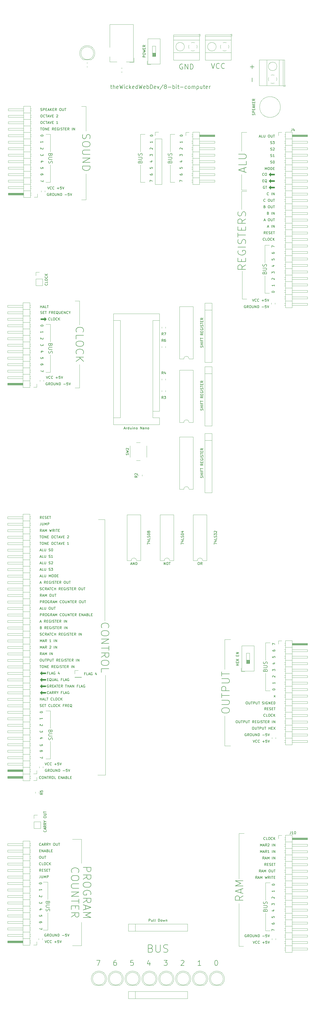
<source format=gbr>
%TF.GenerationSoftware,KiCad,Pcbnew,(5.1.10-1-10_14)*%
%TF.CreationDate,2021-07-31T10:33:50-04:00*%
%TF.ProjectId,bus,6275732e-6b69-4636-9164-5f7063625858,rev?*%
%TF.SameCoordinates,Original*%
%TF.FileFunction,Legend,Top*%
%TF.FilePolarity,Positive*%
%FSLAX46Y46*%
G04 Gerber Fmt 4.6, Leading zero omitted, Abs format (unit mm)*
G04 Created by KiCad (PCBNEW (5.1.10-1-10_14)) date 2021-07-31 10:33:50*
%MOMM*%
%LPD*%
G01*
G04 APERTURE LIST*
%ADD10C,0.120000*%
%ADD11C,0.200000*%
%ADD12C,0.150000*%
%ADD13C,0.100000*%
G04 APERTURE END LIST*
D10*
X176276000Y43434000D02*
X178308000Y43434000D01*
X176276000Y36322000D02*
X176276000Y43434000D01*
X176530000Y1270000D02*
X176530000Y12192000D01*
D11*
X177887142Y14630000D02*
X176458571Y13630000D01*
X177887142Y12915714D02*
X174887142Y12915714D01*
X174887142Y14058571D01*
X175030000Y14344285D01*
X175172857Y14487142D01*
X175458571Y14630000D01*
X175887142Y14630000D01*
X176172857Y14487142D01*
X176315714Y14344285D01*
X176458571Y14058571D01*
X176458571Y12915714D01*
X176315714Y15915714D02*
X176315714Y16915714D01*
X177887142Y17344285D02*
X177887142Y15915714D01*
X174887142Y15915714D01*
X174887142Y17344285D01*
X175030000Y20201428D02*
X174887142Y19915714D01*
X174887142Y19487142D01*
X175030000Y19058571D01*
X175315714Y18772857D01*
X175601428Y18630000D01*
X176172857Y18487142D01*
X176601428Y18487142D01*
X177172857Y18630000D01*
X177458571Y18772857D01*
X177744285Y19058571D01*
X177887142Y19487142D01*
X177887142Y19772857D01*
X177744285Y20201428D01*
X177601428Y20344285D01*
X176601428Y20344285D01*
X176601428Y19772857D01*
X177887142Y21630000D02*
X174887142Y21630000D01*
X177744285Y22915714D02*
X177887142Y23344285D01*
X177887142Y24058571D01*
X177744285Y24344285D01*
X177601428Y24487142D01*
X177315714Y24630000D01*
X177030000Y24630000D01*
X176744285Y24487142D01*
X176601428Y24344285D01*
X176458571Y24058571D01*
X176315714Y23487142D01*
X176172857Y23201428D01*
X176030000Y23058571D01*
X175744285Y22915714D01*
X175458571Y22915714D01*
X175172857Y23058571D01*
X175030000Y23201428D01*
X174887142Y23487142D01*
X174887142Y24201428D01*
X175030000Y24630000D01*
X174887142Y25487142D02*
X174887142Y27201428D01*
X177887142Y26344285D02*
X174887142Y26344285D01*
X176315714Y28201428D02*
X176315714Y29201428D01*
X177887142Y29630000D02*
X177887142Y28201428D01*
X174887142Y28201428D01*
X174887142Y29630000D01*
X177887142Y32630000D02*
X176458571Y31630000D01*
X177887142Y30915714D02*
X174887142Y30915714D01*
X174887142Y32058571D01*
X175030000Y32344285D01*
X175172857Y32487142D01*
X175458571Y32630000D01*
X175887142Y32630000D01*
X176172857Y32487142D01*
X176315714Y32344285D01*
X176458571Y32058571D01*
X176458571Y30915714D01*
X177744285Y33772857D02*
X177887142Y34201428D01*
X177887142Y34915714D01*
X177744285Y35201428D01*
X177601428Y35344285D01*
X177315714Y35487142D01*
X177030000Y35487142D01*
X176744285Y35344285D01*
X176601428Y35201428D01*
X176458571Y34915714D01*
X176315714Y34344285D01*
X176172857Y34058571D01*
X176030000Y33915714D01*
X175744285Y33772857D01*
X175458571Y33772857D01*
X175172857Y33915714D01*
X175030000Y34058571D01*
X174887142Y34344285D01*
X174887142Y35058571D01*
X175030000Y35487142D01*
D10*
X176276000Y43942000D02*
X178308000Y43942000D01*
X176276000Y50038000D02*
X176276000Y43942000D01*
X176276000Y66548000D02*
X176276000Y59182000D01*
X178308000Y66548000D02*
X176276000Y66548000D01*
D12*
X185338880Y37409428D02*
X185481738Y37361809D01*
X185529357Y37314190D01*
X185576976Y37218952D01*
X185576976Y37076095D01*
X185529357Y36980857D01*
X185481738Y36933238D01*
X185386500Y36885619D01*
X185005547Y36885619D01*
X185005547Y37885619D01*
X185338880Y37885619D01*
X185434119Y37838000D01*
X185481738Y37790380D01*
X185529357Y37695142D01*
X185529357Y37599904D01*
X185481738Y37504666D01*
X185434119Y37457047D01*
X185338880Y37409428D01*
X185005547Y37409428D01*
X186957928Y37885619D02*
X187148404Y37885619D01*
X187243642Y37838000D01*
X187338880Y37742761D01*
X187386500Y37552285D01*
X187386500Y37218952D01*
X187338880Y37028476D01*
X187243642Y36933238D01*
X187148404Y36885619D01*
X186957928Y36885619D01*
X186862690Y36933238D01*
X186767452Y37028476D01*
X186719833Y37218952D01*
X186719833Y37552285D01*
X186767452Y37742761D01*
X186862690Y37838000D01*
X186957928Y37885619D01*
X187815071Y37885619D02*
X187815071Y37076095D01*
X187862690Y36980857D01*
X187910309Y36933238D01*
X188005547Y36885619D01*
X188196023Y36885619D01*
X188291261Y36933238D01*
X188338880Y36980857D01*
X188386500Y37076095D01*
X188386500Y37885619D01*
X188719833Y37885619D02*
X189291261Y37885619D01*
X189005547Y36885619D02*
X189005547Y37885619D01*
D10*
X136652000Y53848000D02*
X136652000Y46990000D01*
X136652000Y65786000D02*
X136652000Y58928000D01*
X136652000Y46990000D02*
X138430000Y46990000D01*
X138430000Y65786000D02*
X136652000Y65786000D01*
D12*
X140422380Y52816095D02*
X140422380Y52339904D01*
X140898571Y52292285D01*
X140850952Y52339904D01*
X140803333Y52435142D01*
X140803333Y52673238D01*
X140850952Y52768476D01*
X140898571Y52816095D01*
X140993809Y52863714D01*
X141231904Y52863714D01*
X141327142Y52816095D01*
X141374761Y52768476D01*
X141422380Y52673238D01*
X141422380Y52435142D01*
X141374761Y52339904D01*
X141327142Y52292285D01*
X140422380Y47164666D02*
X140422380Y47831333D01*
X141422380Y47402761D01*
X140422380Y50228476D02*
X140422380Y50038000D01*
X140470000Y49942761D01*
X140517619Y49895142D01*
X140660476Y49799904D01*
X140850952Y49752285D01*
X141231904Y49752285D01*
X141327142Y49799904D01*
X141374761Y49847523D01*
X141422380Y49942761D01*
X141422380Y50133238D01*
X141374761Y50228476D01*
X141327142Y50276095D01*
X141231904Y50323714D01*
X140993809Y50323714D01*
X140898571Y50276095D01*
X140850952Y50228476D01*
X140803333Y50133238D01*
X140803333Y49942761D01*
X140850952Y49847523D01*
X140898571Y49799904D01*
X140993809Y49752285D01*
X141422380Y63023714D02*
X141422380Y62452285D01*
X141422380Y62738000D02*
X140422380Y62738000D01*
X140565238Y62642761D01*
X140660476Y62547523D01*
X140708095Y62452285D01*
X140755714Y55308476D02*
X141422380Y55308476D01*
X140374761Y55070380D02*
X141089047Y54832285D01*
X141089047Y55451333D01*
D11*
X136544857Y54995142D02*
X136616285Y55209428D01*
X136687714Y55280857D01*
X136830571Y55352285D01*
X137044857Y55352285D01*
X137187714Y55280857D01*
X137259142Y55209428D01*
X137330571Y55066571D01*
X137330571Y54495142D01*
X135830571Y54495142D01*
X135830571Y54995142D01*
X135902000Y55138000D01*
X135973428Y55209428D01*
X136116285Y55280857D01*
X136259142Y55280857D01*
X136402000Y55209428D01*
X136473428Y55138000D01*
X136544857Y54995142D01*
X136544857Y54495142D01*
X135830571Y55995142D02*
X137044857Y55995142D01*
X137187714Y56066571D01*
X137259142Y56138000D01*
X137330571Y56280857D01*
X137330571Y56566571D01*
X137259142Y56709428D01*
X137187714Y56780857D01*
X137044857Y56852285D01*
X135830571Y56852285D01*
X137259142Y57495142D02*
X137330571Y57709428D01*
X137330571Y58066571D01*
X137259142Y58209428D01*
X137187714Y58280857D01*
X137044857Y58352285D01*
X136902000Y58352285D01*
X136759142Y58280857D01*
X136687714Y58209428D01*
X136616285Y58066571D01*
X136544857Y57780857D01*
X136473428Y57638000D01*
X136402000Y57566571D01*
X136259142Y57495142D01*
X136116285Y57495142D01*
X135973428Y57566571D01*
X135902000Y57638000D01*
X135830571Y57780857D01*
X135830571Y58138000D01*
X135902000Y58352285D01*
D12*
X140422380Y57324666D02*
X140422380Y57943714D01*
X140803333Y57610380D01*
X140803333Y57753238D01*
X140850952Y57848476D01*
X140898571Y57896095D01*
X140993809Y57943714D01*
X141231904Y57943714D01*
X141327142Y57896095D01*
X141374761Y57848476D01*
X141422380Y57753238D01*
X141422380Y57467523D01*
X141374761Y57372285D01*
X141327142Y57324666D01*
X140517619Y59912285D02*
X140470000Y59959904D01*
X140422380Y60055142D01*
X140422380Y60293238D01*
X140470000Y60388476D01*
X140517619Y60436095D01*
X140612857Y60483714D01*
X140708095Y60483714D01*
X140850952Y60436095D01*
X141422380Y59864666D01*
X141422380Y60483714D01*
X141517619Y65325619D02*
X141517619Y65230380D01*
X141470000Y65135142D01*
X141422380Y65087523D01*
X141327142Y65039904D01*
X141136666Y64992285D01*
X140898571Y64992285D01*
X140708095Y65039904D01*
X140612857Y65087523D01*
X140565238Y65135142D01*
X140517619Y65230380D01*
X140517619Y65325619D01*
X140565238Y65420857D01*
X140612857Y65468476D01*
X140708095Y65516095D01*
X140898571Y65563714D01*
X141136666Y65563714D01*
X141327142Y65516095D01*
X141422380Y65468476D01*
X141470000Y65420857D01*
X141517619Y65325619D01*
X97687523Y-186539142D02*
X97639904Y-186586761D01*
X97497047Y-186634380D01*
X97401809Y-186634380D01*
X97258952Y-186586761D01*
X97163714Y-186491523D01*
X97116095Y-186396285D01*
X97068476Y-186205809D01*
X97068476Y-186062952D01*
X97116095Y-185872476D01*
X97163714Y-185777238D01*
X97258952Y-185682000D01*
X97401809Y-185634380D01*
X97497047Y-185634380D01*
X97639904Y-185682000D01*
X97687523Y-185729619D01*
X98306571Y-185634380D02*
X98497047Y-185634380D01*
X98592285Y-185682000D01*
X98687523Y-185777238D01*
X98735142Y-185967714D01*
X98735142Y-186301047D01*
X98687523Y-186491523D01*
X98592285Y-186586761D01*
X98497047Y-186634380D01*
X98306571Y-186634380D01*
X98211333Y-186586761D01*
X98116095Y-186491523D01*
X98068476Y-186301047D01*
X98068476Y-185967714D01*
X98116095Y-185777238D01*
X98211333Y-185682000D01*
X98306571Y-185634380D01*
X99163714Y-186634380D02*
X99163714Y-185634380D01*
X99735142Y-186634380D01*
X99735142Y-185634380D01*
X100068476Y-185634380D02*
X100639904Y-185634380D01*
X100354190Y-186634380D02*
X100354190Y-185634380D01*
X101544666Y-186634380D02*
X101211333Y-186158190D01*
X100973238Y-186634380D02*
X100973238Y-185634380D01*
X101354190Y-185634380D01*
X101449428Y-185682000D01*
X101497047Y-185729619D01*
X101544666Y-185824857D01*
X101544666Y-185967714D01*
X101497047Y-186062952D01*
X101449428Y-186110571D01*
X101354190Y-186158190D01*
X100973238Y-186158190D01*
X102163714Y-185634380D02*
X102354190Y-185634380D01*
X102449428Y-185682000D01*
X102544666Y-185777238D01*
X102592285Y-185967714D01*
X102592285Y-186301047D01*
X102544666Y-186491523D01*
X102449428Y-186586761D01*
X102354190Y-186634380D01*
X102163714Y-186634380D01*
X102068476Y-186586761D01*
X101973238Y-186491523D01*
X101925619Y-186301047D01*
X101925619Y-185967714D01*
X101973238Y-185777238D01*
X102068476Y-185682000D01*
X102163714Y-185634380D01*
X103497047Y-186634380D02*
X103020857Y-186634380D01*
X103020857Y-185634380D01*
X104592285Y-186110571D02*
X104925619Y-186110571D01*
X105068476Y-186634380D02*
X104592285Y-186634380D01*
X104592285Y-185634380D01*
X105068476Y-185634380D01*
X105497047Y-186634380D02*
X105497047Y-185634380D01*
X106068476Y-186634380D01*
X106068476Y-185634380D01*
X106497047Y-186348666D02*
X106973238Y-186348666D01*
X106401809Y-186634380D02*
X106735142Y-185634380D01*
X107068476Y-186634380D01*
X107735142Y-186110571D02*
X107878000Y-186158190D01*
X107925619Y-186205809D01*
X107973238Y-186301047D01*
X107973238Y-186443904D01*
X107925619Y-186539142D01*
X107878000Y-186586761D01*
X107782761Y-186634380D01*
X107401809Y-186634380D01*
X107401809Y-185634380D01*
X107735142Y-185634380D01*
X107830380Y-185682000D01*
X107878000Y-185729619D01*
X107925619Y-185824857D01*
X107925619Y-185920095D01*
X107878000Y-186015333D01*
X107830380Y-186062952D01*
X107735142Y-186110571D01*
X107401809Y-186110571D01*
X108878000Y-186634380D02*
X108401809Y-186634380D01*
X108401809Y-185634380D01*
X109211333Y-186110571D02*
X109544666Y-186110571D01*
X109687523Y-186634380D02*
X109211333Y-186634380D01*
X109211333Y-185634380D01*
X109687523Y-185634380D01*
D11*
X124954571Y84649428D02*
X125526000Y84649428D01*
X125168857Y85149428D02*
X125168857Y83863714D01*
X125240285Y83720857D01*
X125383142Y83649428D01*
X125526000Y83649428D01*
X126026000Y83649428D02*
X126026000Y85149428D01*
X126668857Y83649428D02*
X126668857Y84435142D01*
X126597428Y84578000D01*
X126454571Y84649428D01*
X126240285Y84649428D01*
X126097428Y84578000D01*
X126026000Y84506571D01*
X127954571Y83720857D02*
X127811714Y83649428D01*
X127526000Y83649428D01*
X127383142Y83720857D01*
X127311714Y83863714D01*
X127311714Y84435142D01*
X127383142Y84578000D01*
X127526000Y84649428D01*
X127811714Y84649428D01*
X127954571Y84578000D01*
X128026000Y84435142D01*
X128026000Y84292285D01*
X127311714Y84149428D01*
X128526000Y85149428D02*
X128883142Y83649428D01*
X129168857Y84720857D01*
X129454571Y83649428D01*
X129811714Y85149428D01*
X130383142Y83649428D02*
X130383142Y84649428D01*
X130383142Y85149428D02*
X130311714Y85078000D01*
X130383142Y85006571D01*
X130454571Y85078000D01*
X130383142Y85149428D01*
X130383142Y85006571D01*
X131740285Y83720857D02*
X131597428Y83649428D01*
X131311714Y83649428D01*
X131168857Y83720857D01*
X131097428Y83792285D01*
X131026000Y83935142D01*
X131026000Y84363714D01*
X131097428Y84506571D01*
X131168857Y84578000D01*
X131311714Y84649428D01*
X131597428Y84649428D01*
X131740285Y84578000D01*
X132383142Y83649428D02*
X132383142Y85149428D01*
X132526000Y84220857D02*
X132954571Y83649428D01*
X132954571Y84649428D02*
X132383142Y84078000D01*
X134168857Y83720857D02*
X134026000Y83649428D01*
X133740285Y83649428D01*
X133597428Y83720857D01*
X133526000Y83863714D01*
X133526000Y84435142D01*
X133597428Y84578000D01*
X133740285Y84649428D01*
X134026000Y84649428D01*
X134168857Y84578000D01*
X134240285Y84435142D01*
X134240285Y84292285D01*
X133526000Y84149428D01*
X135526000Y83649428D02*
X135526000Y85149428D01*
X135526000Y83720857D02*
X135383142Y83649428D01*
X135097428Y83649428D01*
X134954571Y83720857D01*
X134883142Y83792285D01*
X134811714Y83935142D01*
X134811714Y84363714D01*
X134883142Y84506571D01*
X134954571Y84578000D01*
X135097428Y84649428D01*
X135383142Y84649428D01*
X135526000Y84578000D01*
X136097428Y85149428D02*
X136454571Y83649428D01*
X136740285Y84720857D01*
X137026000Y83649428D01*
X137383142Y85149428D01*
X138526000Y83720857D02*
X138383142Y83649428D01*
X138097428Y83649428D01*
X137954571Y83720857D01*
X137883142Y83863714D01*
X137883142Y84435142D01*
X137954571Y84578000D01*
X138097428Y84649428D01*
X138383142Y84649428D01*
X138526000Y84578000D01*
X138597428Y84435142D01*
X138597428Y84292285D01*
X137883142Y84149428D01*
X139240285Y83649428D02*
X139240285Y85149428D01*
X139240285Y84578000D02*
X139383142Y84649428D01*
X139668857Y84649428D01*
X139811714Y84578000D01*
X139883142Y84506571D01*
X139954571Y84363714D01*
X139954571Y83935142D01*
X139883142Y83792285D01*
X139811714Y83720857D01*
X139668857Y83649428D01*
X139383142Y83649428D01*
X139240285Y83720857D01*
X140597428Y83649428D02*
X140597428Y85149428D01*
X140954571Y85149428D01*
X141168857Y85078000D01*
X141311714Y84935142D01*
X141383142Y84792285D01*
X141454571Y84506571D01*
X141454571Y84292285D01*
X141383142Y84006571D01*
X141311714Y83863714D01*
X141168857Y83720857D01*
X140954571Y83649428D01*
X140597428Y83649428D01*
X142668857Y83720857D02*
X142526000Y83649428D01*
X142240285Y83649428D01*
X142097428Y83720857D01*
X142026000Y83863714D01*
X142026000Y84435142D01*
X142097428Y84578000D01*
X142240285Y84649428D01*
X142526000Y84649428D01*
X142668857Y84578000D01*
X142740285Y84435142D01*
X142740285Y84292285D01*
X142026000Y84149428D01*
X143240285Y84649428D02*
X143597428Y83649428D01*
X143954571Y84649428D01*
X145597428Y85220857D02*
X144311714Y83292285D01*
X146311714Y84506571D02*
X146168857Y84578000D01*
X146097428Y84649428D01*
X146026000Y84792285D01*
X146026000Y84863714D01*
X146097428Y85006571D01*
X146168857Y85078000D01*
X146311714Y85149428D01*
X146597428Y85149428D01*
X146740285Y85078000D01*
X146811714Y85006571D01*
X146883142Y84863714D01*
X146883142Y84792285D01*
X146811714Y84649428D01*
X146740285Y84578000D01*
X146597428Y84506571D01*
X146311714Y84506571D01*
X146168857Y84435142D01*
X146097428Y84363714D01*
X146026000Y84220857D01*
X146026000Y83935142D01*
X146097428Y83792285D01*
X146168857Y83720857D01*
X146311714Y83649428D01*
X146597428Y83649428D01*
X146740285Y83720857D01*
X146811714Y83792285D01*
X146883142Y83935142D01*
X146883142Y84220857D01*
X146811714Y84363714D01*
X146740285Y84435142D01*
X146597428Y84506571D01*
X147526000Y84220857D02*
X148668857Y84220857D01*
X149383142Y83649428D02*
X149383142Y85149428D01*
X149383142Y84578000D02*
X149526000Y84649428D01*
X149811714Y84649428D01*
X149954571Y84578000D01*
X150026000Y84506571D01*
X150097428Y84363714D01*
X150097428Y83935142D01*
X150026000Y83792285D01*
X149954571Y83720857D01*
X149811714Y83649428D01*
X149526000Y83649428D01*
X149383142Y83720857D01*
X150740285Y83649428D02*
X150740285Y84649428D01*
X150740285Y85149428D02*
X150668857Y85078000D01*
X150740285Y85006571D01*
X150811714Y85078000D01*
X150740285Y85149428D01*
X150740285Y85006571D01*
X151240285Y84649428D02*
X151811714Y84649428D01*
X151454571Y85149428D02*
X151454571Y83863714D01*
X151526000Y83720857D01*
X151668857Y83649428D01*
X151811714Y83649428D01*
X152311714Y84220857D02*
X153454571Y84220857D01*
X154811714Y83720857D02*
X154668857Y83649428D01*
X154383142Y83649428D01*
X154240285Y83720857D01*
X154168857Y83792285D01*
X154097428Y83935142D01*
X154097428Y84363714D01*
X154168857Y84506571D01*
X154240285Y84578000D01*
X154383142Y84649428D01*
X154668857Y84649428D01*
X154811714Y84578000D01*
X155668857Y83649428D02*
X155526000Y83720857D01*
X155454571Y83792285D01*
X155383142Y83935142D01*
X155383142Y84363714D01*
X155454571Y84506571D01*
X155526000Y84578000D01*
X155668857Y84649428D01*
X155883142Y84649428D01*
X156026000Y84578000D01*
X156097428Y84506571D01*
X156168857Y84363714D01*
X156168857Y83935142D01*
X156097428Y83792285D01*
X156026000Y83720857D01*
X155883142Y83649428D01*
X155668857Y83649428D01*
X156811714Y83649428D02*
X156811714Y84649428D01*
X156811714Y84506571D02*
X156883142Y84578000D01*
X157026000Y84649428D01*
X157240285Y84649428D01*
X157383142Y84578000D01*
X157454571Y84435142D01*
X157454571Y83649428D01*
X157454571Y84435142D02*
X157526000Y84578000D01*
X157668857Y84649428D01*
X157883142Y84649428D01*
X158026000Y84578000D01*
X158097428Y84435142D01*
X158097428Y83649428D01*
X158811714Y84649428D02*
X158811714Y83149428D01*
X158811714Y84578000D02*
X158954571Y84649428D01*
X159240285Y84649428D01*
X159383142Y84578000D01*
X159454571Y84506571D01*
X159526000Y84363714D01*
X159526000Y83935142D01*
X159454571Y83792285D01*
X159383142Y83720857D01*
X159240285Y83649428D01*
X158954571Y83649428D01*
X158811714Y83720857D01*
X160811714Y84649428D02*
X160811714Y83649428D01*
X160168857Y84649428D02*
X160168857Y83863714D01*
X160240285Y83720857D01*
X160383142Y83649428D01*
X160597428Y83649428D01*
X160740285Y83720857D01*
X160811714Y83792285D01*
X161311714Y84649428D02*
X161883142Y84649428D01*
X161526000Y85149428D02*
X161526000Y83863714D01*
X161597428Y83720857D01*
X161740285Y83649428D01*
X161883142Y83649428D01*
X162954571Y83720857D02*
X162811714Y83649428D01*
X162526000Y83649428D01*
X162383142Y83720857D01*
X162311714Y83863714D01*
X162311714Y84435142D01*
X162383142Y84578000D01*
X162526000Y84649428D01*
X162811714Y84649428D01*
X162954571Y84578000D01*
X163026000Y84435142D01*
X163026000Y84292285D01*
X162311714Y84149428D01*
X163668857Y83649428D02*
X163668857Y84649428D01*
X163668857Y84363714D02*
X163740285Y84506571D01*
X163811714Y84578000D01*
X163954571Y84649428D01*
X164097428Y84649428D01*
D12*
X97935023Y-84780380D02*
X97601690Y-84304190D01*
X97363595Y-84780380D02*
X97363595Y-83780380D01*
X97744547Y-83780380D01*
X97839785Y-83828000D01*
X97887404Y-83875619D01*
X97935023Y-83970857D01*
X97935023Y-84113714D01*
X97887404Y-84208952D01*
X97839785Y-84256571D01*
X97744547Y-84304190D01*
X97363595Y-84304190D01*
X98363595Y-84256571D02*
X98696928Y-84256571D01*
X98839785Y-84780380D02*
X98363595Y-84780380D01*
X98363595Y-83780380D01*
X98839785Y-83780380D01*
X99220738Y-84732761D02*
X99363595Y-84780380D01*
X99601690Y-84780380D01*
X99696928Y-84732761D01*
X99744547Y-84685142D01*
X99792166Y-84589904D01*
X99792166Y-84494666D01*
X99744547Y-84399428D01*
X99696928Y-84351809D01*
X99601690Y-84304190D01*
X99411214Y-84256571D01*
X99315976Y-84208952D01*
X99268357Y-84161333D01*
X99220738Y-84066095D01*
X99220738Y-83970857D01*
X99268357Y-83875619D01*
X99315976Y-83828000D01*
X99411214Y-83780380D01*
X99649309Y-83780380D01*
X99792166Y-83828000D01*
X100220738Y-84256571D02*
X100554071Y-84256571D01*
X100696928Y-84780380D02*
X100220738Y-84780380D01*
X100220738Y-83780380D01*
X100696928Y-83780380D01*
X100982642Y-83780380D02*
X101554071Y-83780380D01*
X101268357Y-84780380D02*
X101268357Y-83780380D01*
X186672214Y34869428D02*
X186815071Y34821809D01*
X186862690Y34774190D01*
X186910309Y34678952D01*
X186910309Y34536095D01*
X186862690Y34440857D01*
X186815071Y34393238D01*
X186719833Y34345619D01*
X186338880Y34345619D01*
X186338880Y35345619D01*
X186672214Y35345619D01*
X186767452Y35298000D01*
X186815071Y35250380D01*
X186862690Y35155142D01*
X186862690Y35059904D01*
X186815071Y34964666D01*
X186767452Y34917047D01*
X186672214Y34869428D01*
X186338880Y34869428D01*
X188100785Y34345619D02*
X188100785Y35345619D01*
X188576976Y34345619D02*
X188576976Y35345619D01*
X189148404Y34345619D01*
X189148404Y35345619D01*
D11*
X153162190Y93202000D02*
X152971714Y93297238D01*
X152686000Y93297238D01*
X152400285Y93202000D01*
X152209809Y93011523D01*
X152114571Y92821047D01*
X152019333Y92440095D01*
X152019333Y92154380D01*
X152114571Y91773428D01*
X152209809Y91582952D01*
X152400285Y91392476D01*
X152686000Y91297238D01*
X152876476Y91297238D01*
X153162190Y91392476D01*
X153257428Y91487714D01*
X153257428Y92154380D01*
X152876476Y92154380D01*
X154114571Y91297238D02*
X154114571Y93297238D01*
X155257428Y91297238D01*
X155257428Y93297238D01*
X156209809Y91297238D02*
X156209809Y93297238D01*
X156686000Y93297238D01*
X156971714Y93202000D01*
X157162190Y93011523D01*
X157257428Y92821047D01*
X157352666Y92440095D01*
X157352666Y92154380D01*
X157257428Y91773428D01*
X157162190Y91582952D01*
X156971714Y91392476D01*
X156686000Y91297238D01*
X156209809Y91297238D01*
X164465333Y93551238D02*
X165132000Y91551238D01*
X165798666Y93551238D01*
X167608190Y91741714D02*
X167512952Y91646476D01*
X167227238Y91551238D01*
X167036761Y91551238D01*
X166751047Y91646476D01*
X166560571Y91836952D01*
X166465333Y92027428D01*
X166370095Y92408380D01*
X166370095Y92694095D01*
X166465333Y93075047D01*
X166560571Y93265523D01*
X166751047Y93456000D01*
X167036761Y93551238D01*
X167227238Y93551238D01*
X167512952Y93456000D01*
X167608190Y93360761D01*
X169608190Y91741714D02*
X169512952Y91646476D01*
X169227238Y91551238D01*
X169036761Y91551238D01*
X168751047Y91646476D01*
X168560571Y91836952D01*
X168465333Y92027428D01*
X168370095Y92408380D01*
X168370095Y92694095D01*
X168465333Y93075047D01*
X168560571Y93265523D01*
X168751047Y93456000D01*
X169036761Y93551238D01*
X169227238Y93551238D01*
X169512952Y93456000D01*
X169608190Y93360761D01*
X180451142Y87883904D02*
X180451142Y86360095D01*
X180451142Y92963904D02*
X180451142Y91440095D01*
X179689238Y92202000D02*
X181213047Y92202000D01*
D12*
X100265071Y45251619D02*
X100598404Y44251619D01*
X100931738Y45251619D01*
X101836500Y44346857D02*
X101788880Y44299238D01*
X101646023Y44251619D01*
X101550785Y44251619D01*
X101407928Y44299238D01*
X101312690Y44394476D01*
X101265071Y44489714D01*
X101217452Y44680190D01*
X101217452Y44823047D01*
X101265071Y45013523D01*
X101312690Y45108761D01*
X101407928Y45204000D01*
X101550785Y45251619D01*
X101646023Y45251619D01*
X101788880Y45204000D01*
X101836500Y45156380D01*
X102836500Y44346857D02*
X102788880Y44299238D01*
X102646023Y44251619D01*
X102550785Y44251619D01*
X102407928Y44299238D01*
X102312690Y44394476D01*
X102265071Y44489714D01*
X102217452Y44680190D01*
X102217452Y44823047D01*
X102265071Y45013523D01*
X102312690Y45108761D01*
X102407928Y45204000D01*
X102550785Y45251619D01*
X102646023Y45251619D01*
X102788880Y45204000D01*
X102836500Y45156380D01*
X104026976Y44632571D02*
X104788880Y44632571D01*
X104407928Y44251619D02*
X104407928Y45013523D01*
X105741261Y45251619D02*
X105265071Y45251619D01*
X105217452Y44775428D01*
X105265071Y44823047D01*
X105360309Y44870666D01*
X105598404Y44870666D01*
X105693642Y44823047D01*
X105741261Y44775428D01*
X105788880Y44680190D01*
X105788880Y44442095D01*
X105741261Y44346857D01*
X105693642Y44299238D01*
X105598404Y44251619D01*
X105360309Y44251619D01*
X105265071Y44299238D01*
X105217452Y44346857D01*
X106074595Y45251619D02*
X106407928Y44251619D01*
X106741261Y45251619D01*
X100694023Y42664000D02*
X100598785Y42711619D01*
X100455928Y42711619D01*
X100313071Y42664000D01*
X100217833Y42568761D01*
X100170214Y42473523D01*
X100122595Y42283047D01*
X100122595Y42140190D01*
X100170214Y41949714D01*
X100217833Y41854476D01*
X100313071Y41759238D01*
X100455928Y41711619D01*
X100551166Y41711619D01*
X100694023Y41759238D01*
X100741642Y41806857D01*
X100741642Y42140190D01*
X100551166Y42140190D01*
X101741642Y41711619D02*
X101408309Y42187809D01*
X101170214Y41711619D02*
X101170214Y42711619D01*
X101551166Y42711619D01*
X101646404Y42664000D01*
X101694023Y42616380D01*
X101741642Y42521142D01*
X101741642Y42378285D01*
X101694023Y42283047D01*
X101646404Y42235428D01*
X101551166Y42187809D01*
X101170214Y42187809D01*
X102360690Y42711619D02*
X102551166Y42711619D01*
X102646404Y42664000D01*
X102741642Y42568761D01*
X102789261Y42378285D01*
X102789261Y42044952D01*
X102741642Y41854476D01*
X102646404Y41759238D01*
X102551166Y41711619D01*
X102360690Y41711619D01*
X102265452Y41759238D01*
X102170214Y41854476D01*
X102122595Y42044952D01*
X102122595Y42378285D01*
X102170214Y42568761D01*
X102265452Y42664000D01*
X102360690Y42711619D01*
X103217833Y42711619D02*
X103217833Y41902095D01*
X103265452Y41806857D01*
X103313071Y41759238D01*
X103408309Y41711619D01*
X103598785Y41711619D01*
X103694023Y41759238D01*
X103741642Y41806857D01*
X103789261Y41902095D01*
X103789261Y42711619D01*
X104265452Y41711619D02*
X104265452Y42711619D01*
X104836880Y41711619D01*
X104836880Y42711619D01*
X105313071Y41711619D02*
X105313071Y42711619D01*
X105551166Y42711619D01*
X105694023Y42664000D01*
X105789261Y42568761D01*
X105836880Y42473523D01*
X105884500Y42283047D01*
X105884500Y42140190D01*
X105836880Y41949714D01*
X105789261Y41854476D01*
X105694023Y41759238D01*
X105551166Y41711619D01*
X105313071Y41711619D01*
X107074976Y42092571D02*
X107836880Y42092571D01*
X108789261Y42711619D02*
X108313071Y42711619D01*
X108265452Y42235428D01*
X108313071Y42283047D01*
X108408309Y42330666D01*
X108646404Y42330666D01*
X108741642Y42283047D01*
X108789261Y42235428D01*
X108836880Y42140190D01*
X108836880Y41902095D01*
X108789261Y41806857D01*
X108741642Y41759238D01*
X108646404Y41711619D01*
X108408309Y41711619D01*
X108313071Y41759238D01*
X108265452Y41806857D01*
X109122595Y42711619D02*
X109455928Y41711619D01*
X109789261Y42711619D01*
D10*
X99568000Y46990000D02*
X101346000Y46990000D01*
X101346000Y58928000D02*
X101346000Y65786000D01*
X101346000Y65786000D02*
X99568000Y65786000D01*
X101346000Y46990000D02*
X101346000Y53848000D01*
D12*
X98591619Y47831333D02*
X98591619Y47164666D01*
X97591619Y47593238D01*
X98591619Y57991333D02*
X98591619Y57372285D01*
X98210666Y57705619D01*
X98210666Y57562761D01*
X98163047Y57467523D01*
X98115428Y57419904D01*
X98020190Y57372285D01*
X97782095Y57372285D01*
X97686857Y57419904D01*
X97639238Y57467523D01*
X97591619Y57562761D01*
X97591619Y57848476D01*
X97639238Y57943714D01*
X97686857Y57991333D01*
X98591619Y65325619D02*
X98591619Y65230380D01*
X98544000Y65135142D01*
X98496380Y65087523D01*
X98401142Y65039904D01*
X98210666Y64992285D01*
X97972571Y64992285D01*
X97782095Y65039904D01*
X97686857Y65087523D01*
X97639238Y65135142D01*
X97591619Y65230380D01*
X97591619Y65325619D01*
X97639238Y65420857D01*
X97686857Y65468476D01*
X97782095Y65516095D01*
X97972571Y65563714D01*
X98210666Y65563714D01*
X98401142Y65516095D01*
X98496380Y65468476D01*
X98544000Y65420857D01*
X98591619Y65325619D01*
X98496380Y60483714D02*
X98544000Y60436095D01*
X98591619Y60340857D01*
X98591619Y60102761D01*
X98544000Y60007523D01*
X98496380Y59959904D01*
X98401142Y59912285D01*
X98305904Y59912285D01*
X98163047Y59959904D01*
X97591619Y60531333D01*
X97591619Y59912285D01*
X98258285Y54927523D02*
X97591619Y54927523D01*
X98639238Y55165619D02*
X97924952Y55403714D01*
X97924952Y54784666D01*
X97591619Y62452285D02*
X97591619Y63023714D01*
X97591619Y62738000D02*
X98591619Y62738000D01*
X98448761Y62833238D01*
X98353523Y62928476D01*
X98305904Y63023714D01*
D11*
X101453142Y57780857D02*
X101381714Y57566571D01*
X101310285Y57495142D01*
X101167428Y57423714D01*
X100953142Y57423714D01*
X100810285Y57495142D01*
X100738857Y57566571D01*
X100667428Y57709428D01*
X100667428Y58280857D01*
X102167428Y58280857D01*
X102167428Y57780857D01*
X102096000Y57638000D01*
X102024571Y57566571D01*
X101881714Y57495142D01*
X101738857Y57495142D01*
X101596000Y57566571D01*
X101524571Y57638000D01*
X101453142Y57780857D01*
X101453142Y58280857D01*
X102167428Y56780857D02*
X100953142Y56780857D01*
X100810285Y56709428D01*
X100738857Y56638000D01*
X100667428Y56495142D01*
X100667428Y56209428D01*
X100738857Y56066571D01*
X100810285Y55995142D01*
X100953142Y55923714D01*
X102167428Y55923714D01*
X100738857Y55280857D02*
X100667428Y55066571D01*
X100667428Y54709428D01*
X100738857Y54566571D01*
X100810285Y54495142D01*
X100953142Y54423714D01*
X101096000Y54423714D01*
X101238857Y54495142D01*
X101310285Y54566571D01*
X101381714Y54709428D01*
X101453142Y54995142D01*
X101524571Y55138000D01*
X101596000Y55209428D01*
X101738857Y55280857D01*
X101881714Y55280857D01*
X102024571Y55209428D01*
X102096000Y55138000D01*
X102167428Y54995142D01*
X102167428Y54638000D01*
X102096000Y54423714D01*
D12*
X98591619Y52339904D02*
X98591619Y52816095D01*
X98115428Y52863714D01*
X98163047Y52816095D01*
X98210666Y52720857D01*
X98210666Y52482761D01*
X98163047Y52387523D01*
X98115428Y52339904D01*
X98020190Y52292285D01*
X97782095Y52292285D01*
X97686857Y52339904D01*
X97639238Y52387523D01*
X97591619Y52482761D01*
X97591619Y52720857D01*
X97639238Y52816095D01*
X97686857Y52863714D01*
X98591619Y49847523D02*
X98591619Y50038000D01*
X98544000Y50133238D01*
X98496380Y50180857D01*
X98353523Y50276095D01*
X98163047Y50323714D01*
X97782095Y50323714D01*
X97686857Y50276095D01*
X97639238Y50228476D01*
X97591619Y50133238D01*
X97591619Y49942761D01*
X97639238Y49847523D01*
X97686857Y49799904D01*
X97782095Y49752285D01*
X98020190Y49752285D01*
X98115428Y49799904D01*
X98163047Y49847523D01*
X98210666Y49942761D01*
X98210666Y50133238D01*
X98163047Y50228476D01*
X98115428Y50276095D01*
X98020190Y50323714D01*
X97474738Y68365619D02*
X98046166Y68365619D01*
X97760452Y67365619D02*
X97760452Y68365619D01*
X98569976Y68365619D02*
X98760452Y68365619D01*
X98855690Y68318000D01*
X98950928Y68222761D01*
X98998547Y68032285D01*
X98998547Y67698952D01*
X98950928Y67508476D01*
X98855690Y67413238D01*
X98760452Y67365619D01*
X98569976Y67365619D01*
X98474738Y67413238D01*
X98379500Y67508476D01*
X98331880Y67698952D01*
X98331880Y68032285D01*
X98379500Y68222761D01*
X98474738Y68318000D01*
X98569976Y68365619D01*
X99427119Y67365619D02*
X99427119Y68365619D01*
X99998547Y67365619D01*
X99998547Y68365619D01*
X100474738Y67889428D02*
X100808071Y67889428D01*
X100950928Y67365619D02*
X100474738Y67365619D01*
X100474738Y68365619D01*
X100950928Y68365619D01*
X102712833Y67365619D02*
X102379500Y67841809D01*
X102141404Y67365619D02*
X102141404Y68365619D01*
X102522357Y68365619D01*
X102617595Y68318000D01*
X102665214Y68270380D01*
X102712833Y68175142D01*
X102712833Y68032285D01*
X102665214Y67937047D01*
X102617595Y67889428D01*
X102522357Y67841809D01*
X102141404Y67841809D01*
X103141404Y67889428D02*
X103474738Y67889428D01*
X103617595Y67365619D02*
X103141404Y67365619D01*
X103141404Y68365619D01*
X103617595Y68365619D01*
X104569976Y68318000D02*
X104474738Y68365619D01*
X104331880Y68365619D01*
X104189023Y68318000D01*
X104093785Y68222761D01*
X104046166Y68127523D01*
X103998547Y67937047D01*
X103998547Y67794190D01*
X104046166Y67603714D01*
X104093785Y67508476D01*
X104189023Y67413238D01*
X104331880Y67365619D01*
X104427119Y67365619D01*
X104569976Y67413238D01*
X104617595Y67460857D01*
X104617595Y67794190D01*
X104427119Y67794190D01*
X105046166Y67365619D02*
X105046166Y68365619D01*
X105474738Y67413238D02*
X105617595Y67365619D01*
X105855690Y67365619D01*
X105950928Y67413238D01*
X105998547Y67460857D01*
X106046166Y67556095D01*
X106046166Y67651333D01*
X105998547Y67746571D01*
X105950928Y67794190D01*
X105855690Y67841809D01*
X105665214Y67889428D01*
X105569976Y67937047D01*
X105522357Y67984666D01*
X105474738Y68079904D01*
X105474738Y68175142D01*
X105522357Y68270380D01*
X105569976Y68318000D01*
X105665214Y68365619D01*
X105903309Y68365619D01*
X106046166Y68318000D01*
X106331880Y68365619D02*
X106903309Y68365619D01*
X106617595Y67365619D02*
X106617595Y68365619D01*
X107236642Y67889428D02*
X107569976Y67889428D01*
X107712833Y67365619D02*
X107236642Y67365619D01*
X107236642Y68365619D01*
X107712833Y68365619D01*
X108712833Y67365619D02*
X108379500Y67841809D01*
X108141404Y67365619D02*
X108141404Y68365619D01*
X108522357Y68365619D01*
X108617595Y68318000D01*
X108665214Y68270380D01*
X108712833Y68175142D01*
X108712833Y68032285D01*
X108665214Y67937047D01*
X108617595Y67889428D01*
X108522357Y67841809D01*
X108141404Y67841809D01*
X109903309Y67365619D02*
X109903309Y68365619D01*
X110379500Y67365619D02*
X110379500Y68365619D01*
X110950928Y67365619D01*
X110950928Y68365619D01*
X97808071Y70905619D02*
X97998547Y70905619D01*
X98093785Y70858000D01*
X98189023Y70762761D01*
X98236642Y70572285D01*
X98236642Y70238952D01*
X98189023Y70048476D01*
X98093785Y69953238D01*
X97998547Y69905619D01*
X97808071Y69905619D01*
X97712833Y69953238D01*
X97617595Y70048476D01*
X97569976Y70238952D01*
X97569976Y70572285D01*
X97617595Y70762761D01*
X97712833Y70858000D01*
X97808071Y70905619D01*
X99236642Y70000857D02*
X99189023Y69953238D01*
X99046166Y69905619D01*
X98950928Y69905619D01*
X98808071Y69953238D01*
X98712833Y70048476D01*
X98665214Y70143714D01*
X98617595Y70334190D01*
X98617595Y70477047D01*
X98665214Y70667523D01*
X98712833Y70762761D01*
X98808071Y70858000D01*
X98950928Y70905619D01*
X99046166Y70905619D01*
X99189023Y70858000D01*
X99236642Y70810380D01*
X99522357Y70905619D02*
X100093785Y70905619D01*
X99808071Y69905619D02*
X99808071Y70905619D01*
X100379500Y70191333D02*
X100855690Y70191333D01*
X100284261Y69905619D02*
X100617595Y70905619D01*
X100950928Y69905619D01*
X101141404Y70905619D02*
X101474738Y69905619D01*
X101808071Y70905619D01*
X102141404Y70429428D02*
X102474738Y70429428D01*
X102617595Y69905619D02*
X102141404Y69905619D01*
X102141404Y70905619D01*
X102617595Y70905619D01*
X104331880Y69905619D02*
X103760452Y69905619D01*
X104046166Y69905619D02*
X104046166Y70905619D01*
X103950928Y70762761D01*
X103855690Y70667523D01*
X103760452Y70619904D01*
X97808071Y73445619D02*
X97998547Y73445619D01*
X98093785Y73398000D01*
X98189023Y73302761D01*
X98236642Y73112285D01*
X98236642Y72778952D01*
X98189023Y72588476D01*
X98093785Y72493238D01*
X97998547Y72445619D01*
X97808071Y72445619D01*
X97712833Y72493238D01*
X97617595Y72588476D01*
X97569976Y72778952D01*
X97569976Y73112285D01*
X97617595Y73302761D01*
X97712833Y73398000D01*
X97808071Y73445619D01*
X99236642Y72540857D02*
X99189023Y72493238D01*
X99046166Y72445619D01*
X98950928Y72445619D01*
X98808071Y72493238D01*
X98712833Y72588476D01*
X98665214Y72683714D01*
X98617595Y72874190D01*
X98617595Y73017047D01*
X98665214Y73207523D01*
X98712833Y73302761D01*
X98808071Y73398000D01*
X98950928Y73445619D01*
X99046166Y73445619D01*
X99189023Y73398000D01*
X99236642Y73350380D01*
X99522357Y73445619D02*
X100093785Y73445619D01*
X99808071Y72445619D02*
X99808071Y73445619D01*
X100379500Y72731333D02*
X100855690Y72731333D01*
X100284261Y72445619D02*
X100617595Y73445619D01*
X100950928Y72445619D01*
X101141404Y73445619D02*
X101474738Y72445619D01*
X101808071Y73445619D01*
X102141404Y72969428D02*
X102474738Y72969428D01*
X102617595Y72445619D02*
X102141404Y72445619D01*
X102141404Y73445619D01*
X102617595Y73445619D01*
X103760452Y73350380D02*
X103808071Y73398000D01*
X103903309Y73445619D01*
X104141404Y73445619D01*
X104236642Y73398000D01*
X104284261Y73350380D01*
X104331880Y73255142D01*
X104331880Y73159904D01*
X104284261Y73017047D01*
X103712833Y72445619D01*
X104331880Y72445619D01*
X97569976Y75033238D02*
X97712833Y74985619D01*
X97950928Y74985619D01*
X98046166Y75033238D01*
X98093785Y75080857D01*
X98141404Y75176095D01*
X98141404Y75271333D01*
X98093785Y75366571D01*
X98046166Y75414190D01*
X97950928Y75461809D01*
X97760452Y75509428D01*
X97665214Y75557047D01*
X97617595Y75604666D01*
X97569976Y75699904D01*
X97569976Y75795142D01*
X97617595Y75890380D01*
X97665214Y75938000D01*
X97760452Y75985619D01*
X97998547Y75985619D01*
X98141404Y75938000D01*
X98569976Y74985619D02*
X98569976Y75985619D01*
X98950928Y75985619D01*
X99046166Y75938000D01*
X99093785Y75890380D01*
X99141404Y75795142D01*
X99141404Y75652285D01*
X99093785Y75557047D01*
X99046166Y75509428D01*
X98950928Y75461809D01*
X98569976Y75461809D01*
X99569976Y75509428D02*
X99903309Y75509428D01*
X100046166Y74985619D02*
X99569976Y74985619D01*
X99569976Y75985619D01*
X100046166Y75985619D01*
X100427119Y75271333D02*
X100903309Y75271333D01*
X100331880Y74985619D02*
X100665214Y75985619D01*
X100998547Y74985619D01*
X101331880Y74985619D02*
X101331880Y75985619D01*
X101903309Y74985619D02*
X101474738Y75557047D01*
X101903309Y75985619D02*
X101331880Y75414190D01*
X102331880Y75509428D02*
X102665214Y75509428D01*
X102808071Y74985619D02*
X102331880Y74985619D01*
X102331880Y75985619D01*
X102808071Y75985619D01*
X103808071Y74985619D02*
X103474738Y75461809D01*
X103236642Y74985619D02*
X103236642Y75985619D01*
X103617595Y75985619D01*
X103712833Y75938000D01*
X103760452Y75890380D01*
X103808071Y75795142D01*
X103808071Y75652285D01*
X103760452Y75557047D01*
X103712833Y75509428D01*
X103617595Y75461809D01*
X103236642Y75461809D01*
X105189023Y75985619D02*
X105379500Y75985619D01*
X105474738Y75938000D01*
X105569976Y75842761D01*
X105617595Y75652285D01*
X105617595Y75318952D01*
X105569976Y75128476D01*
X105474738Y75033238D01*
X105379500Y74985619D01*
X105189023Y74985619D01*
X105093785Y75033238D01*
X104998547Y75128476D01*
X104950928Y75318952D01*
X104950928Y75652285D01*
X104998547Y75842761D01*
X105093785Y75938000D01*
X105189023Y75985619D01*
X106046166Y75985619D02*
X106046166Y75176095D01*
X106093785Y75080857D01*
X106141404Y75033238D01*
X106236642Y74985619D01*
X106427119Y74985619D01*
X106522357Y75033238D01*
X106569976Y75080857D01*
X106617595Y75176095D01*
X106617595Y75985619D01*
X106950928Y75985619D02*
X107522357Y75985619D01*
X107236642Y74985619D02*
X107236642Y75985619D01*
D10*
X122936000Y-185166000D02*
X119888000Y-185166000D01*
X122936000Y-146050000D02*
X122936000Y-185166000D01*
X122682000Y-109220000D02*
X122682000Y-124714000D01*
X115316000Y47752000D02*
X115316000Y50292000D01*
X115316000Y69342000D02*
X115316000Y67056000D01*
X115316000Y76708000D02*
X113538000Y76708000D01*
X115316000Y69342000D02*
X115316000Y76708000D01*
X115316000Y40132000D02*
X113538000Y40132000D01*
X115316000Y47752000D02*
X115316000Y40132000D01*
D11*
X114101714Y65745428D02*
X113958857Y65316857D01*
X113958857Y64602571D01*
X114101714Y64316857D01*
X114244571Y64174000D01*
X114530285Y64031142D01*
X114816000Y64031142D01*
X115101714Y64174000D01*
X115244571Y64316857D01*
X115387428Y64602571D01*
X115530285Y65174000D01*
X115673142Y65459714D01*
X115816000Y65602571D01*
X116101714Y65745428D01*
X116387428Y65745428D01*
X116673142Y65602571D01*
X116816000Y65459714D01*
X116958857Y65174000D01*
X116958857Y64459714D01*
X116816000Y64031142D01*
X116958857Y62174000D02*
X116958857Y61602571D01*
X116816000Y61316857D01*
X116530285Y61031142D01*
X115958857Y60888285D01*
X114958857Y60888285D01*
X114387428Y61031142D01*
X114101714Y61316857D01*
X113958857Y61602571D01*
X113958857Y62174000D01*
X114101714Y62459714D01*
X114387428Y62745428D01*
X114958857Y62888285D01*
X115958857Y62888285D01*
X116530285Y62745428D01*
X116816000Y62459714D01*
X116958857Y62174000D01*
X116958857Y59602571D02*
X114530285Y59602571D01*
X114244571Y59459714D01*
X114101714Y59316857D01*
X113958857Y59031142D01*
X113958857Y58459714D01*
X114101714Y58174000D01*
X114244571Y58031142D01*
X114530285Y57888285D01*
X116958857Y57888285D01*
X113958857Y56459714D02*
X116958857Y56459714D01*
X113958857Y54745428D01*
X116958857Y54745428D01*
X113958857Y53316857D02*
X116958857Y53316857D01*
X116958857Y52602571D01*
X116816000Y52174000D01*
X116530285Y51888285D01*
X116244571Y51745428D01*
X115673142Y51602571D01*
X115244571Y51602571D01*
X114673142Y51745428D01*
X114387428Y51888285D01*
X114101714Y52174000D01*
X113958857Y52602571D01*
X113958857Y53316857D01*
D13*
G36*
X187706000Y50292000D02*
G01*
X189230000Y50292000D01*
X189230000Y49784000D01*
X187706000Y49784000D01*
X187706000Y49276000D01*
X186944000Y50038000D01*
X187706000Y50800000D01*
X187706000Y50292000D01*
G37*
X187706000Y50292000D02*
X189230000Y50292000D01*
X189230000Y49784000D01*
X187706000Y49784000D01*
X187706000Y49276000D01*
X186944000Y50038000D01*
X187706000Y50800000D01*
X187706000Y50292000D01*
G36*
X187706000Y47752000D02*
G01*
X189230000Y47752000D01*
X189230000Y47244000D01*
X187706000Y47244000D01*
X187706000Y46736000D01*
X186944000Y47498000D01*
X187706000Y48260000D01*
X187706000Y47752000D01*
G37*
X187706000Y47752000D02*
X189230000Y47752000D01*
X189230000Y47244000D01*
X187706000Y47244000D01*
X187706000Y46736000D01*
X186944000Y47498000D01*
X187706000Y48260000D01*
X187706000Y47752000D01*
G36*
X187706000Y45212000D02*
G01*
X189230000Y45212000D01*
X189230000Y44704000D01*
X187706000Y44704000D01*
X187706000Y44196000D01*
X186944000Y44958000D01*
X187706000Y45720000D01*
X187706000Y45212000D01*
G37*
X187706000Y45212000D02*
X189230000Y45212000D01*
X189230000Y44704000D01*
X187706000Y44704000D01*
X187706000Y44196000D01*
X186944000Y44958000D01*
X187706000Y45720000D01*
X187706000Y45212000D01*
D10*
X148336000Y65786000D02*
X148336000Y58928000D01*
X150114000Y65786000D02*
X148336000Y65786000D01*
X148336000Y46990000D02*
X150114000Y46990000D01*
X148336000Y53848000D02*
X148336000Y46990000D01*
D12*
X152439714Y55308476D02*
X153106380Y55308476D01*
X152058761Y55070380D02*
X152773047Y54832285D01*
X152773047Y55451333D01*
X152106380Y57324666D02*
X152106380Y57943714D01*
X152487333Y57610380D01*
X152487333Y57753238D01*
X152534952Y57848476D01*
X152582571Y57896095D01*
X152677809Y57943714D01*
X152915904Y57943714D01*
X153011142Y57896095D01*
X153058761Y57848476D01*
X153106380Y57753238D01*
X153106380Y57467523D01*
X153058761Y57372285D01*
X153011142Y57324666D01*
D11*
X148228857Y54995142D02*
X148300285Y55209428D01*
X148371714Y55280857D01*
X148514571Y55352285D01*
X148728857Y55352285D01*
X148871714Y55280857D01*
X148943142Y55209428D01*
X149014571Y55066571D01*
X149014571Y54495142D01*
X147514571Y54495142D01*
X147514571Y54995142D01*
X147586000Y55138000D01*
X147657428Y55209428D01*
X147800285Y55280857D01*
X147943142Y55280857D01*
X148086000Y55209428D01*
X148157428Y55138000D01*
X148228857Y54995142D01*
X148228857Y54495142D01*
X147514571Y55995142D02*
X148728857Y55995142D01*
X148871714Y56066571D01*
X148943142Y56138000D01*
X149014571Y56280857D01*
X149014571Y56566571D01*
X148943142Y56709428D01*
X148871714Y56780857D01*
X148728857Y56852285D01*
X147514571Y56852285D01*
X148943142Y57495142D02*
X149014571Y57709428D01*
X149014571Y58066571D01*
X148943142Y58209428D01*
X148871714Y58280857D01*
X148728857Y58352285D01*
X148586000Y58352285D01*
X148443142Y58280857D01*
X148371714Y58209428D01*
X148300285Y58066571D01*
X148228857Y57780857D01*
X148157428Y57638000D01*
X148086000Y57566571D01*
X147943142Y57495142D01*
X147800285Y57495142D01*
X147657428Y57566571D01*
X147586000Y57638000D01*
X147514571Y57780857D01*
X147514571Y58138000D01*
X147586000Y58352285D01*
D12*
X153201619Y65325619D02*
X153201619Y65230380D01*
X153154000Y65135142D01*
X153106380Y65087523D01*
X153011142Y65039904D01*
X152820666Y64992285D01*
X152582571Y64992285D01*
X152392095Y65039904D01*
X152296857Y65087523D01*
X152249238Y65135142D01*
X152201619Y65230380D01*
X152201619Y65325619D01*
X152249238Y65420857D01*
X152296857Y65468476D01*
X152392095Y65516095D01*
X152582571Y65563714D01*
X152820666Y65563714D01*
X153011142Y65516095D01*
X153106380Y65468476D01*
X153154000Y65420857D01*
X153201619Y65325619D01*
X152201619Y59912285D02*
X152154000Y59959904D01*
X152106380Y60055142D01*
X152106380Y60293238D01*
X152154000Y60388476D01*
X152201619Y60436095D01*
X152296857Y60483714D01*
X152392095Y60483714D01*
X152534952Y60436095D01*
X153106380Y59864666D01*
X153106380Y60483714D01*
X153106380Y63023714D02*
X153106380Y62452285D01*
X153106380Y62738000D02*
X152106380Y62738000D01*
X152249238Y62642761D01*
X152344476Y62547523D01*
X152392095Y62452285D01*
X152106380Y47164666D02*
X152106380Y47831333D01*
X153106380Y47402761D01*
X152106380Y52816095D02*
X152106380Y52339904D01*
X152582571Y52292285D01*
X152534952Y52339904D01*
X152487333Y52435142D01*
X152487333Y52673238D01*
X152534952Y52768476D01*
X152582571Y52816095D01*
X152677809Y52863714D01*
X152915904Y52863714D01*
X153011142Y52816095D01*
X153058761Y52768476D01*
X153106380Y52673238D01*
X153106380Y52435142D01*
X153058761Y52339904D01*
X153011142Y52292285D01*
X152106380Y50228476D02*
X152106380Y50038000D01*
X152154000Y49942761D01*
X152201619Y49895142D01*
X152344476Y49799904D01*
X152534952Y49752285D01*
X152915904Y49752285D01*
X153011142Y49799904D01*
X153058761Y49847523D01*
X153106380Y49942761D01*
X153106380Y50133238D01*
X153058761Y50228476D01*
X153011142Y50276095D01*
X152915904Y50323714D01*
X152677809Y50323714D01*
X152582571Y50276095D01*
X152534952Y50228476D01*
X152487333Y50133238D01*
X152487333Y49942761D01*
X152534952Y49847523D01*
X152582571Y49799904D01*
X152677809Y49752285D01*
D10*
X175260000Y-208026000D02*
X177292000Y-208026000D01*
X175260000Y-217170000D02*
X175260000Y-208026000D01*
X175260000Y-252222000D02*
X177038000Y-252222000D01*
X175260000Y-235458000D02*
X175260000Y-252222000D01*
X113538000Y-251968000D02*
X109982000Y-251968000D01*
X113538000Y-242824000D02*
X113538000Y-251968000D01*
X113538000Y-210312000D02*
X109982000Y-210312000D01*
X113538000Y-219710000D02*
X113538000Y-210312000D01*
X176530000Y1270000D02*
X178308000Y1270000D01*
D11*
X177284000Y51110000D02*
X177284000Y52538571D01*
X178141142Y50824285D02*
X175141142Y51824285D01*
X178141142Y52824285D01*
X178141142Y55252857D02*
X178141142Y53824285D01*
X175141142Y53824285D01*
X175141142Y56252857D02*
X177569714Y56252857D01*
X177855428Y56395714D01*
X177998285Y56538571D01*
X178141142Y56824285D01*
X178141142Y57395714D01*
X177998285Y57681428D01*
X177855428Y57824285D01*
X177569714Y57967142D01*
X175141142Y57967142D01*
D12*
X185338500Y45458000D02*
X185243261Y45505619D01*
X185100404Y45505619D01*
X184957547Y45458000D01*
X184862309Y45362761D01*
X184814690Y45267523D01*
X184767071Y45077047D01*
X184767071Y44934190D01*
X184814690Y44743714D01*
X184862309Y44648476D01*
X184957547Y44553238D01*
X185100404Y44505619D01*
X185195642Y44505619D01*
X185338500Y44553238D01*
X185386119Y44600857D01*
X185386119Y44934190D01*
X185195642Y44934190D01*
X185671833Y45505619D02*
X186243261Y45505619D01*
X185957547Y44505619D02*
X185957547Y45505619D01*
X184624214Y47569428D02*
X184957547Y47569428D01*
X185100404Y47045619D02*
X184624214Y47045619D01*
X184624214Y48045619D01*
X185100404Y48045619D01*
X186195642Y46950380D02*
X186100404Y46998000D01*
X186005166Y47093238D01*
X185862309Y47236095D01*
X185767071Y47283714D01*
X185671833Y47283714D01*
X185719452Y47045619D02*
X185624214Y47093238D01*
X185528976Y47188476D01*
X185481357Y47378952D01*
X185481357Y47712285D01*
X185528976Y47902761D01*
X185624214Y47998000D01*
X185719452Y48045619D01*
X185909928Y48045619D01*
X186005166Y47998000D01*
X186100404Y47902761D01*
X186148023Y47712285D01*
X186148023Y47378952D01*
X186100404Y47188476D01*
X186005166Y47093238D01*
X185909928Y47045619D01*
X185719452Y47045619D01*
X185100404Y49680857D02*
X185052785Y49633238D01*
X184909928Y49585619D01*
X184814690Y49585619D01*
X184671833Y49633238D01*
X184576595Y49728476D01*
X184528976Y49823714D01*
X184481357Y50014190D01*
X184481357Y50157047D01*
X184528976Y50347523D01*
X184576595Y50442761D01*
X184671833Y50538000D01*
X184814690Y50585619D01*
X184909928Y50585619D01*
X185052785Y50538000D01*
X185100404Y50490380D01*
X185719452Y50585619D02*
X185909928Y50585619D01*
X186005166Y50538000D01*
X186100404Y50442761D01*
X186148023Y50252285D01*
X186148023Y49918952D01*
X186100404Y49728476D01*
X186005166Y49633238D01*
X185909928Y49585619D01*
X185719452Y49585619D01*
X185624214Y49633238D01*
X185528976Y49728476D01*
X185481357Y49918952D01*
X185481357Y50252285D01*
X185528976Y50442761D01*
X185624214Y50538000D01*
X185719452Y50585619D01*
X185529357Y51871619D02*
X185529357Y52871619D01*
X185862690Y52157333D01*
X186196023Y52871619D01*
X186196023Y51871619D01*
X186862690Y52871619D02*
X187053166Y52871619D01*
X187148404Y52824000D01*
X187243642Y52728761D01*
X187291261Y52538285D01*
X187291261Y52204952D01*
X187243642Y52014476D01*
X187148404Y51919238D01*
X187053166Y51871619D01*
X186862690Y51871619D01*
X186767452Y51919238D01*
X186672214Y52014476D01*
X186624595Y52204952D01*
X186624595Y52538285D01*
X186672214Y52728761D01*
X186767452Y52824000D01*
X186862690Y52871619D01*
X187719833Y51871619D02*
X187719833Y52871619D01*
X187957928Y52871619D01*
X188100785Y52824000D01*
X188196023Y52728761D01*
X188243642Y52633523D01*
X188291261Y52443047D01*
X188291261Y52300190D01*
X188243642Y52109714D01*
X188196023Y52014476D01*
X188100785Y51919238D01*
X187957928Y51871619D01*
X187719833Y51871619D01*
X188719833Y52395428D02*
X189053166Y52395428D01*
X189196023Y51871619D02*
X188719833Y51871619D01*
X188719833Y52871619D01*
X189196023Y52871619D01*
X187672214Y54459238D02*
X187815071Y54411619D01*
X188053166Y54411619D01*
X188148404Y54459238D01*
X188196023Y54506857D01*
X188243642Y54602095D01*
X188243642Y54697333D01*
X188196023Y54792571D01*
X188148404Y54840190D01*
X188053166Y54887809D01*
X187862690Y54935428D01*
X187767452Y54983047D01*
X187719833Y55030666D01*
X187672214Y55125904D01*
X187672214Y55221142D01*
X187719833Y55316380D01*
X187767452Y55364000D01*
X187862690Y55411619D01*
X188100785Y55411619D01*
X188243642Y55364000D01*
X188862690Y55411619D02*
X188957928Y55411619D01*
X189053166Y55364000D01*
X189100785Y55316380D01*
X189148404Y55221142D01*
X189196023Y55030666D01*
X189196023Y54792571D01*
X189148404Y54602095D01*
X189100785Y54506857D01*
X189053166Y54459238D01*
X188957928Y54411619D01*
X188862690Y54411619D01*
X188767452Y54459238D01*
X188719833Y54506857D01*
X188672214Y54602095D01*
X188624595Y54792571D01*
X188624595Y55030666D01*
X188672214Y55221142D01*
X188719833Y55316380D01*
X188767452Y55364000D01*
X188862690Y55411619D01*
X187672214Y56999238D02*
X187815071Y56951619D01*
X188053166Y56951619D01*
X188148404Y56999238D01*
X188196023Y57046857D01*
X188243642Y57142095D01*
X188243642Y57237333D01*
X188196023Y57332571D01*
X188148404Y57380190D01*
X188053166Y57427809D01*
X187862690Y57475428D01*
X187767452Y57523047D01*
X187719833Y57570666D01*
X187672214Y57665904D01*
X187672214Y57761142D01*
X187719833Y57856380D01*
X187767452Y57904000D01*
X187862690Y57951619D01*
X188100785Y57951619D01*
X188243642Y57904000D01*
X189196023Y56951619D02*
X188624595Y56951619D01*
X188910309Y56951619D02*
X188910309Y57951619D01*
X188815071Y57808761D01*
X188719833Y57713523D01*
X188624595Y57665904D01*
X187672214Y59539238D02*
X187815071Y59491619D01*
X188053166Y59491619D01*
X188148404Y59539238D01*
X188196023Y59586857D01*
X188243642Y59682095D01*
X188243642Y59777333D01*
X188196023Y59872571D01*
X188148404Y59920190D01*
X188053166Y59967809D01*
X187862690Y60015428D01*
X187767452Y60063047D01*
X187719833Y60110666D01*
X187672214Y60205904D01*
X187672214Y60301142D01*
X187719833Y60396380D01*
X187767452Y60444000D01*
X187862690Y60491619D01*
X188100785Y60491619D01*
X188243642Y60444000D01*
X188624595Y60396380D02*
X188672214Y60444000D01*
X188767452Y60491619D01*
X189005547Y60491619D01*
X189100785Y60444000D01*
X189148404Y60396380D01*
X189196023Y60301142D01*
X189196023Y60205904D01*
X189148404Y60063047D01*
X188576976Y59491619D01*
X189196023Y59491619D01*
X187672214Y62079238D02*
X187815071Y62031619D01*
X188053166Y62031619D01*
X188148404Y62079238D01*
X188196023Y62126857D01*
X188243642Y62222095D01*
X188243642Y62317333D01*
X188196023Y62412571D01*
X188148404Y62460190D01*
X188053166Y62507809D01*
X187862690Y62555428D01*
X187767452Y62603047D01*
X187719833Y62650666D01*
X187672214Y62745904D01*
X187672214Y62841142D01*
X187719833Y62936380D01*
X187767452Y62984000D01*
X187862690Y63031619D01*
X188100785Y63031619D01*
X188243642Y62984000D01*
X188576976Y63031619D02*
X189196023Y63031619D01*
X188862690Y62650666D01*
X189005547Y62650666D01*
X189100785Y62603047D01*
X189148404Y62555428D01*
X189196023Y62460190D01*
X189196023Y62222095D01*
X189148404Y62126857D01*
X189100785Y62079238D01*
X189005547Y62031619D01*
X188719833Y62031619D01*
X188624595Y62079238D01*
X188576976Y62126857D01*
X183243642Y64857333D02*
X183719833Y64857333D01*
X183148404Y64571619D02*
X183481738Y65571619D01*
X183815071Y64571619D01*
X184624595Y64571619D02*
X184148404Y64571619D01*
X184148404Y65571619D01*
X184957928Y65571619D02*
X184957928Y64762095D01*
X185005547Y64666857D01*
X185053166Y64619238D01*
X185148404Y64571619D01*
X185338880Y64571619D01*
X185434119Y64619238D01*
X185481738Y64666857D01*
X185529357Y64762095D01*
X185529357Y65571619D01*
X186957928Y65571619D02*
X187148404Y65571619D01*
X187243642Y65524000D01*
X187338880Y65428761D01*
X187386500Y65238285D01*
X187386500Y64904952D01*
X187338880Y64714476D01*
X187243642Y64619238D01*
X187148404Y64571619D01*
X186957928Y64571619D01*
X186862690Y64619238D01*
X186767452Y64714476D01*
X186719833Y64904952D01*
X186719833Y65238285D01*
X186767452Y65428761D01*
X186862690Y65524000D01*
X186957928Y65571619D01*
X187815071Y65571619D02*
X187815071Y64762095D01*
X187862690Y64666857D01*
X187910309Y64619238D01*
X188005547Y64571619D01*
X188196023Y64571619D01*
X188291261Y64619238D01*
X188338880Y64666857D01*
X188386500Y64762095D01*
X188386500Y65571619D01*
X188719833Y65571619D02*
X189291261Y65571619D01*
X189005547Y64571619D02*
X189005547Y65571619D01*
X177910023Y-1278000D02*
X177814785Y-1230380D01*
X177671928Y-1230380D01*
X177529071Y-1278000D01*
X177433833Y-1373238D01*
X177386214Y-1468476D01*
X177338595Y-1658952D01*
X177338595Y-1801809D01*
X177386214Y-1992285D01*
X177433833Y-2087523D01*
X177529071Y-2182761D01*
X177671928Y-2230380D01*
X177767166Y-2230380D01*
X177910023Y-2182761D01*
X177957642Y-2135142D01*
X177957642Y-1801809D01*
X177767166Y-1801809D01*
X178957642Y-2230380D02*
X178624309Y-1754190D01*
X178386214Y-2230380D02*
X178386214Y-1230380D01*
X178767166Y-1230380D01*
X178862404Y-1278000D01*
X178910023Y-1325619D01*
X178957642Y-1420857D01*
X178957642Y-1563714D01*
X178910023Y-1658952D01*
X178862404Y-1706571D01*
X178767166Y-1754190D01*
X178386214Y-1754190D01*
X179576690Y-1230380D02*
X179767166Y-1230380D01*
X179862404Y-1278000D01*
X179957642Y-1373238D01*
X180005261Y-1563714D01*
X180005261Y-1897047D01*
X179957642Y-2087523D01*
X179862404Y-2182761D01*
X179767166Y-2230380D01*
X179576690Y-2230380D01*
X179481452Y-2182761D01*
X179386214Y-2087523D01*
X179338595Y-1897047D01*
X179338595Y-1563714D01*
X179386214Y-1373238D01*
X179481452Y-1278000D01*
X179576690Y-1230380D01*
X180433833Y-1230380D02*
X180433833Y-2039904D01*
X180481452Y-2135142D01*
X180529071Y-2182761D01*
X180624309Y-2230380D01*
X180814785Y-2230380D01*
X180910023Y-2182761D01*
X180957642Y-2135142D01*
X181005261Y-2039904D01*
X181005261Y-1230380D01*
X181481452Y-2230380D02*
X181481452Y-1230380D01*
X182052880Y-2230380D01*
X182052880Y-1230380D01*
X182529071Y-2230380D02*
X182529071Y-1230380D01*
X182767166Y-1230380D01*
X182910023Y-1278000D01*
X183005261Y-1373238D01*
X183052880Y-1468476D01*
X183100500Y-1658952D01*
X183100500Y-1801809D01*
X183052880Y-1992285D01*
X183005261Y-2087523D01*
X182910023Y-2182761D01*
X182767166Y-2230380D01*
X182529071Y-2230380D01*
X184290976Y-1849428D02*
X185052880Y-1849428D01*
X186005261Y-1230380D02*
X185529071Y-1230380D01*
X185481452Y-1706571D01*
X185529071Y-1658952D01*
X185624309Y-1611333D01*
X185862404Y-1611333D01*
X185957642Y-1658952D01*
X186005261Y-1706571D01*
X186052880Y-1801809D01*
X186052880Y-2039904D01*
X186005261Y-2135142D01*
X185957642Y-2182761D01*
X185862404Y-2230380D01*
X185624309Y-2230380D01*
X185529071Y-2182761D01*
X185481452Y-2135142D01*
X186338595Y-1230380D02*
X186671928Y-2230380D01*
X187005261Y-1230380D01*
X180529071Y1309619D02*
X180862404Y309619D01*
X181195738Y1309619D01*
X182100500Y404857D02*
X182052880Y357238D01*
X181910023Y309619D01*
X181814785Y309619D01*
X181671928Y357238D01*
X181576690Y452476D01*
X181529071Y547714D01*
X181481452Y738190D01*
X181481452Y881047D01*
X181529071Y1071523D01*
X181576690Y1166761D01*
X181671928Y1262000D01*
X181814785Y1309619D01*
X181910023Y1309619D01*
X182052880Y1262000D01*
X182100500Y1214380D01*
X183100500Y404857D02*
X183052880Y357238D01*
X182910023Y309619D01*
X182814785Y309619D01*
X182671928Y357238D01*
X182576690Y452476D01*
X182529071Y547714D01*
X182481452Y738190D01*
X182481452Y881047D01*
X182529071Y1071523D01*
X182576690Y1166761D01*
X182671928Y1262000D01*
X182814785Y1309619D01*
X182910023Y1309619D01*
X183052880Y1262000D01*
X183100500Y1214380D01*
X184290976Y690571D02*
X185052880Y690571D01*
X184671928Y309619D02*
X184671928Y1071523D01*
X186005261Y1309619D02*
X185529071Y1309619D01*
X185481452Y833428D01*
X185529071Y881047D01*
X185624309Y928666D01*
X185862404Y928666D01*
X185957642Y881047D01*
X186005261Y833428D01*
X186052880Y738190D01*
X186052880Y500095D01*
X186005261Y404857D01*
X185957642Y357238D01*
X185862404Y309619D01*
X185624309Y309619D01*
X185529071Y357238D01*
X185481452Y404857D01*
X186338595Y1309619D02*
X186671928Y309619D01*
X187005261Y1309619D01*
D10*
X185420000Y3556000D02*
X187198000Y3556000D01*
X187198000Y22352000D02*
X185420000Y22352000D01*
X185420000Y22352000D02*
X185420000Y15494000D01*
X185420000Y10414000D02*
X185420000Y3556000D01*
D12*
X188269619Y8858285D02*
X188222000Y8905904D01*
X188174380Y9001142D01*
X188174380Y9239238D01*
X188222000Y9334476D01*
X188269619Y9382095D01*
X188364857Y9429714D01*
X188460095Y9429714D01*
X188602952Y9382095D01*
X189174380Y8810666D01*
X189174380Y9429714D01*
X189174380Y6889714D02*
X189174380Y6318285D01*
X189174380Y6604000D02*
X188174380Y6604000D01*
X188317238Y6508761D01*
X188412476Y6413523D01*
X188460095Y6318285D01*
X188174380Y19494476D02*
X188174380Y19304000D01*
X188222000Y19208761D01*
X188269619Y19161142D01*
X188412476Y19065904D01*
X188602952Y19018285D01*
X188983904Y19018285D01*
X189079142Y19065904D01*
X189126761Y19113523D01*
X189174380Y19208761D01*
X189174380Y19399238D01*
X189126761Y19494476D01*
X189079142Y19542095D01*
X188983904Y19589714D01*
X188745809Y19589714D01*
X188650571Y19542095D01*
X188602952Y19494476D01*
X188555333Y19399238D01*
X188555333Y19208761D01*
X188602952Y19113523D01*
X188650571Y19065904D01*
X188745809Y19018285D01*
X188174380Y21510666D02*
X188174380Y22177333D01*
X189174380Y21748761D01*
X188174380Y4016380D02*
X188174380Y4111619D01*
X188222000Y4206857D01*
X188269619Y4254476D01*
X188364857Y4302095D01*
X188555333Y4349714D01*
X188793428Y4349714D01*
X188983904Y4302095D01*
X189079142Y4254476D01*
X189126761Y4206857D01*
X189174380Y4111619D01*
X189174380Y4016380D01*
X189126761Y3921142D01*
X189079142Y3873523D01*
X188983904Y3825904D01*
X188793428Y3778285D01*
X188555333Y3778285D01*
X188364857Y3825904D01*
X188269619Y3873523D01*
X188222000Y3921142D01*
X188174380Y4016380D01*
X188507714Y14414476D02*
X189174380Y14414476D01*
X188126761Y14176380D02*
X188841047Y13938285D01*
X188841047Y14557333D01*
X188174380Y11350666D02*
X188174380Y11969714D01*
X188555333Y11636380D01*
X188555333Y11779238D01*
X188602952Y11874476D01*
X188650571Y11922095D01*
X188745809Y11969714D01*
X188983904Y11969714D01*
X189079142Y11922095D01*
X189126761Y11874476D01*
X189174380Y11779238D01*
X189174380Y11493523D01*
X189126761Y11398285D01*
X189079142Y11350666D01*
X188174380Y17002095D02*
X188174380Y16525904D01*
X188650571Y16478285D01*
X188602952Y16525904D01*
X188555333Y16621142D01*
X188555333Y16859238D01*
X188602952Y16954476D01*
X188650571Y17002095D01*
X188745809Y17049714D01*
X188983904Y17049714D01*
X189079142Y17002095D01*
X189126761Y16954476D01*
X189174380Y16859238D01*
X189174380Y16621142D01*
X189126761Y16525904D01*
X189079142Y16478285D01*
D11*
X185312857Y11561142D02*
X185384285Y11775428D01*
X185455714Y11846857D01*
X185598571Y11918285D01*
X185812857Y11918285D01*
X185955714Y11846857D01*
X186027142Y11775428D01*
X186098571Y11632571D01*
X186098571Y11061142D01*
X184598571Y11061142D01*
X184598571Y11561142D01*
X184670000Y11704000D01*
X184741428Y11775428D01*
X184884285Y11846857D01*
X185027142Y11846857D01*
X185170000Y11775428D01*
X185241428Y11704000D01*
X185312857Y11561142D01*
X185312857Y11061142D01*
X184598571Y12561142D02*
X185812857Y12561142D01*
X185955714Y12632571D01*
X186027142Y12704000D01*
X186098571Y12846857D01*
X186098571Y13132571D01*
X186027142Y13275428D01*
X185955714Y13346857D01*
X185812857Y13418285D01*
X184598571Y13418285D01*
X186027142Y14061142D02*
X186098571Y14275428D01*
X186098571Y14632571D01*
X186027142Y14775428D01*
X185955714Y14846857D01*
X185812857Y14918285D01*
X185670000Y14918285D01*
X185527142Y14846857D01*
X185455714Y14775428D01*
X185384285Y14632571D01*
X185312857Y14346857D01*
X185241428Y14204000D01*
X185170000Y14132571D01*
X185027142Y14061142D01*
X184884285Y14061142D01*
X184741428Y14132571D01*
X184670000Y14204000D01*
X184598571Y14346857D01*
X184598571Y14704000D01*
X184670000Y14918285D01*
D12*
X99932023Y-182888000D02*
X99836785Y-182840380D01*
X99693928Y-182840380D01*
X99551071Y-182888000D01*
X99455833Y-182983238D01*
X99408214Y-183078476D01*
X99360595Y-183268952D01*
X99360595Y-183411809D01*
X99408214Y-183602285D01*
X99455833Y-183697523D01*
X99551071Y-183792761D01*
X99693928Y-183840380D01*
X99789166Y-183840380D01*
X99932023Y-183792761D01*
X99979642Y-183745142D01*
X99979642Y-183411809D01*
X99789166Y-183411809D01*
X100979642Y-183840380D02*
X100646309Y-183364190D01*
X100408214Y-183840380D02*
X100408214Y-182840380D01*
X100789166Y-182840380D01*
X100884404Y-182888000D01*
X100932023Y-182935619D01*
X100979642Y-183030857D01*
X100979642Y-183173714D01*
X100932023Y-183268952D01*
X100884404Y-183316571D01*
X100789166Y-183364190D01*
X100408214Y-183364190D01*
X101598690Y-182840380D02*
X101789166Y-182840380D01*
X101884404Y-182888000D01*
X101979642Y-182983238D01*
X102027261Y-183173714D01*
X102027261Y-183507047D01*
X101979642Y-183697523D01*
X101884404Y-183792761D01*
X101789166Y-183840380D01*
X101598690Y-183840380D01*
X101503452Y-183792761D01*
X101408214Y-183697523D01*
X101360595Y-183507047D01*
X101360595Y-183173714D01*
X101408214Y-182983238D01*
X101503452Y-182888000D01*
X101598690Y-182840380D01*
X102455833Y-182840380D02*
X102455833Y-183649904D01*
X102503452Y-183745142D01*
X102551071Y-183792761D01*
X102646309Y-183840380D01*
X102836785Y-183840380D01*
X102932023Y-183792761D01*
X102979642Y-183745142D01*
X103027261Y-183649904D01*
X103027261Y-182840380D01*
X103503452Y-183840380D02*
X103503452Y-182840380D01*
X104074880Y-183840380D01*
X104074880Y-182840380D01*
X104551071Y-183840380D02*
X104551071Y-182840380D01*
X104789166Y-182840380D01*
X104932023Y-182888000D01*
X105027261Y-182983238D01*
X105074880Y-183078476D01*
X105122500Y-183268952D01*
X105122500Y-183411809D01*
X105074880Y-183602285D01*
X105027261Y-183697523D01*
X104932023Y-183792761D01*
X104789166Y-183840380D01*
X104551071Y-183840380D01*
X106312976Y-183459428D02*
X107074880Y-183459428D01*
X108027261Y-182840380D02*
X107551071Y-182840380D01*
X107503452Y-183316571D01*
X107551071Y-183268952D01*
X107646309Y-183221333D01*
X107884404Y-183221333D01*
X107979642Y-183268952D01*
X108027261Y-183316571D01*
X108074880Y-183411809D01*
X108074880Y-183649904D01*
X108027261Y-183745142D01*
X107979642Y-183792761D01*
X107884404Y-183840380D01*
X107646309Y-183840380D01*
X107551071Y-183792761D01*
X107503452Y-183745142D01*
X108360595Y-182840380D02*
X108693928Y-183840380D01*
X109027261Y-182840380D01*
X99249071Y-180300380D02*
X99582404Y-181300380D01*
X99915738Y-180300380D01*
X100820500Y-181205142D02*
X100772880Y-181252761D01*
X100630023Y-181300380D01*
X100534785Y-181300380D01*
X100391928Y-181252761D01*
X100296690Y-181157523D01*
X100249071Y-181062285D01*
X100201452Y-180871809D01*
X100201452Y-180728952D01*
X100249071Y-180538476D01*
X100296690Y-180443238D01*
X100391928Y-180348000D01*
X100534785Y-180300380D01*
X100630023Y-180300380D01*
X100772880Y-180348000D01*
X100820500Y-180395619D01*
X101820500Y-181205142D02*
X101772880Y-181252761D01*
X101630023Y-181300380D01*
X101534785Y-181300380D01*
X101391928Y-181252761D01*
X101296690Y-181157523D01*
X101249071Y-181062285D01*
X101201452Y-180871809D01*
X101201452Y-180728952D01*
X101249071Y-180538476D01*
X101296690Y-180443238D01*
X101391928Y-180348000D01*
X101534785Y-180300380D01*
X101630023Y-180300380D01*
X101772880Y-180348000D01*
X101820500Y-180395619D01*
X103010976Y-180919428D02*
X103772880Y-180919428D01*
X103391928Y-181300380D02*
X103391928Y-180538476D01*
X104725261Y-180300380D02*
X104249071Y-180300380D01*
X104201452Y-180776571D01*
X104249071Y-180728952D01*
X104344309Y-180681333D01*
X104582404Y-180681333D01*
X104677642Y-180728952D01*
X104725261Y-180776571D01*
X104772880Y-180871809D01*
X104772880Y-181109904D01*
X104725261Y-181205142D01*
X104677642Y-181252761D01*
X104582404Y-181300380D01*
X104344309Y-181300380D01*
X104249071Y-181252761D01*
X104201452Y-181205142D01*
X105058595Y-180300380D02*
X105391928Y-181300380D01*
X105725261Y-180300380D01*
D10*
X101346000Y-178816000D02*
X101346000Y-171958000D01*
X99568000Y-178816000D02*
X101346000Y-178816000D01*
X101346000Y-166878000D02*
X101346000Y-160020000D01*
X101346000Y-160020000D02*
X99568000Y-160020000D01*
D11*
X101453142Y-168025142D02*
X101381714Y-168239428D01*
X101310285Y-168310857D01*
X101167428Y-168382285D01*
X100953142Y-168382285D01*
X100810285Y-168310857D01*
X100738857Y-168239428D01*
X100667428Y-168096571D01*
X100667428Y-167525142D01*
X102167428Y-167525142D01*
X102167428Y-168025142D01*
X102096000Y-168168000D01*
X102024571Y-168239428D01*
X101881714Y-168310857D01*
X101738857Y-168310857D01*
X101596000Y-168239428D01*
X101524571Y-168168000D01*
X101453142Y-168025142D01*
X101453142Y-167525142D01*
X102167428Y-169025142D02*
X100953142Y-169025142D01*
X100810285Y-169096571D01*
X100738857Y-169168000D01*
X100667428Y-169310857D01*
X100667428Y-169596571D01*
X100738857Y-169739428D01*
X100810285Y-169810857D01*
X100953142Y-169882285D01*
X102167428Y-169882285D01*
X100738857Y-170525142D02*
X100667428Y-170739428D01*
X100667428Y-171096571D01*
X100738857Y-171239428D01*
X100810285Y-171310857D01*
X100953142Y-171382285D01*
X101096000Y-171382285D01*
X101238857Y-171310857D01*
X101310285Y-171239428D01*
X101381714Y-171096571D01*
X101453142Y-170810857D01*
X101524571Y-170668000D01*
X101596000Y-170596571D01*
X101738857Y-170525142D01*
X101881714Y-170525142D01*
X102024571Y-170596571D01*
X102096000Y-170668000D01*
X102167428Y-170810857D01*
X102167428Y-171168000D01*
X102096000Y-171382285D01*
D12*
X97337619Y-163353714D02*
X97337619Y-162782285D01*
X97337619Y-163068000D02*
X98337619Y-163068000D01*
X98194761Y-162972761D01*
X98099523Y-162877523D01*
X98051904Y-162782285D01*
X98337619Y-177974666D02*
X98337619Y-178641333D01*
X97337619Y-178212761D01*
X98337619Y-160480380D02*
X98337619Y-160575619D01*
X98290000Y-160670857D01*
X98242380Y-160718476D01*
X98147142Y-160766095D01*
X97956666Y-160813714D01*
X97718571Y-160813714D01*
X97528095Y-160766095D01*
X97432857Y-160718476D01*
X97385238Y-160670857D01*
X97337619Y-160575619D01*
X97337619Y-160480380D01*
X97385238Y-160385142D01*
X97432857Y-160337523D01*
X97528095Y-160289904D01*
X97718571Y-160242285D01*
X97956666Y-160242285D01*
X98147142Y-160289904D01*
X98242380Y-160337523D01*
X98290000Y-160385142D01*
X98337619Y-160480380D01*
X98242380Y-165322285D02*
X98290000Y-165369904D01*
X98337619Y-165465142D01*
X98337619Y-165703238D01*
X98290000Y-165798476D01*
X98242380Y-165846095D01*
X98147142Y-165893714D01*
X98051904Y-165893714D01*
X97909047Y-165846095D01*
X97337619Y-165274666D01*
X97337619Y-165893714D01*
X98337619Y-173720095D02*
X98337619Y-173243904D01*
X97861428Y-173196285D01*
X97909047Y-173243904D01*
X97956666Y-173339142D01*
X97956666Y-173577238D01*
X97909047Y-173672476D01*
X97861428Y-173720095D01*
X97766190Y-173767714D01*
X97528095Y-173767714D01*
X97432857Y-173720095D01*
X97385238Y-173672476D01*
X97337619Y-173577238D01*
X97337619Y-173339142D01*
X97385238Y-173243904D01*
X97432857Y-173196285D01*
X98337619Y-167814666D02*
X98337619Y-168433714D01*
X97956666Y-168100380D01*
X97956666Y-168243238D01*
X97909047Y-168338476D01*
X97861428Y-168386095D01*
X97766190Y-168433714D01*
X97528095Y-168433714D01*
X97432857Y-168386095D01*
X97385238Y-168338476D01*
X97337619Y-168243238D01*
X97337619Y-167957523D01*
X97385238Y-167862285D01*
X97432857Y-167814666D01*
X98337619Y-175958476D02*
X98337619Y-175768000D01*
X98290000Y-175672761D01*
X98242380Y-175625142D01*
X98099523Y-175529904D01*
X97909047Y-175482285D01*
X97528095Y-175482285D01*
X97432857Y-175529904D01*
X97385238Y-175577523D01*
X97337619Y-175672761D01*
X97337619Y-175863238D01*
X97385238Y-175958476D01*
X97432857Y-176006095D01*
X97528095Y-176053714D01*
X97766190Y-176053714D01*
X97861428Y-176006095D01*
X97909047Y-175958476D01*
X97956666Y-175863238D01*
X97956666Y-175672761D01*
X97909047Y-175577523D01*
X97861428Y-175529904D01*
X97766190Y-175482285D01*
X98004285Y-170878476D02*
X97337619Y-170878476D01*
X98385238Y-170640380D02*
X97670952Y-170402285D01*
X97670952Y-171021333D01*
X97315976Y-158392761D02*
X97458833Y-158440380D01*
X97696928Y-158440380D01*
X97792166Y-158392761D01*
X97839785Y-158345142D01*
X97887404Y-158249904D01*
X97887404Y-158154666D01*
X97839785Y-158059428D01*
X97792166Y-158011809D01*
X97696928Y-157964190D01*
X97506452Y-157916571D01*
X97411214Y-157868952D01*
X97363595Y-157821333D01*
X97315976Y-157726095D01*
X97315976Y-157630857D01*
X97363595Y-157535619D01*
X97411214Y-157488000D01*
X97506452Y-157440380D01*
X97744547Y-157440380D01*
X97887404Y-157488000D01*
X98315976Y-157916571D02*
X98649309Y-157916571D01*
X98792166Y-158440380D02*
X98315976Y-158440380D01*
X98315976Y-157440380D01*
X98792166Y-157440380D01*
X99077880Y-157440380D02*
X99649309Y-157440380D01*
X99363595Y-158440380D02*
X99363595Y-157440380D01*
X101315976Y-158345142D02*
X101268357Y-158392761D01*
X101125500Y-158440380D01*
X101030261Y-158440380D01*
X100887404Y-158392761D01*
X100792166Y-158297523D01*
X100744547Y-158202285D01*
X100696928Y-158011809D01*
X100696928Y-157868952D01*
X100744547Y-157678476D01*
X100792166Y-157583238D01*
X100887404Y-157488000D01*
X101030261Y-157440380D01*
X101125500Y-157440380D01*
X101268357Y-157488000D01*
X101315976Y-157535619D01*
X102220738Y-158440380D02*
X101744547Y-158440380D01*
X101744547Y-157440380D01*
X102744547Y-157440380D02*
X102935023Y-157440380D01*
X103030261Y-157488000D01*
X103125500Y-157583238D01*
X103173119Y-157773714D01*
X103173119Y-158107047D01*
X103125500Y-158297523D01*
X103030261Y-158392761D01*
X102935023Y-158440380D01*
X102744547Y-158440380D01*
X102649309Y-158392761D01*
X102554071Y-158297523D01*
X102506452Y-158107047D01*
X102506452Y-157773714D01*
X102554071Y-157583238D01*
X102649309Y-157488000D01*
X102744547Y-157440380D01*
X104173119Y-158345142D02*
X104125500Y-158392761D01*
X103982642Y-158440380D01*
X103887404Y-158440380D01*
X103744547Y-158392761D01*
X103649309Y-158297523D01*
X103601690Y-158202285D01*
X103554071Y-158011809D01*
X103554071Y-157868952D01*
X103601690Y-157678476D01*
X103649309Y-157583238D01*
X103744547Y-157488000D01*
X103887404Y-157440380D01*
X103982642Y-157440380D01*
X104125500Y-157488000D01*
X104173119Y-157535619D01*
X104601690Y-158440380D02*
X104601690Y-157440380D01*
X105173119Y-158440380D02*
X104744547Y-157868952D01*
X105173119Y-157440380D02*
X104601690Y-158011809D01*
X106696928Y-157916571D02*
X106363595Y-157916571D01*
X106363595Y-158440380D02*
X106363595Y-157440380D01*
X106839785Y-157440380D01*
X107792166Y-158440380D02*
X107458833Y-157964190D01*
X107220738Y-158440380D02*
X107220738Y-157440380D01*
X107601690Y-157440380D01*
X107696928Y-157488000D01*
X107744547Y-157535619D01*
X107792166Y-157630857D01*
X107792166Y-157773714D01*
X107744547Y-157868952D01*
X107696928Y-157916571D01*
X107601690Y-157964190D01*
X107220738Y-157964190D01*
X108220738Y-157916571D02*
X108554071Y-157916571D01*
X108696928Y-158440380D02*
X108220738Y-158440380D01*
X108220738Y-157440380D01*
X108696928Y-157440380D01*
X109792166Y-158535619D02*
X109696928Y-158488000D01*
X109601690Y-158392761D01*
X109458833Y-158249904D01*
X109363595Y-158202285D01*
X109268357Y-158202285D01*
X109315976Y-158440380D02*
X109220738Y-158392761D01*
X109125500Y-158297523D01*
X109077880Y-158107047D01*
X109077880Y-157773714D01*
X109125500Y-157583238D01*
X109220738Y-157488000D01*
X109315976Y-157440380D01*
X109506452Y-157440380D01*
X109601690Y-157488000D01*
X109696928Y-157583238D01*
X109744547Y-157773714D01*
X109744547Y-158107047D01*
X109696928Y-158297523D01*
X109601690Y-158392761D01*
X109506452Y-158440380D01*
X109315976Y-158440380D01*
X97363595Y-155900380D02*
X97363595Y-154900380D01*
X97363595Y-155376571D02*
X97935023Y-155376571D01*
X97935023Y-155900380D02*
X97935023Y-154900380D01*
X98363595Y-155614666D02*
X98839785Y-155614666D01*
X98268357Y-155900380D02*
X98601690Y-154900380D01*
X98935023Y-155900380D01*
X99744547Y-155900380D02*
X99268357Y-155900380D01*
X99268357Y-154900380D01*
X99935023Y-154900380D02*
X100506452Y-154900380D01*
X100220738Y-155900380D02*
X100220738Y-154900380D01*
X102173119Y-155805142D02*
X102125500Y-155852761D01*
X101982642Y-155900380D01*
X101887404Y-155900380D01*
X101744547Y-155852761D01*
X101649309Y-155757523D01*
X101601690Y-155662285D01*
X101554071Y-155471809D01*
X101554071Y-155328952D01*
X101601690Y-155138476D01*
X101649309Y-155043238D01*
X101744547Y-154948000D01*
X101887404Y-154900380D01*
X101982642Y-154900380D01*
X102125500Y-154948000D01*
X102173119Y-154995619D01*
X103077880Y-155900380D02*
X102601690Y-155900380D01*
X102601690Y-154900380D01*
X103601690Y-154900380D02*
X103792166Y-154900380D01*
X103887404Y-154948000D01*
X103982642Y-155043238D01*
X104030261Y-155233714D01*
X104030261Y-155567047D01*
X103982642Y-155757523D01*
X103887404Y-155852761D01*
X103792166Y-155900380D01*
X103601690Y-155900380D01*
X103506452Y-155852761D01*
X103411214Y-155757523D01*
X103363595Y-155567047D01*
X103363595Y-155233714D01*
X103411214Y-155043238D01*
X103506452Y-154948000D01*
X103601690Y-154900380D01*
X105030261Y-155805142D02*
X104982642Y-155852761D01*
X104839785Y-155900380D01*
X104744547Y-155900380D01*
X104601690Y-155852761D01*
X104506452Y-155757523D01*
X104458833Y-155662285D01*
X104411214Y-155471809D01*
X104411214Y-155328952D01*
X104458833Y-155138476D01*
X104506452Y-155043238D01*
X104601690Y-154948000D01*
X104744547Y-154900380D01*
X104839785Y-154900380D01*
X104982642Y-154948000D01*
X105030261Y-154995619D01*
X105458833Y-155900380D02*
X105458833Y-154900380D01*
X106030261Y-155900380D02*
X105601690Y-155328952D01*
X106030261Y-154900380D02*
X105458833Y-155471809D01*
X188973833Y-154630380D02*
X189497642Y-153963714D01*
X188973833Y-153963714D02*
X189497642Y-154630380D01*
D13*
G36*
X99822000Y-6604000D02*
G01*
X99060000Y-7366000D01*
X99060000Y-6858000D01*
X97536000Y-6858000D01*
X97536000Y-6350000D01*
X99060000Y-6350000D01*
X99060000Y-5842000D01*
X99822000Y-6604000D01*
G37*
X99822000Y-6604000D02*
X99060000Y-7366000D01*
X99060000Y-6858000D01*
X97536000Y-6858000D01*
X97536000Y-6350000D01*
X99060000Y-6350000D01*
X99060000Y-5842000D01*
X99822000Y-6604000D01*
G36*
X98044000Y-152654000D02*
G01*
X99568000Y-152654000D01*
X99568000Y-153162000D01*
X98044000Y-153162000D01*
X98044000Y-153670000D01*
X97282000Y-152908000D01*
X98044000Y-152146000D01*
X98044000Y-152654000D01*
G37*
X98044000Y-152654000D02*
X99568000Y-152654000D01*
X99568000Y-153162000D01*
X98044000Y-153162000D01*
X98044000Y-153670000D01*
X97282000Y-152908000D01*
X98044000Y-152146000D01*
X98044000Y-152654000D01*
G36*
X98044000Y-150114000D02*
G01*
X99568000Y-150114000D01*
X99568000Y-150622000D01*
X98044000Y-150622000D01*
X98044000Y-151130000D01*
X97282000Y-150368000D01*
X98044000Y-149606000D01*
X98044000Y-150114000D01*
G37*
X98044000Y-150114000D02*
X99568000Y-150114000D01*
X99568000Y-150622000D01*
X98044000Y-150622000D01*
X98044000Y-151130000D01*
X97282000Y-150368000D01*
X98044000Y-149606000D01*
X98044000Y-150114000D01*
G36*
X98044000Y-147574000D02*
G01*
X99568000Y-147574000D01*
X99568000Y-148082000D01*
X98044000Y-148082000D01*
X98044000Y-148590000D01*
X97282000Y-147828000D01*
X98044000Y-147066000D01*
X98044000Y-147574000D01*
G37*
X98044000Y-147574000D02*
X99568000Y-147574000D01*
X99568000Y-148082000D01*
X98044000Y-148082000D01*
X98044000Y-148590000D01*
X97282000Y-147828000D01*
X98044000Y-147066000D01*
X98044000Y-147574000D01*
G36*
X98044000Y-145034000D02*
G01*
X99568000Y-145034000D01*
X99568000Y-145542000D01*
X98044000Y-145542000D01*
X98044000Y-146050000D01*
X97282000Y-145288000D01*
X98044000Y-144526000D01*
X98044000Y-145034000D01*
G37*
X98044000Y-145034000D02*
X99568000Y-145034000D01*
X99568000Y-145542000D01*
X98044000Y-145542000D01*
X98044000Y-146050000D01*
X97282000Y-145288000D01*
X98044000Y-144526000D01*
X98044000Y-145034000D01*
D10*
X112776000Y-33528000D02*
X110998000Y-33528000D01*
X112776000Y-24384000D02*
X112776000Y-33528000D01*
X112776000Y508000D02*
X110998000Y508000D01*
X112776000Y-8890000D02*
X112776000Y508000D01*
D11*
X111704571Y-11652857D02*
X111561714Y-11510000D01*
X111418857Y-11081428D01*
X111418857Y-10795714D01*
X111561714Y-10367142D01*
X111847428Y-10081428D01*
X112133142Y-9938571D01*
X112704571Y-9795714D01*
X113133142Y-9795714D01*
X113704571Y-9938571D01*
X113990285Y-10081428D01*
X114276000Y-10367142D01*
X114418857Y-10795714D01*
X114418857Y-11081428D01*
X114276000Y-11510000D01*
X114133142Y-11652857D01*
X111418857Y-14367142D02*
X111418857Y-12938571D01*
X114418857Y-12938571D01*
X114418857Y-15938571D02*
X114418857Y-16510000D01*
X114276000Y-16795714D01*
X113990285Y-17081428D01*
X113418857Y-17224285D01*
X112418857Y-17224285D01*
X111847428Y-17081428D01*
X111561714Y-16795714D01*
X111418857Y-16510000D01*
X111418857Y-15938571D01*
X111561714Y-15652857D01*
X111847428Y-15367142D01*
X112418857Y-15224285D01*
X113418857Y-15224285D01*
X113990285Y-15367142D01*
X114276000Y-15652857D01*
X114418857Y-15938571D01*
X111704571Y-20224285D02*
X111561714Y-20081428D01*
X111418857Y-19652857D01*
X111418857Y-19367142D01*
X111561714Y-18938571D01*
X111847428Y-18652857D01*
X112133142Y-18510000D01*
X112704571Y-18367142D01*
X113133142Y-18367142D01*
X113704571Y-18510000D01*
X113990285Y-18652857D01*
X114276000Y-18938571D01*
X114418857Y-19367142D01*
X114418857Y-19652857D01*
X114276000Y-20081428D01*
X114133142Y-20224285D01*
X111418857Y-21510000D02*
X114418857Y-21510000D01*
X111418857Y-23224285D02*
X113133142Y-21938571D01*
X114418857Y-23224285D02*
X112704571Y-21510000D01*
D12*
X97502404Y-2230380D02*
X97502404Y-1230380D01*
X97502404Y-1706571D02*
X98073833Y-1706571D01*
X98073833Y-2230380D02*
X98073833Y-1230380D01*
X98502404Y-1944666D02*
X98978595Y-1944666D01*
X98407166Y-2230380D02*
X98740500Y-1230380D01*
X99073833Y-2230380D01*
X99883357Y-2230380D02*
X99407166Y-2230380D01*
X99407166Y-1230380D01*
X100073833Y-1230380D02*
X100645261Y-1230380D01*
X100359547Y-2230380D02*
X100359547Y-1230380D01*
X97519357Y-4468761D02*
X97662214Y-4516380D01*
X97900309Y-4516380D01*
X97995547Y-4468761D01*
X98043166Y-4421142D01*
X98090785Y-4325904D01*
X98090785Y-4230666D01*
X98043166Y-4135428D01*
X97995547Y-4087809D01*
X97900309Y-4040190D01*
X97709833Y-3992571D01*
X97614595Y-3944952D01*
X97566976Y-3897333D01*
X97519357Y-3802095D01*
X97519357Y-3706857D01*
X97566976Y-3611619D01*
X97614595Y-3564000D01*
X97709833Y-3516380D01*
X97947928Y-3516380D01*
X98090785Y-3564000D01*
X98519357Y-3992571D02*
X98852690Y-3992571D01*
X98995547Y-4516380D02*
X98519357Y-4516380D01*
X98519357Y-3516380D01*
X98995547Y-3516380D01*
X99281261Y-3516380D02*
X99852690Y-3516380D01*
X99566976Y-4516380D02*
X99566976Y-3516380D01*
X101281261Y-3992571D02*
X100947928Y-3992571D01*
X100947928Y-4516380D02*
X100947928Y-3516380D01*
X101424119Y-3516380D01*
X102376500Y-4516380D02*
X102043166Y-4040190D01*
X101805071Y-4516380D02*
X101805071Y-3516380D01*
X102186023Y-3516380D01*
X102281261Y-3564000D01*
X102328880Y-3611619D01*
X102376500Y-3706857D01*
X102376500Y-3849714D01*
X102328880Y-3944952D01*
X102281261Y-3992571D01*
X102186023Y-4040190D01*
X101805071Y-4040190D01*
X102805071Y-3992571D02*
X103138404Y-3992571D01*
X103281261Y-4516380D02*
X102805071Y-4516380D01*
X102805071Y-3516380D01*
X103281261Y-3516380D01*
X104376500Y-4611619D02*
X104281261Y-4564000D01*
X104186023Y-4468761D01*
X104043166Y-4325904D01*
X103947928Y-4278285D01*
X103852690Y-4278285D01*
X103900309Y-4516380D02*
X103805071Y-4468761D01*
X103709833Y-4373523D01*
X103662214Y-4183047D01*
X103662214Y-3849714D01*
X103709833Y-3659238D01*
X103805071Y-3564000D01*
X103900309Y-3516380D01*
X104090785Y-3516380D01*
X104186023Y-3564000D01*
X104281261Y-3659238D01*
X104328880Y-3849714D01*
X104328880Y-4183047D01*
X104281261Y-4373523D01*
X104186023Y-4468761D01*
X104090785Y-4516380D01*
X103900309Y-4516380D01*
X104757452Y-3516380D02*
X104757452Y-4325904D01*
X104805071Y-4421142D01*
X104852690Y-4468761D01*
X104947928Y-4516380D01*
X105138404Y-4516380D01*
X105233642Y-4468761D01*
X105281261Y-4421142D01*
X105328880Y-4325904D01*
X105328880Y-3516380D01*
X105805071Y-3992571D02*
X106138404Y-3992571D01*
X106281261Y-4516380D02*
X105805071Y-4516380D01*
X105805071Y-3516380D01*
X106281261Y-3516380D01*
X106709833Y-4516380D02*
X106709833Y-3516380D01*
X107281261Y-4516380D01*
X107281261Y-3516380D01*
X108328880Y-4421142D02*
X108281261Y-4468761D01*
X108138404Y-4516380D01*
X108043166Y-4516380D01*
X107900309Y-4468761D01*
X107805071Y-4373523D01*
X107757452Y-4278285D01*
X107709833Y-4087809D01*
X107709833Y-3944952D01*
X107757452Y-3754476D01*
X107805071Y-3659238D01*
X107900309Y-3564000D01*
X108043166Y-3516380D01*
X108138404Y-3516380D01*
X108281261Y-3564000D01*
X108328880Y-3611619D01*
X108947928Y-4040190D02*
X108947928Y-4516380D01*
X108614595Y-3516380D02*
X108947928Y-4040190D01*
X109281261Y-3516380D01*
X101250952Y-6961142D02*
X101203333Y-7008761D01*
X101060476Y-7056380D01*
X100965238Y-7056380D01*
X100822380Y-7008761D01*
X100727142Y-6913523D01*
X100679523Y-6818285D01*
X100631904Y-6627809D01*
X100631904Y-6484952D01*
X100679523Y-6294476D01*
X100727142Y-6199238D01*
X100822380Y-6104000D01*
X100965238Y-6056380D01*
X101060476Y-6056380D01*
X101203333Y-6104000D01*
X101250952Y-6151619D01*
X102155714Y-7056380D02*
X101679523Y-7056380D01*
X101679523Y-6056380D01*
X102679523Y-6056380D02*
X102870000Y-6056380D01*
X102965238Y-6104000D01*
X103060476Y-6199238D01*
X103108095Y-6389714D01*
X103108095Y-6723047D01*
X103060476Y-6913523D01*
X102965238Y-7008761D01*
X102870000Y-7056380D01*
X102679523Y-7056380D01*
X102584285Y-7008761D01*
X102489047Y-6913523D01*
X102441428Y-6723047D01*
X102441428Y-6389714D01*
X102489047Y-6199238D01*
X102584285Y-6104000D01*
X102679523Y-6056380D01*
X104108095Y-6961142D02*
X104060476Y-7008761D01*
X103917619Y-7056380D01*
X103822380Y-7056380D01*
X103679523Y-7008761D01*
X103584285Y-6913523D01*
X103536666Y-6818285D01*
X103489047Y-6627809D01*
X103489047Y-6484952D01*
X103536666Y-6294476D01*
X103584285Y-6199238D01*
X103679523Y-6104000D01*
X103822380Y-6056380D01*
X103917619Y-6056380D01*
X104060476Y-6104000D01*
X104108095Y-6151619D01*
X104536666Y-7056380D02*
X104536666Y-6056380D01*
X105108095Y-7056380D02*
X104679523Y-6484952D01*
X105108095Y-6056380D02*
X104536666Y-6627809D01*
X100186023Y-31504000D02*
X100090785Y-31456380D01*
X99947928Y-31456380D01*
X99805071Y-31504000D01*
X99709833Y-31599238D01*
X99662214Y-31694476D01*
X99614595Y-31884952D01*
X99614595Y-32027809D01*
X99662214Y-32218285D01*
X99709833Y-32313523D01*
X99805071Y-32408761D01*
X99947928Y-32456380D01*
X100043166Y-32456380D01*
X100186023Y-32408761D01*
X100233642Y-32361142D01*
X100233642Y-32027809D01*
X100043166Y-32027809D01*
X101233642Y-32456380D02*
X100900309Y-31980190D01*
X100662214Y-32456380D02*
X100662214Y-31456380D01*
X101043166Y-31456380D01*
X101138404Y-31504000D01*
X101186023Y-31551619D01*
X101233642Y-31646857D01*
X101233642Y-31789714D01*
X101186023Y-31884952D01*
X101138404Y-31932571D01*
X101043166Y-31980190D01*
X100662214Y-31980190D01*
X101852690Y-31456380D02*
X102043166Y-31456380D01*
X102138404Y-31504000D01*
X102233642Y-31599238D01*
X102281261Y-31789714D01*
X102281261Y-32123047D01*
X102233642Y-32313523D01*
X102138404Y-32408761D01*
X102043166Y-32456380D01*
X101852690Y-32456380D01*
X101757452Y-32408761D01*
X101662214Y-32313523D01*
X101614595Y-32123047D01*
X101614595Y-31789714D01*
X101662214Y-31599238D01*
X101757452Y-31504000D01*
X101852690Y-31456380D01*
X102709833Y-31456380D02*
X102709833Y-32265904D01*
X102757452Y-32361142D01*
X102805071Y-32408761D01*
X102900309Y-32456380D01*
X103090785Y-32456380D01*
X103186023Y-32408761D01*
X103233642Y-32361142D01*
X103281261Y-32265904D01*
X103281261Y-31456380D01*
X103757452Y-32456380D02*
X103757452Y-31456380D01*
X104328880Y-32456380D01*
X104328880Y-31456380D01*
X104805071Y-32456380D02*
X104805071Y-31456380D01*
X105043166Y-31456380D01*
X105186023Y-31504000D01*
X105281261Y-31599238D01*
X105328880Y-31694476D01*
X105376500Y-31884952D01*
X105376500Y-32027809D01*
X105328880Y-32218285D01*
X105281261Y-32313523D01*
X105186023Y-32408761D01*
X105043166Y-32456380D01*
X104805071Y-32456380D01*
X106566976Y-32075428D02*
X107328880Y-32075428D01*
X108281261Y-31456380D02*
X107805071Y-31456380D01*
X107757452Y-31932571D01*
X107805071Y-31884952D01*
X107900309Y-31837333D01*
X108138404Y-31837333D01*
X108233642Y-31884952D01*
X108281261Y-31932571D01*
X108328880Y-32027809D01*
X108328880Y-32265904D01*
X108281261Y-32361142D01*
X108233642Y-32408761D01*
X108138404Y-32456380D01*
X107900309Y-32456380D01*
X107805071Y-32408761D01*
X107757452Y-32361142D01*
X108614595Y-31456380D02*
X108947928Y-32456380D01*
X109281261Y-31456380D01*
X99757071Y-28916380D02*
X100090404Y-29916380D01*
X100423738Y-28916380D01*
X101328500Y-29821142D02*
X101280880Y-29868761D01*
X101138023Y-29916380D01*
X101042785Y-29916380D01*
X100899928Y-29868761D01*
X100804690Y-29773523D01*
X100757071Y-29678285D01*
X100709452Y-29487809D01*
X100709452Y-29344952D01*
X100757071Y-29154476D01*
X100804690Y-29059238D01*
X100899928Y-28964000D01*
X101042785Y-28916380D01*
X101138023Y-28916380D01*
X101280880Y-28964000D01*
X101328500Y-29011619D01*
X102328500Y-29821142D02*
X102280880Y-29868761D01*
X102138023Y-29916380D01*
X102042785Y-29916380D01*
X101899928Y-29868761D01*
X101804690Y-29773523D01*
X101757071Y-29678285D01*
X101709452Y-29487809D01*
X101709452Y-29344952D01*
X101757071Y-29154476D01*
X101804690Y-29059238D01*
X101899928Y-28964000D01*
X102042785Y-28916380D01*
X102138023Y-28916380D01*
X102280880Y-28964000D01*
X102328500Y-29011619D01*
X103518976Y-29535428D02*
X104280880Y-29535428D01*
X103899928Y-29916380D02*
X103899928Y-29154476D01*
X105233261Y-28916380D02*
X104757071Y-28916380D01*
X104709452Y-29392571D01*
X104757071Y-29344952D01*
X104852309Y-29297333D01*
X105090404Y-29297333D01*
X105185642Y-29344952D01*
X105233261Y-29392571D01*
X105280880Y-29487809D01*
X105280880Y-29725904D01*
X105233261Y-29821142D01*
X105185642Y-29868761D01*
X105090404Y-29916380D01*
X104852309Y-29916380D01*
X104757071Y-29868761D01*
X104709452Y-29821142D01*
X105566595Y-28916380D02*
X105899928Y-29916380D01*
X106233261Y-28916380D01*
D10*
X101346000Y-8636000D02*
X99568000Y-8636000D01*
X99568000Y-27432000D02*
X101346000Y-27432000D01*
X101346000Y-27432000D02*
X101346000Y-20574000D01*
X101346000Y-15494000D02*
X101346000Y-8636000D01*
D12*
X98496380Y-13938285D02*
X98544000Y-13985904D01*
X98591619Y-14081142D01*
X98591619Y-14319238D01*
X98544000Y-14414476D01*
X98496380Y-14462095D01*
X98401142Y-14509714D01*
X98305904Y-14509714D01*
X98163047Y-14462095D01*
X97591619Y-13890666D01*
X97591619Y-14509714D01*
X97591619Y-11969714D02*
X97591619Y-11398285D01*
X97591619Y-11684000D02*
X98591619Y-11684000D01*
X98448761Y-11588761D01*
X98353523Y-11493523D01*
X98305904Y-11398285D01*
X98591619Y-24574476D02*
X98591619Y-24384000D01*
X98544000Y-24288761D01*
X98496380Y-24241142D01*
X98353523Y-24145904D01*
X98163047Y-24098285D01*
X97782095Y-24098285D01*
X97686857Y-24145904D01*
X97639238Y-24193523D01*
X97591619Y-24288761D01*
X97591619Y-24479238D01*
X97639238Y-24574476D01*
X97686857Y-24622095D01*
X97782095Y-24669714D01*
X98020190Y-24669714D01*
X98115428Y-24622095D01*
X98163047Y-24574476D01*
X98210666Y-24479238D01*
X98210666Y-24288761D01*
X98163047Y-24193523D01*
X98115428Y-24145904D01*
X98020190Y-24098285D01*
X98591619Y-26590666D02*
X98591619Y-27257333D01*
X97591619Y-26828761D01*
X98591619Y-9096380D02*
X98591619Y-9191619D01*
X98544000Y-9286857D01*
X98496380Y-9334476D01*
X98401142Y-9382095D01*
X98210666Y-9429714D01*
X97972571Y-9429714D01*
X97782095Y-9382095D01*
X97686857Y-9334476D01*
X97639238Y-9286857D01*
X97591619Y-9191619D01*
X97591619Y-9096380D01*
X97639238Y-9001142D01*
X97686857Y-8953523D01*
X97782095Y-8905904D01*
X97972571Y-8858285D01*
X98210666Y-8858285D01*
X98401142Y-8905904D01*
X98496380Y-8953523D01*
X98544000Y-9001142D01*
X98591619Y-9096380D01*
X98258285Y-19494476D02*
X97591619Y-19494476D01*
X98639238Y-19256380D02*
X97924952Y-19018285D01*
X97924952Y-19637333D01*
X98591619Y-16430666D02*
X98591619Y-17049714D01*
X98210666Y-16716380D01*
X98210666Y-16859238D01*
X98163047Y-16954476D01*
X98115428Y-17002095D01*
X98020190Y-17049714D01*
X97782095Y-17049714D01*
X97686857Y-17002095D01*
X97639238Y-16954476D01*
X97591619Y-16859238D01*
X97591619Y-16573523D01*
X97639238Y-16478285D01*
X97686857Y-16430666D01*
X98591619Y-22082095D02*
X98591619Y-21605904D01*
X98115428Y-21558285D01*
X98163047Y-21605904D01*
X98210666Y-21701142D01*
X98210666Y-21939238D01*
X98163047Y-22034476D01*
X98115428Y-22082095D01*
X98020190Y-22129714D01*
X97782095Y-22129714D01*
X97686857Y-22082095D01*
X97639238Y-22034476D01*
X97591619Y-21939238D01*
X97591619Y-21701142D01*
X97639238Y-21605904D01*
X97686857Y-21558285D01*
D11*
X101453142Y-16641142D02*
X101381714Y-16855428D01*
X101310285Y-16926857D01*
X101167428Y-16998285D01*
X100953142Y-16998285D01*
X100810285Y-16926857D01*
X100738857Y-16855428D01*
X100667428Y-16712571D01*
X100667428Y-16141142D01*
X102167428Y-16141142D01*
X102167428Y-16641142D01*
X102096000Y-16784000D01*
X102024571Y-16855428D01*
X101881714Y-16926857D01*
X101738857Y-16926857D01*
X101596000Y-16855428D01*
X101524571Y-16784000D01*
X101453142Y-16641142D01*
X101453142Y-16141142D01*
X102167428Y-17641142D02*
X100953142Y-17641142D01*
X100810285Y-17712571D01*
X100738857Y-17784000D01*
X100667428Y-17926857D01*
X100667428Y-18212571D01*
X100738857Y-18355428D01*
X100810285Y-18426857D01*
X100953142Y-18498285D01*
X102167428Y-18498285D01*
X100738857Y-19141142D02*
X100667428Y-19355428D01*
X100667428Y-19712571D01*
X100738857Y-19855428D01*
X100810285Y-19926857D01*
X100953142Y-19998285D01*
X101096000Y-19998285D01*
X101238857Y-19926857D01*
X101310285Y-19855428D01*
X101381714Y-19712571D01*
X101453142Y-19426857D01*
X101524571Y-19284000D01*
X101596000Y-19212571D01*
X101738857Y-19141142D01*
X101881714Y-19141142D01*
X102024571Y-19212571D01*
X102096000Y-19284000D01*
X102167428Y-19426857D01*
X102167428Y-19784000D01*
X102096000Y-19998285D01*
X140724285Y-253023714D02*
X141152857Y-253166571D01*
X141295714Y-253309428D01*
X141438571Y-253595142D01*
X141438571Y-254023714D01*
X141295714Y-254309428D01*
X141152857Y-254452285D01*
X140867142Y-254595142D01*
X139724285Y-254595142D01*
X139724285Y-251595142D01*
X140724285Y-251595142D01*
X141010000Y-251738000D01*
X141152857Y-251880857D01*
X141295714Y-252166571D01*
X141295714Y-252452285D01*
X141152857Y-252738000D01*
X141010000Y-252880857D01*
X140724285Y-253023714D01*
X139724285Y-253023714D01*
X142724285Y-251595142D02*
X142724285Y-254023714D01*
X142867142Y-254309428D01*
X143010000Y-254452285D01*
X143295714Y-254595142D01*
X143867142Y-254595142D01*
X144152857Y-254452285D01*
X144295714Y-254309428D01*
X144438571Y-254023714D01*
X144438571Y-251595142D01*
X145724285Y-254452285D02*
X146152857Y-254595142D01*
X146867142Y-254595142D01*
X147152857Y-254452285D01*
X147295714Y-254309428D01*
X147438571Y-254023714D01*
X147438571Y-253738000D01*
X147295714Y-253452285D01*
X147152857Y-253309428D01*
X146867142Y-253166571D01*
X146295714Y-253023714D01*
X146010000Y-252880857D01*
X145867142Y-252738000D01*
X145724285Y-252452285D01*
X145724285Y-252166571D01*
X145867142Y-251880857D01*
X146010000Y-251738000D01*
X146295714Y-251595142D01*
X147010000Y-251595142D01*
X147438571Y-251738000D01*
X119475333Y-257730761D02*
X120808666Y-257730761D01*
X119951523Y-259730761D01*
X127126952Y-257730761D02*
X126746000Y-257730761D01*
X126555523Y-257826000D01*
X126460285Y-257921238D01*
X126269809Y-258206952D01*
X126174571Y-258587904D01*
X126174571Y-259349809D01*
X126269809Y-259540285D01*
X126365047Y-259635523D01*
X126555523Y-259730761D01*
X126936476Y-259730761D01*
X127126952Y-259635523D01*
X127222190Y-259540285D01*
X127317428Y-259349809D01*
X127317428Y-258873619D01*
X127222190Y-258683142D01*
X127126952Y-258587904D01*
X126936476Y-258492666D01*
X126555523Y-258492666D01*
X126365047Y-258587904D01*
X126269809Y-258683142D01*
X126174571Y-258873619D01*
X133826190Y-257730761D02*
X132873809Y-257730761D01*
X132778571Y-258683142D01*
X132873809Y-258587904D01*
X133064285Y-258492666D01*
X133540476Y-258492666D01*
X133730952Y-258587904D01*
X133826190Y-258683142D01*
X133921428Y-258873619D01*
X133921428Y-259349809D01*
X133826190Y-259540285D01*
X133730952Y-259635523D01*
X133540476Y-259730761D01*
X133064285Y-259730761D01*
X132873809Y-259635523D01*
X132778571Y-259540285D01*
X140334952Y-258397428D02*
X140334952Y-259730761D01*
X139858761Y-257635523D02*
X139382571Y-259064095D01*
X140620666Y-259064095D01*
X145891333Y-257730761D02*
X147129428Y-257730761D01*
X146462761Y-258492666D01*
X146748476Y-258492666D01*
X146938952Y-258587904D01*
X147034190Y-258683142D01*
X147129428Y-258873619D01*
X147129428Y-259349809D01*
X147034190Y-259540285D01*
X146938952Y-259635523D01*
X146748476Y-259730761D01*
X146177047Y-259730761D01*
X145986571Y-259635523D01*
X145891333Y-259540285D01*
X152590571Y-257921238D02*
X152685809Y-257826000D01*
X152876285Y-257730761D01*
X153352476Y-257730761D01*
X153542952Y-257826000D01*
X153638190Y-257921238D01*
X153733428Y-258111714D01*
X153733428Y-258302190D01*
X153638190Y-258587904D01*
X152495333Y-259730761D01*
X153733428Y-259730761D01*
X160337428Y-259730761D02*
X159194571Y-259730761D01*
X159766000Y-259730761D02*
X159766000Y-257730761D01*
X159575523Y-258016476D01*
X159385047Y-258206952D01*
X159194571Y-258302190D01*
X166274761Y-257730761D02*
X166465238Y-257730761D01*
X166655714Y-257826000D01*
X166750952Y-257921238D01*
X166846190Y-258111714D01*
X166941428Y-258492666D01*
X166941428Y-258968857D01*
X166846190Y-259349809D01*
X166750952Y-259540285D01*
X166655714Y-259635523D01*
X166465238Y-259730761D01*
X166274761Y-259730761D01*
X166084285Y-259635523D01*
X165989047Y-259540285D01*
X165893809Y-259349809D01*
X165798571Y-258968857D01*
X165798571Y-258492666D01*
X165893809Y-258111714D01*
X165989047Y-257921238D01*
X166084285Y-257826000D01*
X166274761Y-257730761D01*
D10*
X187452000Y-227330000D02*
X185674000Y-227330000D01*
X185674000Y-227330000D02*
X185674000Y-234188000D01*
X185674000Y-239268000D02*
X185674000Y-246126000D01*
X185674000Y-246126000D02*
X187452000Y-246126000D01*
D11*
X185566857Y-238120857D02*
X185638285Y-237906571D01*
X185709714Y-237835142D01*
X185852571Y-237763714D01*
X186066857Y-237763714D01*
X186209714Y-237835142D01*
X186281142Y-237906571D01*
X186352571Y-238049428D01*
X186352571Y-238620857D01*
X184852571Y-238620857D01*
X184852571Y-238120857D01*
X184924000Y-237978000D01*
X184995428Y-237906571D01*
X185138285Y-237835142D01*
X185281142Y-237835142D01*
X185424000Y-237906571D01*
X185495428Y-237978000D01*
X185566857Y-238120857D01*
X185566857Y-238620857D01*
X184852571Y-237120857D02*
X186066857Y-237120857D01*
X186209714Y-237049428D01*
X186281142Y-236978000D01*
X186352571Y-236835142D01*
X186352571Y-236549428D01*
X186281142Y-236406571D01*
X186209714Y-236335142D01*
X186066857Y-236263714D01*
X184852571Y-236263714D01*
X186281142Y-235620857D02*
X186352571Y-235406571D01*
X186352571Y-235049428D01*
X186281142Y-234906571D01*
X186209714Y-234835142D01*
X186066857Y-234763714D01*
X185924000Y-234763714D01*
X185781142Y-234835142D01*
X185709714Y-234906571D01*
X185638285Y-235049428D01*
X185566857Y-235335142D01*
X185495428Y-235478000D01*
X185424000Y-235549428D01*
X185281142Y-235620857D01*
X185138285Y-235620857D01*
X184995428Y-235549428D01*
X184924000Y-235478000D01*
X184852571Y-235335142D01*
X184852571Y-234978000D01*
X184924000Y-234763714D01*
D12*
X178164023Y-247658000D02*
X178068785Y-247610380D01*
X177925928Y-247610380D01*
X177783071Y-247658000D01*
X177687833Y-247753238D01*
X177640214Y-247848476D01*
X177592595Y-248038952D01*
X177592595Y-248181809D01*
X177640214Y-248372285D01*
X177687833Y-248467523D01*
X177783071Y-248562761D01*
X177925928Y-248610380D01*
X178021166Y-248610380D01*
X178164023Y-248562761D01*
X178211642Y-248515142D01*
X178211642Y-248181809D01*
X178021166Y-248181809D01*
X179211642Y-248610380D02*
X178878309Y-248134190D01*
X178640214Y-248610380D02*
X178640214Y-247610380D01*
X179021166Y-247610380D01*
X179116404Y-247658000D01*
X179164023Y-247705619D01*
X179211642Y-247800857D01*
X179211642Y-247943714D01*
X179164023Y-248038952D01*
X179116404Y-248086571D01*
X179021166Y-248134190D01*
X178640214Y-248134190D01*
X179830690Y-247610380D02*
X180021166Y-247610380D01*
X180116404Y-247658000D01*
X180211642Y-247753238D01*
X180259261Y-247943714D01*
X180259261Y-248277047D01*
X180211642Y-248467523D01*
X180116404Y-248562761D01*
X180021166Y-248610380D01*
X179830690Y-248610380D01*
X179735452Y-248562761D01*
X179640214Y-248467523D01*
X179592595Y-248277047D01*
X179592595Y-247943714D01*
X179640214Y-247753238D01*
X179735452Y-247658000D01*
X179830690Y-247610380D01*
X180687833Y-247610380D02*
X180687833Y-248419904D01*
X180735452Y-248515142D01*
X180783071Y-248562761D01*
X180878309Y-248610380D01*
X181068785Y-248610380D01*
X181164023Y-248562761D01*
X181211642Y-248515142D01*
X181259261Y-248419904D01*
X181259261Y-247610380D01*
X181735452Y-248610380D02*
X181735452Y-247610380D01*
X182306880Y-248610380D01*
X182306880Y-247610380D01*
X182783071Y-248610380D02*
X182783071Y-247610380D01*
X183021166Y-247610380D01*
X183164023Y-247658000D01*
X183259261Y-247753238D01*
X183306880Y-247848476D01*
X183354500Y-248038952D01*
X183354500Y-248181809D01*
X183306880Y-248372285D01*
X183259261Y-248467523D01*
X183164023Y-248562761D01*
X183021166Y-248610380D01*
X182783071Y-248610380D01*
X184544976Y-248229428D02*
X185306880Y-248229428D01*
X186259261Y-247610380D02*
X185783071Y-247610380D01*
X185735452Y-248086571D01*
X185783071Y-248038952D01*
X185878309Y-247991333D01*
X186116404Y-247991333D01*
X186211642Y-248038952D01*
X186259261Y-248086571D01*
X186306880Y-248181809D01*
X186306880Y-248419904D01*
X186259261Y-248515142D01*
X186211642Y-248562761D01*
X186116404Y-248610380D01*
X185878309Y-248610380D01*
X185783071Y-248562761D01*
X185735452Y-248515142D01*
X186592595Y-247610380D02*
X186925928Y-248610380D01*
X187259261Y-247610380D01*
X189174380Y-230346285D02*
X189174380Y-230917714D01*
X189174380Y-230632000D02*
X188174380Y-230632000D01*
X188317238Y-230727238D01*
X188412476Y-230822476D01*
X188460095Y-230917714D01*
X188269619Y-233457714D02*
X188222000Y-233410095D01*
X188174380Y-233314857D01*
X188174380Y-233076761D01*
X188222000Y-232981523D01*
X188269619Y-232933904D01*
X188364857Y-232886285D01*
X188460095Y-232886285D01*
X188602952Y-232933904D01*
X189174380Y-233505333D01*
X189174380Y-232886285D01*
X189269619Y-228044380D02*
X189269619Y-228139619D01*
X189222000Y-228234857D01*
X189174380Y-228282476D01*
X189079142Y-228330095D01*
X188888666Y-228377714D01*
X188650571Y-228377714D01*
X188460095Y-228330095D01*
X188364857Y-228282476D01*
X188317238Y-228234857D01*
X188269619Y-228139619D01*
X188269619Y-228044380D01*
X188317238Y-227949142D01*
X188364857Y-227901523D01*
X188460095Y-227853904D01*
X188650571Y-227806285D01*
X188888666Y-227806285D01*
X189079142Y-227853904D01*
X189174380Y-227901523D01*
X189222000Y-227949142D01*
X189269619Y-228044380D01*
X188174380Y-243141523D02*
X188174380Y-243332000D01*
X188222000Y-243427238D01*
X188269619Y-243474857D01*
X188412476Y-243570095D01*
X188602952Y-243617714D01*
X188983904Y-243617714D01*
X189079142Y-243570095D01*
X189126761Y-243522476D01*
X189174380Y-243427238D01*
X189174380Y-243236761D01*
X189126761Y-243141523D01*
X189079142Y-243093904D01*
X188983904Y-243046285D01*
X188745809Y-243046285D01*
X188650571Y-243093904D01*
X188602952Y-243141523D01*
X188555333Y-243236761D01*
X188555333Y-243427238D01*
X188602952Y-243522476D01*
X188650571Y-243570095D01*
X188745809Y-243617714D01*
X188174380Y-240553904D02*
X188174380Y-241030095D01*
X188650571Y-241077714D01*
X188602952Y-241030095D01*
X188555333Y-240934857D01*
X188555333Y-240696761D01*
X188602952Y-240601523D01*
X188650571Y-240553904D01*
X188745809Y-240506285D01*
X188983904Y-240506285D01*
X189079142Y-240553904D01*
X189126761Y-240601523D01*
X189174380Y-240696761D01*
X189174380Y-240934857D01*
X189126761Y-241030095D01*
X189079142Y-241077714D01*
X188174380Y-246205333D02*
X188174380Y-245538666D01*
X189174380Y-245967238D01*
X180783071Y-250150380D02*
X181116404Y-251150380D01*
X181449738Y-250150380D01*
X182354500Y-251055142D02*
X182306880Y-251102761D01*
X182164023Y-251150380D01*
X182068785Y-251150380D01*
X181925928Y-251102761D01*
X181830690Y-251007523D01*
X181783071Y-250912285D01*
X181735452Y-250721809D01*
X181735452Y-250578952D01*
X181783071Y-250388476D01*
X181830690Y-250293238D01*
X181925928Y-250198000D01*
X182068785Y-250150380D01*
X182164023Y-250150380D01*
X182306880Y-250198000D01*
X182354500Y-250245619D01*
X183354500Y-251055142D02*
X183306880Y-251102761D01*
X183164023Y-251150380D01*
X183068785Y-251150380D01*
X182925928Y-251102761D01*
X182830690Y-251007523D01*
X182783071Y-250912285D01*
X182735452Y-250721809D01*
X182735452Y-250578952D01*
X182783071Y-250388476D01*
X182830690Y-250293238D01*
X182925928Y-250198000D01*
X183068785Y-250150380D01*
X183164023Y-250150380D01*
X183306880Y-250198000D01*
X183354500Y-250245619D01*
X184544976Y-250769428D02*
X185306880Y-250769428D01*
X184925928Y-251150380D02*
X184925928Y-250388476D01*
X186259261Y-250150380D02*
X185783071Y-250150380D01*
X185735452Y-250626571D01*
X185783071Y-250578952D01*
X185878309Y-250531333D01*
X186116404Y-250531333D01*
X186211642Y-250578952D01*
X186259261Y-250626571D01*
X186306880Y-250721809D01*
X186306880Y-250959904D01*
X186259261Y-251055142D01*
X186211642Y-251102761D01*
X186116404Y-251150380D01*
X185878309Y-251150380D01*
X185783071Y-251102761D01*
X185735452Y-251055142D01*
X186592595Y-250150380D02*
X186925928Y-251150380D01*
X187259261Y-250150380D01*
X188174380Y-236045333D02*
X188174380Y-235426285D01*
X188555333Y-235759619D01*
X188555333Y-235616761D01*
X188602952Y-235521523D01*
X188650571Y-235473904D01*
X188745809Y-235426285D01*
X188983904Y-235426285D01*
X189079142Y-235473904D01*
X189126761Y-235521523D01*
X189174380Y-235616761D01*
X189174380Y-235902476D01*
X189126761Y-235997714D01*
X189079142Y-236045333D01*
X188507714Y-238061523D02*
X189174380Y-238061523D01*
X188126761Y-238299619D02*
X188841047Y-238537714D01*
X188841047Y-237918666D01*
D10*
X169672000Y-165354000D02*
X169672000Y-162052000D01*
X169672000Y-140716000D02*
X169672000Y-143764000D01*
X169672000Y-132080000D02*
X171958000Y-132080000D01*
X169672000Y-173736000D02*
X171958000Y-173736000D01*
X169672000Y-165354000D02*
X169672000Y-173736000D01*
X169672000Y-132080000D02*
X169672000Y-140716000D01*
D11*
X168537142Y-160122285D02*
X168537142Y-159550857D01*
X168680000Y-159265142D01*
X168965714Y-158979428D01*
X169537142Y-158836571D01*
X170537142Y-158836571D01*
X171108571Y-158979428D01*
X171394285Y-159265142D01*
X171537142Y-159550857D01*
X171537142Y-160122285D01*
X171394285Y-160408000D01*
X171108571Y-160693714D01*
X170537142Y-160836571D01*
X169537142Y-160836571D01*
X168965714Y-160693714D01*
X168680000Y-160408000D01*
X168537142Y-160122285D01*
X168537142Y-157550857D02*
X170965714Y-157550857D01*
X171251428Y-157408000D01*
X171394285Y-157265142D01*
X171537142Y-156979428D01*
X171537142Y-156408000D01*
X171394285Y-156122285D01*
X171251428Y-155979428D01*
X170965714Y-155836571D01*
X168537142Y-155836571D01*
X168537142Y-154836571D02*
X168537142Y-153122285D01*
X171537142Y-153979428D02*
X168537142Y-153979428D01*
X171537142Y-152122285D02*
X168537142Y-152122285D01*
X168537142Y-150979428D01*
X168680000Y-150693714D01*
X168822857Y-150550857D01*
X169108571Y-150408000D01*
X169537142Y-150408000D01*
X169822857Y-150550857D01*
X169965714Y-150693714D01*
X170108571Y-150979428D01*
X170108571Y-152122285D01*
X168537142Y-149122285D02*
X170965714Y-149122285D01*
X171251428Y-148979428D01*
X171394285Y-148836571D01*
X171537142Y-148550857D01*
X171537142Y-147979428D01*
X171394285Y-147693714D01*
X171251428Y-147550857D01*
X170965714Y-147408000D01*
X168537142Y-147408000D01*
X168537142Y-146408000D02*
X168537142Y-144693714D01*
X171537142Y-145550857D02*
X168537142Y-145550857D01*
D12*
X178164023Y-168918000D02*
X178068785Y-168870380D01*
X177925928Y-168870380D01*
X177783071Y-168918000D01*
X177687833Y-169013238D01*
X177640214Y-169108476D01*
X177592595Y-169298952D01*
X177592595Y-169441809D01*
X177640214Y-169632285D01*
X177687833Y-169727523D01*
X177783071Y-169822761D01*
X177925928Y-169870380D01*
X178021166Y-169870380D01*
X178164023Y-169822761D01*
X178211642Y-169775142D01*
X178211642Y-169441809D01*
X178021166Y-169441809D01*
X179211642Y-169870380D02*
X178878309Y-169394190D01*
X178640214Y-169870380D02*
X178640214Y-168870380D01*
X179021166Y-168870380D01*
X179116404Y-168918000D01*
X179164023Y-168965619D01*
X179211642Y-169060857D01*
X179211642Y-169203714D01*
X179164023Y-169298952D01*
X179116404Y-169346571D01*
X179021166Y-169394190D01*
X178640214Y-169394190D01*
X179830690Y-168870380D02*
X180021166Y-168870380D01*
X180116404Y-168918000D01*
X180211642Y-169013238D01*
X180259261Y-169203714D01*
X180259261Y-169537047D01*
X180211642Y-169727523D01*
X180116404Y-169822761D01*
X180021166Y-169870380D01*
X179830690Y-169870380D01*
X179735452Y-169822761D01*
X179640214Y-169727523D01*
X179592595Y-169537047D01*
X179592595Y-169203714D01*
X179640214Y-169013238D01*
X179735452Y-168918000D01*
X179830690Y-168870380D01*
X180687833Y-168870380D02*
X180687833Y-169679904D01*
X180735452Y-169775142D01*
X180783071Y-169822761D01*
X180878309Y-169870380D01*
X181068785Y-169870380D01*
X181164023Y-169822761D01*
X181211642Y-169775142D01*
X181259261Y-169679904D01*
X181259261Y-168870380D01*
X181735452Y-169870380D02*
X181735452Y-168870380D01*
X182306880Y-169870380D01*
X182306880Y-168870380D01*
X182783071Y-169870380D02*
X182783071Y-168870380D01*
X183021166Y-168870380D01*
X183164023Y-168918000D01*
X183259261Y-169013238D01*
X183306880Y-169108476D01*
X183354500Y-169298952D01*
X183354500Y-169441809D01*
X183306880Y-169632285D01*
X183259261Y-169727523D01*
X183164023Y-169822761D01*
X183021166Y-169870380D01*
X182783071Y-169870380D01*
X184544976Y-169489428D02*
X185306880Y-169489428D01*
X186259261Y-168870380D02*
X185783071Y-168870380D01*
X185735452Y-169346571D01*
X185783071Y-169298952D01*
X185878309Y-169251333D01*
X186116404Y-169251333D01*
X186211642Y-169298952D01*
X186259261Y-169346571D01*
X186306880Y-169441809D01*
X186306880Y-169679904D01*
X186259261Y-169775142D01*
X186211642Y-169822761D01*
X186116404Y-169870380D01*
X185878309Y-169870380D01*
X185783071Y-169822761D01*
X185735452Y-169775142D01*
X186592595Y-168870380D02*
X186925928Y-169870380D01*
X187259261Y-168870380D01*
X180783071Y-171410380D02*
X181116404Y-172410380D01*
X181449738Y-171410380D01*
X182354500Y-172315142D02*
X182306880Y-172362761D01*
X182164023Y-172410380D01*
X182068785Y-172410380D01*
X181925928Y-172362761D01*
X181830690Y-172267523D01*
X181783071Y-172172285D01*
X181735452Y-171981809D01*
X181735452Y-171838952D01*
X181783071Y-171648476D01*
X181830690Y-171553238D01*
X181925928Y-171458000D01*
X182068785Y-171410380D01*
X182164023Y-171410380D01*
X182306880Y-171458000D01*
X182354500Y-171505619D01*
X183354500Y-172315142D02*
X183306880Y-172362761D01*
X183164023Y-172410380D01*
X183068785Y-172410380D01*
X182925928Y-172362761D01*
X182830690Y-172267523D01*
X182783071Y-172172285D01*
X182735452Y-171981809D01*
X182735452Y-171838952D01*
X182783071Y-171648476D01*
X182830690Y-171553238D01*
X182925928Y-171458000D01*
X183068785Y-171410380D01*
X183164023Y-171410380D01*
X183306880Y-171458000D01*
X183354500Y-171505619D01*
X184544976Y-172029428D02*
X185306880Y-172029428D01*
X184925928Y-172410380D02*
X184925928Y-171648476D01*
X186259261Y-171410380D02*
X185783071Y-171410380D01*
X185735452Y-171886571D01*
X185783071Y-171838952D01*
X185878309Y-171791333D01*
X186116404Y-171791333D01*
X186211642Y-171838952D01*
X186259261Y-171886571D01*
X186306880Y-171981809D01*
X186306880Y-172219904D01*
X186259261Y-172315142D01*
X186211642Y-172362761D01*
X186116404Y-172410380D01*
X185878309Y-172410380D01*
X185783071Y-172362761D01*
X185735452Y-172315142D01*
X186592595Y-171410380D02*
X186925928Y-172410380D01*
X187259261Y-171410380D01*
X180735738Y-166330380D02*
X180926214Y-166330380D01*
X181021452Y-166378000D01*
X181116690Y-166473238D01*
X181164309Y-166663714D01*
X181164309Y-166997047D01*
X181116690Y-167187523D01*
X181021452Y-167282761D01*
X180926214Y-167330380D01*
X180735738Y-167330380D01*
X180640500Y-167282761D01*
X180545261Y-167187523D01*
X180497642Y-166997047D01*
X180497642Y-166663714D01*
X180545261Y-166473238D01*
X180640500Y-166378000D01*
X180735738Y-166330380D01*
X181592880Y-166330380D02*
X181592880Y-167139904D01*
X181640500Y-167235142D01*
X181688119Y-167282761D01*
X181783357Y-167330380D01*
X181973833Y-167330380D01*
X182069071Y-167282761D01*
X182116690Y-167235142D01*
X182164309Y-167139904D01*
X182164309Y-166330380D01*
X182497642Y-166330380D02*
X183069071Y-166330380D01*
X182783357Y-167330380D02*
X182783357Y-166330380D01*
X183402404Y-167330380D02*
X183402404Y-166330380D01*
X183783357Y-166330380D01*
X183878595Y-166378000D01*
X183926214Y-166425619D01*
X183973833Y-166520857D01*
X183973833Y-166663714D01*
X183926214Y-166758952D01*
X183878595Y-166806571D01*
X183783357Y-166854190D01*
X183402404Y-166854190D01*
X184402404Y-166330380D02*
X184402404Y-167139904D01*
X184450023Y-167235142D01*
X184497642Y-167282761D01*
X184592880Y-167330380D01*
X184783357Y-167330380D01*
X184878595Y-167282761D01*
X184926214Y-167235142D01*
X184973833Y-167139904D01*
X184973833Y-166330380D01*
X185307166Y-166330380D02*
X185878595Y-166330380D01*
X185592880Y-167330380D02*
X185592880Y-166330380D01*
X186973833Y-167330380D02*
X186973833Y-166330380D01*
X186973833Y-166806571D02*
X187545261Y-166806571D01*
X187545261Y-167330380D02*
X187545261Y-166330380D01*
X188021452Y-166806571D02*
X188354785Y-166806571D01*
X188497642Y-167330380D02*
X188021452Y-167330380D01*
X188021452Y-166330380D01*
X188497642Y-166330380D01*
X188830976Y-166330380D02*
X189497642Y-167330380D01*
X189497642Y-166330380D02*
X188830976Y-167330380D01*
X174354785Y-163790380D02*
X174545261Y-163790380D01*
X174640500Y-163838000D01*
X174735738Y-163933238D01*
X174783357Y-164123714D01*
X174783357Y-164457047D01*
X174735738Y-164647523D01*
X174640500Y-164742761D01*
X174545261Y-164790380D01*
X174354785Y-164790380D01*
X174259547Y-164742761D01*
X174164309Y-164647523D01*
X174116690Y-164457047D01*
X174116690Y-164123714D01*
X174164309Y-163933238D01*
X174259547Y-163838000D01*
X174354785Y-163790380D01*
X175211928Y-163790380D02*
X175211928Y-164599904D01*
X175259547Y-164695142D01*
X175307166Y-164742761D01*
X175402404Y-164790380D01*
X175592880Y-164790380D01*
X175688119Y-164742761D01*
X175735738Y-164695142D01*
X175783357Y-164599904D01*
X175783357Y-163790380D01*
X176116690Y-163790380D02*
X176688119Y-163790380D01*
X176402404Y-164790380D02*
X176402404Y-163790380D01*
X177021452Y-164790380D02*
X177021452Y-163790380D01*
X177402404Y-163790380D01*
X177497642Y-163838000D01*
X177545261Y-163885619D01*
X177592880Y-163980857D01*
X177592880Y-164123714D01*
X177545261Y-164218952D01*
X177497642Y-164266571D01*
X177402404Y-164314190D01*
X177021452Y-164314190D01*
X178021452Y-163790380D02*
X178021452Y-164599904D01*
X178069071Y-164695142D01*
X178116690Y-164742761D01*
X178211928Y-164790380D01*
X178402404Y-164790380D01*
X178497642Y-164742761D01*
X178545261Y-164695142D01*
X178592880Y-164599904D01*
X178592880Y-163790380D01*
X178926214Y-163790380D02*
X179497642Y-163790380D01*
X179211928Y-164790380D02*
X179211928Y-163790380D01*
X181164309Y-164790380D02*
X180830976Y-164314190D01*
X180592880Y-164790380D02*
X180592880Y-163790380D01*
X180973833Y-163790380D01*
X181069071Y-163838000D01*
X181116690Y-163885619D01*
X181164309Y-163980857D01*
X181164309Y-164123714D01*
X181116690Y-164218952D01*
X181069071Y-164266571D01*
X180973833Y-164314190D01*
X180592880Y-164314190D01*
X181592880Y-164266571D02*
X181926214Y-164266571D01*
X182069071Y-164790380D02*
X181592880Y-164790380D01*
X181592880Y-163790380D01*
X182069071Y-163790380D01*
X183021452Y-163838000D02*
X182926214Y-163790380D01*
X182783357Y-163790380D01*
X182640500Y-163838000D01*
X182545261Y-163933238D01*
X182497642Y-164028476D01*
X182450023Y-164218952D01*
X182450023Y-164361809D01*
X182497642Y-164552285D01*
X182545261Y-164647523D01*
X182640500Y-164742761D01*
X182783357Y-164790380D01*
X182878595Y-164790380D01*
X183021452Y-164742761D01*
X183069071Y-164695142D01*
X183069071Y-164361809D01*
X182878595Y-164361809D01*
X183497642Y-164790380D02*
X183497642Y-163790380D01*
X183926214Y-164742761D02*
X184069071Y-164790380D01*
X184307166Y-164790380D01*
X184402404Y-164742761D01*
X184450023Y-164695142D01*
X184497642Y-164599904D01*
X184497642Y-164504666D01*
X184450023Y-164409428D01*
X184402404Y-164361809D01*
X184307166Y-164314190D01*
X184116690Y-164266571D01*
X184021452Y-164218952D01*
X183973833Y-164171333D01*
X183926214Y-164076095D01*
X183926214Y-163980857D01*
X183973833Y-163885619D01*
X184021452Y-163838000D01*
X184116690Y-163790380D01*
X184354785Y-163790380D01*
X184497642Y-163838000D01*
X184783357Y-163790380D02*
X185354785Y-163790380D01*
X185069071Y-164790380D02*
X185069071Y-163790380D01*
X185688119Y-164266571D02*
X186021452Y-164266571D01*
X186164309Y-164790380D02*
X185688119Y-164790380D01*
X185688119Y-163790380D01*
X186164309Y-163790380D01*
X187164309Y-164790380D02*
X186830976Y-164314190D01*
X186592880Y-164790380D02*
X186592880Y-163790380D01*
X186973833Y-163790380D01*
X187069071Y-163838000D01*
X187116690Y-163885619D01*
X187164309Y-163980857D01*
X187164309Y-164123714D01*
X187116690Y-164218952D01*
X187069071Y-164266571D01*
X186973833Y-164314190D01*
X186592880Y-164314190D01*
X188354785Y-164790380D02*
X188354785Y-163790380D01*
X188830976Y-164790380D02*
X188830976Y-163790380D01*
X189402404Y-164790380D01*
X189402404Y-163790380D01*
X185592880Y-162155142D02*
X185545261Y-162202761D01*
X185402404Y-162250380D01*
X185307166Y-162250380D01*
X185164309Y-162202761D01*
X185069071Y-162107523D01*
X185021452Y-162012285D01*
X184973833Y-161821809D01*
X184973833Y-161678952D01*
X185021452Y-161488476D01*
X185069071Y-161393238D01*
X185164309Y-161298000D01*
X185307166Y-161250380D01*
X185402404Y-161250380D01*
X185545261Y-161298000D01*
X185592880Y-161345619D01*
X186497642Y-162250380D02*
X186021452Y-162250380D01*
X186021452Y-161250380D01*
X187021452Y-161250380D02*
X187211928Y-161250380D01*
X187307166Y-161298000D01*
X187402404Y-161393238D01*
X187450023Y-161583714D01*
X187450023Y-161917047D01*
X187402404Y-162107523D01*
X187307166Y-162202761D01*
X187211928Y-162250380D01*
X187021452Y-162250380D01*
X186926214Y-162202761D01*
X186830976Y-162107523D01*
X186783357Y-161917047D01*
X186783357Y-161583714D01*
X186830976Y-161393238D01*
X186926214Y-161298000D01*
X187021452Y-161250380D01*
X188450023Y-162155142D02*
X188402404Y-162202761D01*
X188259547Y-162250380D01*
X188164309Y-162250380D01*
X188021452Y-162202761D01*
X187926214Y-162107523D01*
X187878595Y-162012285D01*
X187830976Y-161821809D01*
X187830976Y-161678952D01*
X187878595Y-161488476D01*
X187926214Y-161393238D01*
X188021452Y-161298000D01*
X188164309Y-161250380D01*
X188259547Y-161250380D01*
X188402404Y-161298000D01*
X188450023Y-161345619D01*
X188878595Y-162250380D02*
X188878595Y-161250380D01*
X189450023Y-162250380D02*
X189021452Y-161678952D01*
X189450023Y-161250380D02*
X188878595Y-161821809D01*
X185926214Y-159710380D02*
X185592880Y-159234190D01*
X185354785Y-159710380D02*
X185354785Y-158710380D01*
X185735738Y-158710380D01*
X185830976Y-158758000D01*
X185878595Y-158805619D01*
X185926214Y-158900857D01*
X185926214Y-159043714D01*
X185878595Y-159138952D01*
X185830976Y-159186571D01*
X185735738Y-159234190D01*
X185354785Y-159234190D01*
X186354785Y-159186571D02*
X186688119Y-159186571D01*
X186830976Y-159710380D02*
X186354785Y-159710380D01*
X186354785Y-158710380D01*
X186830976Y-158710380D01*
X187211928Y-159662761D02*
X187354785Y-159710380D01*
X187592880Y-159710380D01*
X187688119Y-159662761D01*
X187735738Y-159615142D01*
X187783357Y-159519904D01*
X187783357Y-159424666D01*
X187735738Y-159329428D01*
X187688119Y-159281809D01*
X187592880Y-159234190D01*
X187402404Y-159186571D01*
X187307166Y-159138952D01*
X187259547Y-159091333D01*
X187211928Y-158996095D01*
X187211928Y-158900857D01*
X187259547Y-158805619D01*
X187307166Y-158758000D01*
X187402404Y-158710380D01*
X187640500Y-158710380D01*
X187783357Y-158758000D01*
X188211928Y-159186571D02*
X188545261Y-159186571D01*
X188688119Y-159710380D02*
X188211928Y-159710380D01*
X188211928Y-158710380D01*
X188688119Y-158710380D01*
X188973833Y-158710380D02*
X189545261Y-158710380D01*
X189259547Y-159710380D02*
X189259547Y-158710380D01*
X178259547Y-156424380D02*
X178450023Y-156424380D01*
X178545261Y-156472000D01*
X178640500Y-156567238D01*
X178688119Y-156757714D01*
X178688119Y-157091047D01*
X178640500Y-157281523D01*
X178545261Y-157376761D01*
X178450023Y-157424380D01*
X178259547Y-157424380D01*
X178164309Y-157376761D01*
X178069071Y-157281523D01*
X178021452Y-157091047D01*
X178021452Y-156757714D01*
X178069071Y-156567238D01*
X178164309Y-156472000D01*
X178259547Y-156424380D01*
X179116690Y-156424380D02*
X179116690Y-157233904D01*
X179164309Y-157329142D01*
X179211928Y-157376761D01*
X179307166Y-157424380D01*
X179497642Y-157424380D01*
X179592880Y-157376761D01*
X179640500Y-157329142D01*
X179688119Y-157233904D01*
X179688119Y-156424380D01*
X180021452Y-156424380D02*
X180592880Y-156424380D01*
X180307166Y-157424380D02*
X180307166Y-156424380D01*
X180926214Y-157424380D02*
X180926214Y-156424380D01*
X181307166Y-156424380D01*
X181402404Y-156472000D01*
X181450023Y-156519619D01*
X181497642Y-156614857D01*
X181497642Y-156757714D01*
X181450023Y-156852952D01*
X181402404Y-156900571D01*
X181307166Y-156948190D01*
X180926214Y-156948190D01*
X181926214Y-156424380D02*
X181926214Y-157233904D01*
X181973833Y-157329142D01*
X182021452Y-157376761D01*
X182116690Y-157424380D01*
X182307166Y-157424380D01*
X182402404Y-157376761D01*
X182450023Y-157329142D01*
X182497642Y-157233904D01*
X182497642Y-156424380D01*
X182830976Y-156424380D02*
X183402404Y-156424380D01*
X183116690Y-157424380D02*
X183116690Y-156424380D01*
X184450023Y-157376761D02*
X184592880Y-157424380D01*
X184830976Y-157424380D01*
X184926214Y-157376761D01*
X184973833Y-157329142D01*
X185021452Y-157233904D01*
X185021452Y-157138666D01*
X184973833Y-157043428D01*
X184926214Y-156995809D01*
X184830976Y-156948190D01*
X184640500Y-156900571D01*
X184545261Y-156852952D01*
X184497642Y-156805333D01*
X184450023Y-156710095D01*
X184450023Y-156614857D01*
X184497642Y-156519619D01*
X184545261Y-156472000D01*
X184640500Y-156424380D01*
X184878595Y-156424380D01*
X185021452Y-156472000D01*
X185450023Y-157424380D02*
X185450023Y-156424380D01*
X186450023Y-156472000D02*
X186354785Y-156424380D01*
X186211928Y-156424380D01*
X186069071Y-156472000D01*
X185973833Y-156567238D01*
X185926214Y-156662476D01*
X185878595Y-156852952D01*
X185878595Y-156995809D01*
X185926214Y-157186285D01*
X185973833Y-157281523D01*
X186069071Y-157376761D01*
X186211928Y-157424380D01*
X186307166Y-157424380D01*
X186450023Y-157376761D01*
X186497642Y-157329142D01*
X186497642Y-156995809D01*
X186307166Y-156995809D01*
X186926214Y-157424380D02*
X186926214Y-156424380D01*
X187497642Y-157424380D01*
X187497642Y-156424380D01*
X187973833Y-156900571D02*
X188307166Y-156900571D01*
X188450023Y-157424380D02*
X187973833Y-157424380D01*
X187973833Y-156424380D01*
X188450023Y-156424380D01*
X188878595Y-157424380D02*
X188878595Y-156424380D01*
X189116690Y-156424380D01*
X189259547Y-156472000D01*
X189354785Y-156567238D01*
X189402404Y-156662476D01*
X189450023Y-156852952D01*
X189450023Y-156995809D01*
X189402404Y-157186285D01*
X189354785Y-157281523D01*
X189259547Y-157376761D01*
X189116690Y-157424380D01*
X188878595Y-157424380D01*
D10*
X187452000Y-133350000D02*
X185674000Y-133350000D01*
X185674000Y-133350000D02*
X185674000Y-140208000D01*
X185674000Y-145288000D02*
X185674000Y-152146000D01*
X185674000Y-152146000D02*
X187452000Y-152146000D01*
D11*
X185566857Y-144140857D02*
X185638285Y-143926571D01*
X185709714Y-143855142D01*
X185852571Y-143783714D01*
X186066857Y-143783714D01*
X186209714Y-143855142D01*
X186281142Y-143926571D01*
X186352571Y-144069428D01*
X186352571Y-144640857D01*
X184852571Y-144640857D01*
X184852571Y-144140857D01*
X184924000Y-143998000D01*
X184995428Y-143926571D01*
X185138285Y-143855142D01*
X185281142Y-143855142D01*
X185424000Y-143926571D01*
X185495428Y-143998000D01*
X185566857Y-144140857D01*
X185566857Y-144640857D01*
X184852571Y-143140857D02*
X186066857Y-143140857D01*
X186209714Y-143069428D01*
X186281142Y-142998000D01*
X186352571Y-142855142D01*
X186352571Y-142569428D01*
X186281142Y-142426571D01*
X186209714Y-142355142D01*
X186066857Y-142283714D01*
X184852571Y-142283714D01*
X186281142Y-141640857D02*
X186352571Y-141426571D01*
X186352571Y-141069428D01*
X186281142Y-140926571D01*
X186209714Y-140855142D01*
X186066857Y-140783714D01*
X185924000Y-140783714D01*
X185781142Y-140855142D01*
X185709714Y-140926571D01*
X185638285Y-141069428D01*
X185566857Y-141355142D01*
X185495428Y-141498000D01*
X185424000Y-141569428D01*
X185281142Y-141640857D01*
X185138285Y-141640857D01*
X184995428Y-141569428D01*
X184924000Y-141498000D01*
X184852571Y-141355142D01*
X184852571Y-140998000D01*
X184924000Y-140783714D01*
D12*
X189428380Y-148812285D02*
X189428380Y-149383714D01*
X189428380Y-149098000D02*
X188428380Y-149098000D01*
X188571238Y-149193238D01*
X188666476Y-149288476D01*
X188714095Y-149383714D01*
X188523619Y-146843714D02*
X188476000Y-146796095D01*
X188428380Y-146700857D01*
X188428380Y-146462761D01*
X188476000Y-146367523D01*
X188523619Y-146319904D01*
X188618857Y-146272285D01*
X188714095Y-146272285D01*
X188856952Y-146319904D01*
X189428380Y-146891333D01*
X189428380Y-146272285D01*
X188428380Y-151685619D02*
X188428380Y-151590380D01*
X188476000Y-151495142D01*
X188523619Y-151447523D01*
X188618857Y-151399904D01*
X188809333Y-151352285D01*
X189047428Y-151352285D01*
X189237904Y-151399904D01*
X189333142Y-151447523D01*
X189380761Y-151495142D01*
X189428380Y-151590380D01*
X189428380Y-151685619D01*
X189380761Y-151780857D01*
X189333142Y-151828476D01*
X189237904Y-151876095D01*
X189047428Y-151923714D01*
X188809333Y-151923714D01*
X188618857Y-151876095D01*
X188523619Y-151828476D01*
X188476000Y-151780857D01*
X188428380Y-151685619D01*
X188428380Y-136207523D02*
X188428380Y-136398000D01*
X188476000Y-136493238D01*
X188523619Y-136540857D01*
X188666476Y-136636095D01*
X188856952Y-136683714D01*
X189237904Y-136683714D01*
X189333142Y-136636095D01*
X189380761Y-136588476D01*
X189428380Y-136493238D01*
X189428380Y-136302761D01*
X189380761Y-136207523D01*
X189333142Y-136159904D01*
X189237904Y-136112285D01*
X188999809Y-136112285D01*
X188904571Y-136159904D01*
X188856952Y-136207523D01*
X188809333Y-136302761D01*
X188809333Y-136493238D01*
X188856952Y-136588476D01*
X188904571Y-136636095D01*
X188999809Y-136683714D01*
X188428380Y-138699904D02*
X188428380Y-139176095D01*
X188904571Y-139223714D01*
X188856952Y-139176095D01*
X188809333Y-139080857D01*
X188809333Y-138842761D01*
X188856952Y-138747523D01*
X188904571Y-138699904D01*
X188999809Y-138652285D01*
X189237904Y-138652285D01*
X189333142Y-138699904D01*
X189380761Y-138747523D01*
X189428380Y-138842761D01*
X189428380Y-139080857D01*
X189380761Y-139176095D01*
X189333142Y-139223714D01*
X188428380Y-134191333D02*
X188428380Y-133524666D01*
X189428380Y-133953238D01*
X188428380Y-144351333D02*
X188428380Y-143732285D01*
X188809333Y-144065619D01*
X188809333Y-143922761D01*
X188856952Y-143827523D01*
X188904571Y-143779904D01*
X188999809Y-143732285D01*
X189237904Y-143732285D01*
X189333142Y-143779904D01*
X189380761Y-143827523D01*
X189428380Y-143922761D01*
X189428380Y-144208476D01*
X189380761Y-144303714D01*
X189333142Y-144351333D01*
X188761714Y-141287523D02*
X189428380Y-141287523D01*
X188380761Y-141525619D02*
X189095047Y-141763714D01*
X189095047Y-141144666D01*
D10*
X122682000Y-107442000D02*
X122682000Y-109220000D01*
X122682000Y-85090000D02*
X120142000Y-85090000D01*
X122682000Y-107442000D02*
X122682000Y-85090000D01*
D11*
X121610571Y-127485142D02*
X121467714Y-127342285D01*
X121324857Y-126913714D01*
X121324857Y-126628000D01*
X121467714Y-126199428D01*
X121753428Y-125913714D01*
X122039142Y-125770857D01*
X122610571Y-125628000D01*
X123039142Y-125628000D01*
X123610571Y-125770857D01*
X123896285Y-125913714D01*
X124182000Y-126199428D01*
X124324857Y-126628000D01*
X124324857Y-126913714D01*
X124182000Y-127342285D01*
X124039142Y-127485142D01*
X124324857Y-129342285D02*
X124324857Y-129913714D01*
X124182000Y-130199428D01*
X123896285Y-130485142D01*
X123324857Y-130628000D01*
X122324857Y-130628000D01*
X121753428Y-130485142D01*
X121467714Y-130199428D01*
X121324857Y-129913714D01*
X121324857Y-129342285D01*
X121467714Y-129056571D01*
X121753428Y-128770857D01*
X122324857Y-128628000D01*
X123324857Y-128628000D01*
X123896285Y-128770857D01*
X124182000Y-129056571D01*
X124324857Y-129342285D01*
X121324857Y-131913714D02*
X124324857Y-131913714D01*
X121324857Y-133628000D01*
X124324857Y-133628000D01*
X124324857Y-134628000D02*
X124324857Y-136342285D01*
X121324857Y-135485142D02*
X124324857Y-135485142D01*
X121324857Y-139056571D02*
X122753428Y-138056571D01*
X121324857Y-137342285D02*
X124324857Y-137342285D01*
X124324857Y-138485142D01*
X124182000Y-138770857D01*
X124039142Y-138913714D01*
X123753428Y-139056571D01*
X123324857Y-139056571D01*
X123039142Y-138913714D01*
X122896285Y-138770857D01*
X122753428Y-138485142D01*
X122753428Y-137342285D01*
X124324857Y-140913714D02*
X124324857Y-141485142D01*
X124182000Y-141770857D01*
X123896285Y-142056571D01*
X123324857Y-142199428D01*
X122324857Y-142199428D01*
X121753428Y-142056571D01*
X121467714Y-141770857D01*
X121324857Y-141485142D01*
X121324857Y-140913714D01*
X121467714Y-140628000D01*
X121753428Y-140342285D01*
X122324857Y-140199428D01*
X123324857Y-140199428D01*
X123896285Y-140342285D01*
X124182000Y-140628000D01*
X124324857Y-140913714D01*
X121324857Y-144913714D02*
X121324857Y-143485142D01*
X124324857Y-143485142D01*
D12*
X100681404Y-149868000D02*
X100586166Y-149820380D01*
X100443309Y-149820380D01*
X100300452Y-149868000D01*
X100205214Y-149963238D01*
X100157595Y-150058476D01*
X100109976Y-150248952D01*
X100109976Y-150391809D01*
X100157595Y-150582285D01*
X100205214Y-150677523D01*
X100300452Y-150772761D01*
X100443309Y-150820380D01*
X100538547Y-150820380D01*
X100681404Y-150772761D01*
X100729023Y-150725142D01*
X100729023Y-150391809D01*
X100538547Y-150391809D01*
X101729023Y-150820380D02*
X101395690Y-150344190D01*
X101157595Y-150820380D02*
X101157595Y-149820380D01*
X101538547Y-149820380D01*
X101633785Y-149868000D01*
X101681404Y-149915619D01*
X101729023Y-150010857D01*
X101729023Y-150153714D01*
X101681404Y-150248952D01*
X101633785Y-150296571D01*
X101538547Y-150344190D01*
X101157595Y-150344190D01*
X102157595Y-150296571D02*
X102490928Y-150296571D01*
X102633785Y-150820380D02*
X102157595Y-150820380D01*
X102157595Y-149820380D01*
X102633785Y-149820380D01*
X103014738Y-150534666D02*
X103490928Y-150534666D01*
X102919500Y-150820380D02*
X103252833Y-149820380D01*
X103586166Y-150820380D01*
X103776642Y-149820380D02*
X104348071Y-149820380D01*
X104062357Y-150820380D02*
X104062357Y-149820380D01*
X104681404Y-150296571D02*
X105014738Y-150296571D01*
X105157595Y-150820380D02*
X104681404Y-150820380D01*
X104681404Y-149820380D01*
X105157595Y-149820380D01*
X106157595Y-150820380D02*
X105824261Y-150344190D01*
X105586166Y-150820380D02*
X105586166Y-149820380D01*
X105967119Y-149820380D01*
X106062357Y-149868000D01*
X106109976Y-149915619D01*
X106157595Y-150010857D01*
X106157595Y-150153714D01*
X106109976Y-150248952D01*
X106062357Y-150296571D01*
X105967119Y-150344190D01*
X105586166Y-150344190D01*
X107205214Y-149820380D02*
X107776642Y-149820380D01*
X107490928Y-150820380D02*
X107490928Y-149820380D01*
X108109976Y-150820380D02*
X108109976Y-149820380D01*
X108109976Y-150296571D02*
X108681404Y-150296571D01*
X108681404Y-150820380D02*
X108681404Y-149820380D01*
X109109976Y-150534666D02*
X109586166Y-150534666D01*
X109014738Y-150820380D02*
X109348071Y-149820380D01*
X109681404Y-150820380D01*
X110014738Y-150820380D02*
X110014738Y-149820380D01*
X110586166Y-150820380D01*
X110586166Y-149820380D01*
X112157595Y-150296571D02*
X111824261Y-150296571D01*
X111824261Y-150820380D02*
X111824261Y-149820380D01*
X112300452Y-149820380D01*
X113157595Y-150820380D02*
X112681404Y-150820380D01*
X112681404Y-149820380D01*
X113443309Y-150534666D02*
X113919500Y-150534666D01*
X113348071Y-150820380D02*
X113681404Y-149820380D01*
X114014738Y-150820380D01*
X114871880Y-149868000D02*
X114776642Y-149820380D01*
X114633785Y-149820380D01*
X114490928Y-149868000D01*
X114395690Y-149963238D01*
X114348071Y-150058476D01*
X114300452Y-150248952D01*
X114300452Y-150391809D01*
X114348071Y-150582285D01*
X114395690Y-150677523D01*
X114490928Y-150772761D01*
X114633785Y-150820380D01*
X114729023Y-150820380D01*
X114871880Y-150772761D01*
X114919500Y-150725142D01*
X114919500Y-150391809D01*
X114729023Y-150391809D01*
X100157595Y-147756571D02*
X100490928Y-147756571D01*
X100633785Y-148280380D02*
X100157595Y-148280380D01*
X100157595Y-147280380D01*
X100633785Y-147280380D01*
X101729023Y-148375619D02*
X101633785Y-148328000D01*
X101538547Y-148232761D01*
X101395690Y-148089904D01*
X101300452Y-148042285D01*
X101205214Y-148042285D01*
X101252833Y-148280380D02*
X101157595Y-148232761D01*
X101062357Y-148137523D01*
X101014738Y-147947047D01*
X101014738Y-147613714D01*
X101062357Y-147423238D01*
X101157595Y-147328000D01*
X101252833Y-147280380D01*
X101443309Y-147280380D01*
X101538547Y-147328000D01*
X101633785Y-147423238D01*
X101681404Y-147613714D01*
X101681404Y-147947047D01*
X101633785Y-148137523D01*
X101538547Y-148232761D01*
X101443309Y-148280380D01*
X101252833Y-148280380D01*
X102109976Y-147280380D02*
X102109976Y-148089904D01*
X102157595Y-148185142D01*
X102205214Y-148232761D01*
X102300452Y-148280380D01*
X102490928Y-148280380D01*
X102586166Y-148232761D01*
X102633785Y-148185142D01*
X102681404Y-148089904D01*
X102681404Y-147280380D01*
X103109976Y-147994666D02*
X103586166Y-147994666D01*
X103014738Y-148280380D02*
X103348071Y-147280380D01*
X103681404Y-148280380D01*
X104490928Y-148280380D02*
X104014738Y-148280380D01*
X104014738Y-147280380D01*
X105919500Y-147756571D02*
X105586166Y-147756571D01*
X105586166Y-148280380D02*
X105586166Y-147280380D01*
X106062357Y-147280380D01*
X106919500Y-148280380D02*
X106443309Y-148280380D01*
X106443309Y-147280380D01*
X107205214Y-147994666D02*
X107681404Y-147994666D01*
X107109976Y-148280380D02*
X107443309Y-147280380D01*
X107776642Y-148280380D01*
X108633785Y-147328000D02*
X108538547Y-147280380D01*
X108395690Y-147280380D01*
X108252833Y-147328000D01*
X108157595Y-147423238D01*
X108109976Y-147518476D01*
X108062357Y-147708952D01*
X108062357Y-147851809D01*
X108109976Y-148042285D01*
X108157595Y-148137523D01*
X108252833Y-148232761D01*
X108395690Y-148280380D01*
X108490928Y-148280380D01*
X108633785Y-148232761D01*
X108681404Y-148185142D01*
X108681404Y-147851809D01*
X108490928Y-147851809D01*
X100490928Y-145216571D02*
X100157595Y-145216571D01*
X100157595Y-145740380D02*
X100157595Y-144740380D01*
X100633785Y-144740380D01*
X101490928Y-145740380D02*
X101014738Y-145740380D01*
X101014738Y-144740380D01*
X101776642Y-145454666D02*
X102252833Y-145454666D01*
X101681404Y-145740380D02*
X102014738Y-144740380D01*
X102348071Y-145740380D01*
X103205214Y-144788000D02*
X103109976Y-144740380D01*
X102967119Y-144740380D01*
X102824261Y-144788000D01*
X102729023Y-144883238D01*
X102681404Y-144978476D01*
X102633785Y-145168952D01*
X102633785Y-145311809D01*
X102681404Y-145502285D01*
X102729023Y-145597523D01*
X102824261Y-145692761D01*
X102967119Y-145740380D01*
X103062357Y-145740380D01*
X103205214Y-145692761D01*
X103252833Y-145645142D01*
X103252833Y-145311809D01*
X103062357Y-145311809D01*
X104871880Y-145073714D02*
X104871880Y-145740380D01*
X104633785Y-144692761D02*
X104395690Y-145407047D01*
X105014738Y-145407047D01*
X97220738Y-142200380D02*
X97792166Y-142200380D01*
X97506452Y-143200380D02*
X97506452Y-142200380D01*
X98315976Y-142200380D02*
X98506452Y-142200380D01*
X98601690Y-142248000D01*
X98696928Y-142343238D01*
X98744547Y-142533714D01*
X98744547Y-142867047D01*
X98696928Y-143057523D01*
X98601690Y-143152761D01*
X98506452Y-143200380D01*
X98315976Y-143200380D01*
X98220738Y-143152761D01*
X98125500Y-143057523D01*
X98077880Y-142867047D01*
X98077880Y-142533714D01*
X98125500Y-142343238D01*
X98220738Y-142248000D01*
X98315976Y-142200380D01*
X99173119Y-143200380D02*
X99173119Y-142200380D01*
X99744547Y-143200380D01*
X99744547Y-142200380D01*
X100220738Y-142676571D02*
X100554071Y-142676571D01*
X100696928Y-143200380D02*
X100220738Y-143200380D01*
X100220738Y-142200380D01*
X100696928Y-142200380D01*
X102458833Y-143200380D02*
X102125500Y-142724190D01*
X101887404Y-143200380D02*
X101887404Y-142200380D01*
X102268357Y-142200380D01*
X102363595Y-142248000D01*
X102411214Y-142295619D01*
X102458833Y-142390857D01*
X102458833Y-142533714D01*
X102411214Y-142628952D01*
X102363595Y-142676571D01*
X102268357Y-142724190D01*
X101887404Y-142724190D01*
X102887404Y-142676571D02*
X103220738Y-142676571D01*
X103363595Y-143200380D02*
X102887404Y-143200380D01*
X102887404Y-142200380D01*
X103363595Y-142200380D01*
X104315976Y-142248000D02*
X104220738Y-142200380D01*
X104077880Y-142200380D01*
X103935023Y-142248000D01*
X103839785Y-142343238D01*
X103792166Y-142438476D01*
X103744547Y-142628952D01*
X103744547Y-142771809D01*
X103792166Y-142962285D01*
X103839785Y-143057523D01*
X103935023Y-143152761D01*
X104077880Y-143200380D01*
X104173119Y-143200380D01*
X104315976Y-143152761D01*
X104363595Y-143105142D01*
X104363595Y-142771809D01*
X104173119Y-142771809D01*
X104792166Y-143200380D02*
X104792166Y-142200380D01*
X105220738Y-143152761D02*
X105363595Y-143200380D01*
X105601690Y-143200380D01*
X105696928Y-143152761D01*
X105744547Y-143105142D01*
X105792166Y-143009904D01*
X105792166Y-142914666D01*
X105744547Y-142819428D01*
X105696928Y-142771809D01*
X105601690Y-142724190D01*
X105411214Y-142676571D01*
X105315976Y-142628952D01*
X105268357Y-142581333D01*
X105220738Y-142486095D01*
X105220738Y-142390857D01*
X105268357Y-142295619D01*
X105315976Y-142248000D01*
X105411214Y-142200380D01*
X105649309Y-142200380D01*
X105792166Y-142248000D01*
X106077880Y-142200380D02*
X106649309Y-142200380D01*
X106363595Y-143200380D02*
X106363595Y-142200380D01*
X106982642Y-142676571D02*
X107315976Y-142676571D01*
X107458833Y-143200380D02*
X106982642Y-143200380D01*
X106982642Y-142200380D01*
X107458833Y-142200380D01*
X108458833Y-143200380D02*
X108125500Y-142724190D01*
X107887404Y-143200380D02*
X107887404Y-142200380D01*
X108268357Y-142200380D01*
X108363595Y-142248000D01*
X108411214Y-142295619D01*
X108458833Y-142390857D01*
X108458833Y-142533714D01*
X108411214Y-142628952D01*
X108363595Y-142676571D01*
X108268357Y-142724190D01*
X107887404Y-142724190D01*
X109649309Y-143200380D02*
X109649309Y-142200380D01*
X110125500Y-143200380D02*
X110125500Y-142200380D01*
X110696928Y-143200380D01*
X110696928Y-142200380D01*
X97554071Y-139660380D02*
X97744547Y-139660380D01*
X97839785Y-139708000D01*
X97935023Y-139803238D01*
X97982642Y-139993714D01*
X97982642Y-140327047D01*
X97935023Y-140517523D01*
X97839785Y-140612761D01*
X97744547Y-140660380D01*
X97554071Y-140660380D01*
X97458833Y-140612761D01*
X97363595Y-140517523D01*
X97315976Y-140327047D01*
X97315976Y-139993714D01*
X97363595Y-139803238D01*
X97458833Y-139708000D01*
X97554071Y-139660380D01*
X98411214Y-139660380D02*
X98411214Y-140469904D01*
X98458833Y-140565142D01*
X98506452Y-140612761D01*
X98601690Y-140660380D01*
X98792166Y-140660380D01*
X98887404Y-140612761D01*
X98935023Y-140565142D01*
X98982642Y-140469904D01*
X98982642Y-139660380D01*
X99315976Y-139660380D02*
X99887404Y-139660380D01*
X99601690Y-140660380D02*
X99601690Y-139660380D01*
X100220738Y-140660380D02*
X100220738Y-139660380D01*
X100601690Y-139660380D01*
X100696928Y-139708000D01*
X100744547Y-139755619D01*
X100792166Y-139850857D01*
X100792166Y-139993714D01*
X100744547Y-140088952D01*
X100696928Y-140136571D01*
X100601690Y-140184190D01*
X100220738Y-140184190D01*
X101220738Y-139660380D02*
X101220738Y-140469904D01*
X101268357Y-140565142D01*
X101315976Y-140612761D01*
X101411214Y-140660380D01*
X101601690Y-140660380D01*
X101696928Y-140612761D01*
X101744547Y-140565142D01*
X101792166Y-140469904D01*
X101792166Y-139660380D01*
X102125500Y-139660380D02*
X102696928Y-139660380D01*
X102411214Y-140660380D02*
X102411214Y-139660380D01*
X104363595Y-140660380D02*
X104030261Y-140184190D01*
X103792166Y-140660380D02*
X103792166Y-139660380D01*
X104173119Y-139660380D01*
X104268357Y-139708000D01*
X104315976Y-139755619D01*
X104363595Y-139850857D01*
X104363595Y-139993714D01*
X104315976Y-140088952D01*
X104268357Y-140136571D01*
X104173119Y-140184190D01*
X103792166Y-140184190D01*
X104792166Y-140136571D02*
X105125500Y-140136571D01*
X105268357Y-140660380D02*
X104792166Y-140660380D01*
X104792166Y-139660380D01*
X105268357Y-139660380D01*
X106220738Y-139708000D02*
X106125500Y-139660380D01*
X105982642Y-139660380D01*
X105839785Y-139708000D01*
X105744547Y-139803238D01*
X105696928Y-139898476D01*
X105649309Y-140088952D01*
X105649309Y-140231809D01*
X105696928Y-140422285D01*
X105744547Y-140517523D01*
X105839785Y-140612761D01*
X105982642Y-140660380D01*
X106077880Y-140660380D01*
X106220738Y-140612761D01*
X106268357Y-140565142D01*
X106268357Y-140231809D01*
X106077880Y-140231809D01*
X106696928Y-140660380D02*
X106696928Y-139660380D01*
X107125500Y-140612761D02*
X107268357Y-140660380D01*
X107506452Y-140660380D01*
X107601690Y-140612761D01*
X107649309Y-140565142D01*
X107696928Y-140469904D01*
X107696928Y-140374666D01*
X107649309Y-140279428D01*
X107601690Y-140231809D01*
X107506452Y-140184190D01*
X107315976Y-140136571D01*
X107220738Y-140088952D01*
X107173119Y-140041333D01*
X107125500Y-139946095D01*
X107125500Y-139850857D01*
X107173119Y-139755619D01*
X107220738Y-139708000D01*
X107315976Y-139660380D01*
X107554071Y-139660380D01*
X107696928Y-139708000D01*
X107982642Y-139660380D02*
X108554071Y-139660380D01*
X108268357Y-140660380D02*
X108268357Y-139660380D01*
X108887404Y-140136571D02*
X109220738Y-140136571D01*
X109363595Y-140660380D02*
X108887404Y-140660380D01*
X108887404Y-139660380D01*
X109363595Y-139660380D01*
X110363595Y-140660380D02*
X110030261Y-140184190D01*
X109792166Y-140660380D02*
X109792166Y-139660380D01*
X110173119Y-139660380D01*
X110268357Y-139708000D01*
X110315976Y-139755619D01*
X110363595Y-139850857D01*
X110363595Y-139993714D01*
X110315976Y-140088952D01*
X110268357Y-140136571D01*
X110173119Y-140184190D01*
X109792166Y-140184190D01*
X111554071Y-140660380D02*
X111554071Y-139660380D01*
X112030261Y-140660380D02*
X112030261Y-139660380D01*
X112601690Y-140660380D01*
X112601690Y-139660380D01*
X97935023Y-138120380D02*
X97601690Y-137644190D01*
X97363595Y-138120380D02*
X97363595Y-137120380D01*
X97744547Y-137120380D01*
X97839785Y-137168000D01*
X97887404Y-137215619D01*
X97935023Y-137310857D01*
X97935023Y-137453714D01*
X97887404Y-137548952D01*
X97839785Y-137596571D01*
X97744547Y-137644190D01*
X97363595Y-137644190D01*
X98315976Y-137834666D02*
X98792166Y-137834666D01*
X98220738Y-138120380D02*
X98554071Y-137120380D01*
X98887404Y-138120380D01*
X99220738Y-138120380D02*
X99220738Y-137120380D01*
X99554071Y-137834666D01*
X99887404Y-137120380D01*
X99887404Y-138120380D01*
X101125500Y-138120380D02*
X101125500Y-137120380D01*
X101601690Y-138120380D02*
X101601690Y-137120380D01*
X102173119Y-138120380D01*
X102173119Y-137120380D01*
X97363595Y-135580380D02*
X97363595Y-134580380D01*
X97696928Y-135294666D01*
X98030261Y-134580380D01*
X98030261Y-135580380D01*
X98458833Y-135294666D02*
X98935023Y-135294666D01*
X98363595Y-135580380D02*
X98696928Y-134580380D01*
X99030261Y-135580380D01*
X99935023Y-135580380D02*
X99601690Y-135104190D01*
X99363595Y-135580380D02*
X99363595Y-134580380D01*
X99744547Y-134580380D01*
X99839785Y-134628000D01*
X99887404Y-134675619D01*
X99935023Y-134770857D01*
X99935023Y-134913714D01*
X99887404Y-135008952D01*
X99839785Y-135056571D01*
X99744547Y-135104190D01*
X99363595Y-135104190D01*
X101077880Y-134675619D02*
X101125500Y-134628000D01*
X101220738Y-134580380D01*
X101458833Y-134580380D01*
X101554071Y-134628000D01*
X101601690Y-134675619D01*
X101649309Y-134770857D01*
X101649309Y-134866095D01*
X101601690Y-135008952D01*
X101030261Y-135580380D01*
X101649309Y-135580380D01*
X102839785Y-135580380D02*
X102839785Y-134580380D01*
X103315976Y-135580380D02*
X103315976Y-134580380D01*
X103887404Y-135580380D01*
X103887404Y-134580380D01*
X97363595Y-133040380D02*
X97363595Y-132040380D01*
X97696928Y-132754666D01*
X98030261Y-132040380D01*
X98030261Y-133040380D01*
X98458833Y-132754666D02*
X98935023Y-132754666D01*
X98363595Y-133040380D02*
X98696928Y-132040380D01*
X99030261Y-133040380D01*
X99935023Y-133040380D02*
X99601690Y-132564190D01*
X99363595Y-133040380D02*
X99363595Y-132040380D01*
X99744547Y-132040380D01*
X99839785Y-132088000D01*
X99887404Y-132135619D01*
X99935023Y-132230857D01*
X99935023Y-132373714D01*
X99887404Y-132468952D01*
X99839785Y-132516571D01*
X99744547Y-132564190D01*
X99363595Y-132564190D01*
X101649309Y-133040380D02*
X101077880Y-133040380D01*
X101363595Y-133040380D02*
X101363595Y-132040380D01*
X101268357Y-132183238D01*
X101173119Y-132278476D01*
X101077880Y-132326095D01*
X102839785Y-133040380D02*
X102839785Y-132040380D01*
X103315976Y-133040380D02*
X103315976Y-132040380D01*
X103887404Y-133040380D01*
X103887404Y-132040380D01*
X97315976Y-130452761D02*
X97458833Y-130500380D01*
X97696928Y-130500380D01*
X97792166Y-130452761D01*
X97839785Y-130405142D01*
X97887404Y-130309904D01*
X97887404Y-130214666D01*
X97839785Y-130119428D01*
X97792166Y-130071809D01*
X97696928Y-130024190D01*
X97506452Y-129976571D01*
X97411214Y-129928952D01*
X97363595Y-129881333D01*
X97315976Y-129786095D01*
X97315976Y-129690857D01*
X97363595Y-129595619D01*
X97411214Y-129548000D01*
X97506452Y-129500380D01*
X97744547Y-129500380D01*
X97887404Y-129548000D01*
X98887404Y-130405142D02*
X98839785Y-130452761D01*
X98696928Y-130500380D01*
X98601690Y-130500380D01*
X98458833Y-130452761D01*
X98363595Y-130357523D01*
X98315976Y-130262285D01*
X98268357Y-130071809D01*
X98268357Y-129928952D01*
X98315976Y-129738476D01*
X98363595Y-129643238D01*
X98458833Y-129548000D01*
X98601690Y-129500380D01*
X98696928Y-129500380D01*
X98839785Y-129548000D01*
X98887404Y-129595619D01*
X99887404Y-130500380D02*
X99554071Y-130024190D01*
X99315976Y-130500380D02*
X99315976Y-129500380D01*
X99696928Y-129500380D01*
X99792166Y-129548000D01*
X99839785Y-129595619D01*
X99887404Y-129690857D01*
X99887404Y-129833714D01*
X99839785Y-129928952D01*
X99792166Y-129976571D01*
X99696928Y-130024190D01*
X99315976Y-130024190D01*
X100268357Y-130214666D02*
X100744547Y-130214666D01*
X100173119Y-130500380D02*
X100506452Y-129500380D01*
X100839785Y-130500380D01*
X101030261Y-129500380D02*
X101601690Y-129500380D01*
X101315976Y-130500380D02*
X101315976Y-129500380D01*
X102506452Y-130405142D02*
X102458833Y-130452761D01*
X102315976Y-130500380D01*
X102220738Y-130500380D01*
X102077880Y-130452761D01*
X101982642Y-130357523D01*
X101935023Y-130262285D01*
X101887404Y-130071809D01*
X101887404Y-129928952D01*
X101935023Y-129738476D01*
X101982642Y-129643238D01*
X102077880Y-129548000D01*
X102220738Y-129500380D01*
X102315976Y-129500380D01*
X102458833Y-129548000D01*
X102506452Y-129595619D01*
X102935023Y-130500380D02*
X102935023Y-129500380D01*
X102935023Y-129976571D02*
X103506452Y-129976571D01*
X103506452Y-130500380D02*
X103506452Y-129500380D01*
X105315976Y-130500380D02*
X104982642Y-130024190D01*
X104744547Y-130500380D02*
X104744547Y-129500380D01*
X105125500Y-129500380D01*
X105220738Y-129548000D01*
X105268357Y-129595619D01*
X105315976Y-129690857D01*
X105315976Y-129833714D01*
X105268357Y-129928952D01*
X105220738Y-129976571D01*
X105125500Y-130024190D01*
X104744547Y-130024190D01*
X105744547Y-129976571D02*
X106077880Y-129976571D01*
X106220738Y-130500380D02*
X105744547Y-130500380D01*
X105744547Y-129500380D01*
X106220738Y-129500380D01*
X107173119Y-129548000D02*
X107077880Y-129500380D01*
X106935023Y-129500380D01*
X106792166Y-129548000D01*
X106696928Y-129643238D01*
X106649309Y-129738476D01*
X106601690Y-129928952D01*
X106601690Y-130071809D01*
X106649309Y-130262285D01*
X106696928Y-130357523D01*
X106792166Y-130452761D01*
X106935023Y-130500380D01*
X107030261Y-130500380D01*
X107173119Y-130452761D01*
X107220738Y-130405142D01*
X107220738Y-130071809D01*
X107030261Y-130071809D01*
X107649309Y-130500380D02*
X107649309Y-129500380D01*
X108077880Y-130452761D02*
X108220738Y-130500380D01*
X108458833Y-130500380D01*
X108554071Y-130452761D01*
X108601690Y-130405142D01*
X108649309Y-130309904D01*
X108649309Y-130214666D01*
X108601690Y-130119428D01*
X108554071Y-130071809D01*
X108458833Y-130024190D01*
X108268357Y-129976571D01*
X108173119Y-129928952D01*
X108125500Y-129881333D01*
X108077880Y-129786095D01*
X108077880Y-129690857D01*
X108125500Y-129595619D01*
X108173119Y-129548000D01*
X108268357Y-129500380D01*
X108506452Y-129500380D01*
X108649309Y-129548000D01*
X108935023Y-129500380D02*
X109506452Y-129500380D01*
X109220738Y-130500380D02*
X109220738Y-129500380D01*
X109839785Y-129976571D02*
X110173119Y-129976571D01*
X110315976Y-130500380D02*
X109839785Y-130500380D01*
X109839785Y-129500380D01*
X110315976Y-129500380D01*
X111315976Y-130500380D02*
X110982642Y-130024190D01*
X110744547Y-130500380D02*
X110744547Y-129500380D01*
X111125500Y-129500380D01*
X111220738Y-129548000D01*
X111268357Y-129595619D01*
X111315976Y-129690857D01*
X111315976Y-129833714D01*
X111268357Y-129928952D01*
X111220738Y-129976571D01*
X111125500Y-130024190D01*
X110744547Y-130024190D01*
X112506452Y-130500380D02*
X112506452Y-129500380D01*
X112982642Y-130500380D02*
X112982642Y-129500380D01*
X113554071Y-130500380D01*
X113554071Y-129500380D01*
X97696928Y-127436571D02*
X97839785Y-127484190D01*
X97887404Y-127531809D01*
X97935023Y-127627047D01*
X97935023Y-127769904D01*
X97887404Y-127865142D01*
X97839785Y-127912761D01*
X97744547Y-127960380D01*
X97363595Y-127960380D01*
X97363595Y-126960380D01*
X97696928Y-126960380D01*
X97792166Y-127008000D01*
X97839785Y-127055619D01*
X97887404Y-127150857D01*
X97887404Y-127246095D01*
X97839785Y-127341333D01*
X97792166Y-127388952D01*
X97696928Y-127436571D01*
X97363595Y-127436571D01*
X99696928Y-127960380D02*
X99363595Y-127484190D01*
X99125500Y-127960380D02*
X99125500Y-126960380D01*
X99506452Y-126960380D01*
X99601690Y-127008000D01*
X99649309Y-127055619D01*
X99696928Y-127150857D01*
X99696928Y-127293714D01*
X99649309Y-127388952D01*
X99601690Y-127436571D01*
X99506452Y-127484190D01*
X99125500Y-127484190D01*
X100125500Y-127436571D02*
X100458833Y-127436571D01*
X100601690Y-127960380D02*
X100125500Y-127960380D01*
X100125500Y-126960380D01*
X100601690Y-126960380D01*
X101554071Y-127008000D02*
X101458833Y-126960380D01*
X101315976Y-126960380D01*
X101173119Y-127008000D01*
X101077880Y-127103238D01*
X101030261Y-127198476D01*
X100982642Y-127388952D01*
X100982642Y-127531809D01*
X101030261Y-127722285D01*
X101077880Y-127817523D01*
X101173119Y-127912761D01*
X101315976Y-127960380D01*
X101411214Y-127960380D01*
X101554071Y-127912761D01*
X101601690Y-127865142D01*
X101601690Y-127531809D01*
X101411214Y-127531809D01*
X102030261Y-127960380D02*
X102030261Y-126960380D01*
X102458833Y-127912761D02*
X102601690Y-127960380D01*
X102839785Y-127960380D01*
X102935023Y-127912761D01*
X102982642Y-127865142D01*
X103030261Y-127769904D01*
X103030261Y-127674666D01*
X102982642Y-127579428D01*
X102935023Y-127531809D01*
X102839785Y-127484190D01*
X102649309Y-127436571D01*
X102554071Y-127388952D01*
X102506452Y-127341333D01*
X102458833Y-127246095D01*
X102458833Y-127150857D01*
X102506452Y-127055619D01*
X102554071Y-127008000D01*
X102649309Y-126960380D01*
X102887404Y-126960380D01*
X103030261Y-127008000D01*
X103315976Y-126960380D02*
X103887404Y-126960380D01*
X103601690Y-127960380D02*
X103601690Y-126960380D01*
X104220738Y-127436571D02*
X104554071Y-127436571D01*
X104696928Y-127960380D02*
X104220738Y-127960380D01*
X104220738Y-126960380D01*
X104696928Y-126960380D01*
X105696928Y-127960380D02*
X105363595Y-127484190D01*
X105125500Y-127960380D02*
X105125500Y-126960380D01*
X105506452Y-126960380D01*
X105601690Y-127008000D01*
X105649309Y-127055619D01*
X105696928Y-127150857D01*
X105696928Y-127293714D01*
X105649309Y-127388952D01*
X105601690Y-127436571D01*
X105506452Y-127484190D01*
X105125500Y-127484190D01*
X106887404Y-127960380D02*
X106887404Y-126960380D01*
X107363595Y-127960380D02*
X107363595Y-126960380D01*
X107935023Y-127960380D01*
X107935023Y-126960380D01*
X97315976Y-125134666D02*
X97792166Y-125134666D01*
X97220738Y-125420380D02*
X97554071Y-124420380D01*
X97887404Y-125420380D01*
X99554071Y-125420380D02*
X99220738Y-124944190D01*
X98982642Y-125420380D02*
X98982642Y-124420380D01*
X99363595Y-124420380D01*
X99458833Y-124468000D01*
X99506452Y-124515619D01*
X99554071Y-124610857D01*
X99554071Y-124753714D01*
X99506452Y-124848952D01*
X99458833Y-124896571D01*
X99363595Y-124944190D01*
X98982642Y-124944190D01*
X99982642Y-124896571D02*
X100315976Y-124896571D01*
X100458833Y-125420380D02*
X99982642Y-125420380D01*
X99982642Y-124420380D01*
X100458833Y-124420380D01*
X101411214Y-124468000D02*
X101315976Y-124420380D01*
X101173119Y-124420380D01*
X101030261Y-124468000D01*
X100935023Y-124563238D01*
X100887404Y-124658476D01*
X100839785Y-124848952D01*
X100839785Y-124991809D01*
X100887404Y-125182285D01*
X100935023Y-125277523D01*
X101030261Y-125372761D01*
X101173119Y-125420380D01*
X101268357Y-125420380D01*
X101411214Y-125372761D01*
X101458833Y-125325142D01*
X101458833Y-124991809D01*
X101268357Y-124991809D01*
X101887404Y-125420380D02*
X101887404Y-124420380D01*
X102315976Y-125372761D02*
X102458833Y-125420380D01*
X102696928Y-125420380D01*
X102792166Y-125372761D01*
X102839785Y-125325142D01*
X102887404Y-125229904D01*
X102887404Y-125134666D01*
X102839785Y-125039428D01*
X102792166Y-124991809D01*
X102696928Y-124944190D01*
X102506452Y-124896571D01*
X102411214Y-124848952D01*
X102363595Y-124801333D01*
X102315976Y-124706095D01*
X102315976Y-124610857D01*
X102363595Y-124515619D01*
X102411214Y-124468000D01*
X102506452Y-124420380D01*
X102744547Y-124420380D01*
X102887404Y-124468000D01*
X103173119Y-124420380D02*
X103744547Y-124420380D01*
X103458833Y-125420380D02*
X103458833Y-124420380D01*
X104077880Y-124896571D02*
X104411214Y-124896571D01*
X104554071Y-125420380D02*
X104077880Y-125420380D01*
X104077880Y-124420380D01*
X104554071Y-124420380D01*
X105554071Y-125420380D02*
X105220738Y-124944190D01*
X104982642Y-125420380D02*
X104982642Y-124420380D01*
X105363595Y-124420380D01*
X105458833Y-124468000D01*
X105506452Y-124515619D01*
X105554071Y-124610857D01*
X105554071Y-124753714D01*
X105506452Y-124848952D01*
X105458833Y-124896571D01*
X105363595Y-124944190D01*
X104982642Y-124944190D01*
X106744547Y-125420380D02*
X106744547Y-124420380D01*
X107220738Y-125420380D02*
X107220738Y-124420380D01*
X107792166Y-125420380D01*
X107792166Y-124420380D01*
X97363595Y-122880380D02*
X97363595Y-121880380D01*
X97744547Y-121880380D01*
X97839785Y-121928000D01*
X97887404Y-121975619D01*
X97935023Y-122070857D01*
X97935023Y-122213714D01*
X97887404Y-122308952D01*
X97839785Y-122356571D01*
X97744547Y-122404190D01*
X97363595Y-122404190D01*
X98935023Y-122880380D02*
X98601690Y-122404190D01*
X98363595Y-122880380D02*
X98363595Y-121880380D01*
X98744547Y-121880380D01*
X98839785Y-121928000D01*
X98887404Y-121975619D01*
X98935023Y-122070857D01*
X98935023Y-122213714D01*
X98887404Y-122308952D01*
X98839785Y-122356571D01*
X98744547Y-122404190D01*
X98363595Y-122404190D01*
X99554071Y-121880380D02*
X99744547Y-121880380D01*
X99839785Y-121928000D01*
X99935023Y-122023238D01*
X99982642Y-122213714D01*
X99982642Y-122547047D01*
X99935023Y-122737523D01*
X99839785Y-122832761D01*
X99744547Y-122880380D01*
X99554071Y-122880380D01*
X99458833Y-122832761D01*
X99363595Y-122737523D01*
X99315976Y-122547047D01*
X99315976Y-122213714D01*
X99363595Y-122023238D01*
X99458833Y-121928000D01*
X99554071Y-121880380D01*
X100935023Y-121928000D02*
X100839785Y-121880380D01*
X100696928Y-121880380D01*
X100554071Y-121928000D01*
X100458833Y-122023238D01*
X100411214Y-122118476D01*
X100363595Y-122308952D01*
X100363595Y-122451809D01*
X100411214Y-122642285D01*
X100458833Y-122737523D01*
X100554071Y-122832761D01*
X100696928Y-122880380D01*
X100792166Y-122880380D01*
X100935023Y-122832761D01*
X100982642Y-122785142D01*
X100982642Y-122451809D01*
X100792166Y-122451809D01*
X101982642Y-122880380D02*
X101649309Y-122404190D01*
X101411214Y-122880380D02*
X101411214Y-121880380D01*
X101792166Y-121880380D01*
X101887404Y-121928000D01*
X101935023Y-121975619D01*
X101982642Y-122070857D01*
X101982642Y-122213714D01*
X101935023Y-122308952D01*
X101887404Y-122356571D01*
X101792166Y-122404190D01*
X101411214Y-122404190D01*
X102363595Y-122594666D02*
X102839785Y-122594666D01*
X102268357Y-122880380D02*
X102601690Y-121880380D01*
X102935023Y-122880380D01*
X103268357Y-122880380D02*
X103268357Y-121880380D01*
X103601690Y-122594666D01*
X103935023Y-121880380D01*
X103935023Y-122880380D01*
X105744547Y-122785142D02*
X105696928Y-122832761D01*
X105554071Y-122880380D01*
X105458833Y-122880380D01*
X105315976Y-122832761D01*
X105220738Y-122737523D01*
X105173119Y-122642285D01*
X105125500Y-122451809D01*
X105125500Y-122308952D01*
X105173119Y-122118476D01*
X105220738Y-122023238D01*
X105315976Y-121928000D01*
X105458833Y-121880380D01*
X105554071Y-121880380D01*
X105696928Y-121928000D01*
X105744547Y-121975619D01*
X106363595Y-121880380D02*
X106554071Y-121880380D01*
X106649309Y-121928000D01*
X106744547Y-122023238D01*
X106792166Y-122213714D01*
X106792166Y-122547047D01*
X106744547Y-122737523D01*
X106649309Y-122832761D01*
X106554071Y-122880380D01*
X106363595Y-122880380D01*
X106268357Y-122832761D01*
X106173119Y-122737523D01*
X106125500Y-122547047D01*
X106125500Y-122213714D01*
X106173119Y-122023238D01*
X106268357Y-121928000D01*
X106363595Y-121880380D01*
X107220738Y-121880380D02*
X107220738Y-122689904D01*
X107268357Y-122785142D01*
X107315976Y-122832761D01*
X107411214Y-122880380D01*
X107601690Y-122880380D01*
X107696928Y-122832761D01*
X107744547Y-122785142D01*
X107792166Y-122689904D01*
X107792166Y-121880380D01*
X108268357Y-122880380D02*
X108268357Y-121880380D01*
X108839785Y-122880380D01*
X108839785Y-121880380D01*
X109173119Y-121880380D02*
X109744547Y-121880380D01*
X109458833Y-122880380D02*
X109458833Y-121880380D01*
X110077880Y-122356571D02*
X110411214Y-122356571D01*
X110554071Y-122880380D02*
X110077880Y-122880380D01*
X110077880Y-121880380D01*
X110554071Y-121880380D01*
X111554071Y-122880380D02*
X111220738Y-122404190D01*
X110982642Y-122880380D02*
X110982642Y-121880380D01*
X111363595Y-121880380D01*
X111458833Y-121928000D01*
X111506452Y-121975619D01*
X111554071Y-122070857D01*
X111554071Y-122213714D01*
X111506452Y-122308952D01*
X111458833Y-122356571D01*
X111363595Y-122404190D01*
X110982642Y-122404190D01*
X112744547Y-122356571D02*
X113077880Y-122356571D01*
X113220738Y-122880380D02*
X112744547Y-122880380D01*
X112744547Y-121880380D01*
X113220738Y-121880380D01*
X113649309Y-122880380D02*
X113649309Y-121880380D01*
X114220738Y-122880380D01*
X114220738Y-121880380D01*
X114649309Y-122594666D02*
X115125500Y-122594666D01*
X114554071Y-122880380D02*
X114887404Y-121880380D01*
X115220738Y-122880380D01*
X115887404Y-122356571D02*
X116030261Y-122404190D01*
X116077880Y-122451809D01*
X116125500Y-122547047D01*
X116125500Y-122689904D01*
X116077880Y-122785142D01*
X116030261Y-122832761D01*
X115935023Y-122880380D01*
X115554071Y-122880380D01*
X115554071Y-121880380D01*
X115887404Y-121880380D01*
X115982642Y-121928000D01*
X116030261Y-121975619D01*
X116077880Y-122070857D01*
X116077880Y-122166095D01*
X116030261Y-122261333D01*
X115982642Y-122308952D01*
X115887404Y-122356571D01*
X115554071Y-122356571D01*
X117030261Y-122880380D02*
X116554071Y-122880380D01*
X116554071Y-121880380D01*
X117363595Y-122356571D02*
X117696928Y-122356571D01*
X117839785Y-122880380D02*
X117363595Y-122880380D01*
X117363595Y-121880380D01*
X117839785Y-121880380D01*
X97315976Y-120054666D02*
X97792166Y-120054666D01*
X97220738Y-120340380D02*
X97554071Y-119340380D01*
X97887404Y-120340380D01*
X98696928Y-120340380D02*
X98220738Y-120340380D01*
X98220738Y-119340380D01*
X99030261Y-119340380D02*
X99030261Y-120149904D01*
X99077880Y-120245142D01*
X99125500Y-120292761D01*
X99220738Y-120340380D01*
X99411214Y-120340380D01*
X99506452Y-120292761D01*
X99554071Y-120245142D01*
X99601690Y-120149904D01*
X99601690Y-119340380D01*
X101030261Y-119340380D02*
X101220738Y-119340380D01*
X101315976Y-119388000D01*
X101411214Y-119483238D01*
X101458833Y-119673714D01*
X101458833Y-120007047D01*
X101411214Y-120197523D01*
X101315976Y-120292761D01*
X101220738Y-120340380D01*
X101030261Y-120340380D01*
X100935023Y-120292761D01*
X100839785Y-120197523D01*
X100792166Y-120007047D01*
X100792166Y-119673714D01*
X100839785Y-119483238D01*
X100935023Y-119388000D01*
X101030261Y-119340380D01*
X101887404Y-119340380D02*
X101887404Y-120149904D01*
X101935023Y-120245142D01*
X101982642Y-120292761D01*
X102077880Y-120340380D01*
X102268357Y-120340380D01*
X102363595Y-120292761D01*
X102411214Y-120245142D01*
X102458833Y-120149904D01*
X102458833Y-119340380D01*
X102792166Y-119340380D02*
X103363595Y-119340380D01*
X103077880Y-120340380D02*
X103077880Y-119340380D01*
X97363595Y-117800380D02*
X97363595Y-116800380D01*
X97744547Y-116800380D01*
X97839785Y-116848000D01*
X97887404Y-116895619D01*
X97935023Y-116990857D01*
X97935023Y-117133714D01*
X97887404Y-117228952D01*
X97839785Y-117276571D01*
X97744547Y-117324190D01*
X97363595Y-117324190D01*
X98935023Y-117800380D02*
X98601690Y-117324190D01*
X98363595Y-117800380D02*
X98363595Y-116800380D01*
X98744547Y-116800380D01*
X98839785Y-116848000D01*
X98887404Y-116895619D01*
X98935023Y-116990857D01*
X98935023Y-117133714D01*
X98887404Y-117228952D01*
X98839785Y-117276571D01*
X98744547Y-117324190D01*
X98363595Y-117324190D01*
X99554071Y-116800380D02*
X99744547Y-116800380D01*
X99839785Y-116848000D01*
X99935023Y-116943238D01*
X99982642Y-117133714D01*
X99982642Y-117467047D01*
X99935023Y-117657523D01*
X99839785Y-117752761D01*
X99744547Y-117800380D01*
X99554071Y-117800380D01*
X99458833Y-117752761D01*
X99363595Y-117657523D01*
X99315976Y-117467047D01*
X99315976Y-117133714D01*
X99363595Y-116943238D01*
X99458833Y-116848000D01*
X99554071Y-116800380D01*
X100935023Y-116848000D02*
X100839785Y-116800380D01*
X100696928Y-116800380D01*
X100554071Y-116848000D01*
X100458833Y-116943238D01*
X100411214Y-117038476D01*
X100363595Y-117228952D01*
X100363595Y-117371809D01*
X100411214Y-117562285D01*
X100458833Y-117657523D01*
X100554071Y-117752761D01*
X100696928Y-117800380D01*
X100792166Y-117800380D01*
X100935023Y-117752761D01*
X100982642Y-117705142D01*
X100982642Y-117371809D01*
X100792166Y-117371809D01*
X101982642Y-117800380D02*
X101649309Y-117324190D01*
X101411214Y-117800380D02*
X101411214Y-116800380D01*
X101792166Y-116800380D01*
X101887404Y-116848000D01*
X101935023Y-116895619D01*
X101982642Y-116990857D01*
X101982642Y-117133714D01*
X101935023Y-117228952D01*
X101887404Y-117276571D01*
X101792166Y-117324190D01*
X101411214Y-117324190D01*
X102363595Y-117514666D02*
X102839785Y-117514666D01*
X102268357Y-117800380D02*
X102601690Y-116800380D01*
X102935023Y-117800380D01*
X103268357Y-117800380D02*
X103268357Y-116800380D01*
X103601690Y-117514666D01*
X103935023Y-116800380D01*
X103935023Y-117800380D01*
X105744547Y-117705142D02*
X105696928Y-117752761D01*
X105554071Y-117800380D01*
X105458833Y-117800380D01*
X105315976Y-117752761D01*
X105220738Y-117657523D01*
X105173119Y-117562285D01*
X105125500Y-117371809D01*
X105125500Y-117228952D01*
X105173119Y-117038476D01*
X105220738Y-116943238D01*
X105315976Y-116848000D01*
X105458833Y-116800380D01*
X105554071Y-116800380D01*
X105696928Y-116848000D01*
X105744547Y-116895619D01*
X106363595Y-116800380D02*
X106554071Y-116800380D01*
X106649309Y-116848000D01*
X106744547Y-116943238D01*
X106792166Y-117133714D01*
X106792166Y-117467047D01*
X106744547Y-117657523D01*
X106649309Y-117752761D01*
X106554071Y-117800380D01*
X106363595Y-117800380D01*
X106268357Y-117752761D01*
X106173119Y-117657523D01*
X106125500Y-117467047D01*
X106125500Y-117133714D01*
X106173119Y-116943238D01*
X106268357Y-116848000D01*
X106363595Y-116800380D01*
X107220738Y-116800380D02*
X107220738Y-117609904D01*
X107268357Y-117705142D01*
X107315976Y-117752761D01*
X107411214Y-117800380D01*
X107601690Y-117800380D01*
X107696928Y-117752761D01*
X107744547Y-117705142D01*
X107792166Y-117609904D01*
X107792166Y-116800380D01*
X108268357Y-117800380D02*
X108268357Y-116800380D01*
X108839785Y-117800380D01*
X108839785Y-116800380D01*
X109173119Y-116800380D02*
X109744547Y-116800380D01*
X109458833Y-117800380D02*
X109458833Y-116800380D01*
X110077880Y-117276571D02*
X110411214Y-117276571D01*
X110554071Y-117800380D02*
X110077880Y-117800380D01*
X110077880Y-116800380D01*
X110554071Y-116800380D01*
X111554071Y-117800380D02*
X111220738Y-117324190D01*
X110982642Y-117800380D02*
X110982642Y-116800380D01*
X111363595Y-116800380D01*
X111458833Y-116848000D01*
X111506452Y-116895619D01*
X111554071Y-116990857D01*
X111554071Y-117133714D01*
X111506452Y-117228952D01*
X111458833Y-117276571D01*
X111363595Y-117324190D01*
X110982642Y-117324190D01*
X112935023Y-116800380D02*
X113125500Y-116800380D01*
X113220738Y-116848000D01*
X113315976Y-116943238D01*
X113363595Y-117133714D01*
X113363595Y-117467047D01*
X113315976Y-117657523D01*
X113220738Y-117752761D01*
X113125500Y-117800380D01*
X112935023Y-117800380D01*
X112839785Y-117752761D01*
X112744547Y-117657523D01*
X112696928Y-117467047D01*
X112696928Y-117133714D01*
X112744547Y-116943238D01*
X112839785Y-116848000D01*
X112935023Y-116800380D01*
X113792166Y-116800380D02*
X113792166Y-117609904D01*
X113839785Y-117705142D01*
X113887404Y-117752761D01*
X113982642Y-117800380D01*
X114173119Y-117800380D01*
X114268357Y-117752761D01*
X114315976Y-117705142D01*
X114363595Y-117609904D01*
X114363595Y-116800380D01*
X114696928Y-116800380D02*
X115268357Y-116800380D01*
X114982642Y-117800380D02*
X114982642Y-116800380D01*
X97935023Y-115260380D02*
X97601690Y-114784190D01*
X97363595Y-115260380D02*
X97363595Y-114260380D01*
X97744547Y-114260380D01*
X97839785Y-114308000D01*
X97887404Y-114355619D01*
X97935023Y-114450857D01*
X97935023Y-114593714D01*
X97887404Y-114688952D01*
X97839785Y-114736571D01*
X97744547Y-114784190D01*
X97363595Y-114784190D01*
X98315976Y-114974666D02*
X98792166Y-114974666D01*
X98220738Y-115260380D02*
X98554071Y-114260380D01*
X98887404Y-115260380D01*
X99220738Y-115260380D02*
X99220738Y-114260380D01*
X99554071Y-114974666D01*
X99887404Y-114260380D01*
X99887404Y-115260380D01*
X101315976Y-114260380D02*
X101506452Y-114260380D01*
X101601690Y-114308000D01*
X101696928Y-114403238D01*
X101744547Y-114593714D01*
X101744547Y-114927047D01*
X101696928Y-115117523D01*
X101601690Y-115212761D01*
X101506452Y-115260380D01*
X101315976Y-115260380D01*
X101220738Y-115212761D01*
X101125500Y-115117523D01*
X101077880Y-114927047D01*
X101077880Y-114593714D01*
X101125500Y-114403238D01*
X101220738Y-114308000D01*
X101315976Y-114260380D01*
X102173119Y-114260380D02*
X102173119Y-115069904D01*
X102220738Y-115165142D01*
X102268357Y-115212761D01*
X102363595Y-115260380D01*
X102554071Y-115260380D01*
X102649309Y-115212761D01*
X102696928Y-115165142D01*
X102744547Y-115069904D01*
X102744547Y-114260380D01*
X103077880Y-114260380D02*
X103649309Y-114260380D01*
X103363595Y-115260380D02*
X103363595Y-114260380D01*
X97315976Y-112672761D02*
X97458833Y-112720380D01*
X97696928Y-112720380D01*
X97792166Y-112672761D01*
X97839785Y-112625142D01*
X97887404Y-112529904D01*
X97887404Y-112434666D01*
X97839785Y-112339428D01*
X97792166Y-112291809D01*
X97696928Y-112244190D01*
X97506452Y-112196571D01*
X97411214Y-112148952D01*
X97363595Y-112101333D01*
X97315976Y-112006095D01*
X97315976Y-111910857D01*
X97363595Y-111815619D01*
X97411214Y-111768000D01*
X97506452Y-111720380D01*
X97744547Y-111720380D01*
X97887404Y-111768000D01*
X98887404Y-112625142D02*
X98839785Y-112672761D01*
X98696928Y-112720380D01*
X98601690Y-112720380D01*
X98458833Y-112672761D01*
X98363595Y-112577523D01*
X98315976Y-112482285D01*
X98268357Y-112291809D01*
X98268357Y-112148952D01*
X98315976Y-111958476D01*
X98363595Y-111863238D01*
X98458833Y-111768000D01*
X98601690Y-111720380D01*
X98696928Y-111720380D01*
X98839785Y-111768000D01*
X98887404Y-111815619D01*
X99887404Y-112720380D02*
X99554071Y-112244190D01*
X99315976Y-112720380D02*
X99315976Y-111720380D01*
X99696928Y-111720380D01*
X99792166Y-111768000D01*
X99839785Y-111815619D01*
X99887404Y-111910857D01*
X99887404Y-112053714D01*
X99839785Y-112148952D01*
X99792166Y-112196571D01*
X99696928Y-112244190D01*
X99315976Y-112244190D01*
X100268357Y-112434666D02*
X100744547Y-112434666D01*
X100173119Y-112720380D02*
X100506452Y-111720380D01*
X100839785Y-112720380D01*
X101030261Y-111720380D02*
X101601690Y-111720380D01*
X101315976Y-112720380D02*
X101315976Y-111720380D01*
X102506452Y-112625142D02*
X102458833Y-112672761D01*
X102315976Y-112720380D01*
X102220738Y-112720380D01*
X102077880Y-112672761D01*
X101982642Y-112577523D01*
X101935023Y-112482285D01*
X101887404Y-112291809D01*
X101887404Y-112148952D01*
X101935023Y-111958476D01*
X101982642Y-111863238D01*
X102077880Y-111768000D01*
X102220738Y-111720380D01*
X102315976Y-111720380D01*
X102458833Y-111768000D01*
X102506452Y-111815619D01*
X102935023Y-112720380D02*
X102935023Y-111720380D01*
X102935023Y-112196571D02*
X103506452Y-112196571D01*
X103506452Y-112720380D02*
X103506452Y-111720380D01*
X105315976Y-112720380D02*
X104982642Y-112244190D01*
X104744547Y-112720380D02*
X104744547Y-111720380D01*
X105125500Y-111720380D01*
X105220738Y-111768000D01*
X105268357Y-111815619D01*
X105315976Y-111910857D01*
X105315976Y-112053714D01*
X105268357Y-112148952D01*
X105220738Y-112196571D01*
X105125500Y-112244190D01*
X104744547Y-112244190D01*
X105744547Y-112196571D02*
X106077880Y-112196571D01*
X106220738Y-112720380D02*
X105744547Y-112720380D01*
X105744547Y-111720380D01*
X106220738Y-111720380D01*
X107173119Y-111768000D02*
X107077880Y-111720380D01*
X106935023Y-111720380D01*
X106792166Y-111768000D01*
X106696928Y-111863238D01*
X106649309Y-111958476D01*
X106601690Y-112148952D01*
X106601690Y-112291809D01*
X106649309Y-112482285D01*
X106696928Y-112577523D01*
X106792166Y-112672761D01*
X106935023Y-112720380D01*
X107030261Y-112720380D01*
X107173119Y-112672761D01*
X107220738Y-112625142D01*
X107220738Y-112291809D01*
X107030261Y-112291809D01*
X107649309Y-112720380D02*
X107649309Y-111720380D01*
X108077880Y-112672761D02*
X108220738Y-112720380D01*
X108458833Y-112720380D01*
X108554071Y-112672761D01*
X108601690Y-112625142D01*
X108649309Y-112529904D01*
X108649309Y-112434666D01*
X108601690Y-112339428D01*
X108554071Y-112291809D01*
X108458833Y-112244190D01*
X108268357Y-112196571D01*
X108173119Y-112148952D01*
X108125500Y-112101333D01*
X108077880Y-112006095D01*
X108077880Y-111910857D01*
X108125500Y-111815619D01*
X108173119Y-111768000D01*
X108268357Y-111720380D01*
X108506452Y-111720380D01*
X108649309Y-111768000D01*
X108935023Y-111720380D02*
X109506452Y-111720380D01*
X109220738Y-112720380D02*
X109220738Y-111720380D01*
X109839785Y-112196571D02*
X110173119Y-112196571D01*
X110315976Y-112720380D02*
X109839785Y-112720380D01*
X109839785Y-111720380D01*
X110315976Y-111720380D01*
X111315976Y-112720380D02*
X110982642Y-112244190D01*
X110744547Y-112720380D02*
X110744547Y-111720380D01*
X111125500Y-111720380D01*
X111220738Y-111768000D01*
X111268357Y-111815619D01*
X111315976Y-111910857D01*
X111315976Y-112053714D01*
X111268357Y-112148952D01*
X111220738Y-112196571D01*
X111125500Y-112244190D01*
X110744547Y-112244190D01*
X112696928Y-111720380D02*
X112887404Y-111720380D01*
X112982642Y-111768000D01*
X113077880Y-111863238D01*
X113125500Y-112053714D01*
X113125500Y-112387047D01*
X113077880Y-112577523D01*
X112982642Y-112672761D01*
X112887404Y-112720380D01*
X112696928Y-112720380D01*
X112601690Y-112672761D01*
X112506452Y-112577523D01*
X112458833Y-112387047D01*
X112458833Y-112053714D01*
X112506452Y-111863238D01*
X112601690Y-111768000D01*
X112696928Y-111720380D01*
X113554071Y-111720380D02*
X113554071Y-112529904D01*
X113601690Y-112625142D01*
X113649309Y-112672761D01*
X113744547Y-112720380D01*
X113935023Y-112720380D01*
X114030261Y-112672761D01*
X114077880Y-112625142D01*
X114125500Y-112529904D01*
X114125500Y-111720380D01*
X114458833Y-111720380D02*
X115030261Y-111720380D01*
X114744547Y-112720380D02*
X114744547Y-111720380D01*
X97315976Y-109894666D02*
X97792166Y-109894666D01*
X97220738Y-110180380D02*
X97554071Y-109180380D01*
X97887404Y-110180380D01*
X99554071Y-110180380D02*
X99220738Y-109704190D01*
X98982642Y-110180380D02*
X98982642Y-109180380D01*
X99363595Y-109180380D01*
X99458833Y-109228000D01*
X99506452Y-109275619D01*
X99554071Y-109370857D01*
X99554071Y-109513714D01*
X99506452Y-109608952D01*
X99458833Y-109656571D01*
X99363595Y-109704190D01*
X98982642Y-109704190D01*
X99982642Y-109656571D02*
X100315976Y-109656571D01*
X100458833Y-110180380D02*
X99982642Y-110180380D01*
X99982642Y-109180380D01*
X100458833Y-109180380D01*
X101411214Y-109228000D02*
X101315976Y-109180380D01*
X101173119Y-109180380D01*
X101030261Y-109228000D01*
X100935023Y-109323238D01*
X100887404Y-109418476D01*
X100839785Y-109608952D01*
X100839785Y-109751809D01*
X100887404Y-109942285D01*
X100935023Y-110037523D01*
X101030261Y-110132761D01*
X101173119Y-110180380D01*
X101268357Y-110180380D01*
X101411214Y-110132761D01*
X101458833Y-110085142D01*
X101458833Y-109751809D01*
X101268357Y-109751809D01*
X101887404Y-110180380D02*
X101887404Y-109180380D01*
X102315976Y-110132761D02*
X102458833Y-110180380D01*
X102696928Y-110180380D01*
X102792166Y-110132761D01*
X102839785Y-110085142D01*
X102887404Y-109989904D01*
X102887404Y-109894666D01*
X102839785Y-109799428D01*
X102792166Y-109751809D01*
X102696928Y-109704190D01*
X102506452Y-109656571D01*
X102411214Y-109608952D01*
X102363595Y-109561333D01*
X102315976Y-109466095D01*
X102315976Y-109370857D01*
X102363595Y-109275619D01*
X102411214Y-109228000D01*
X102506452Y-109180380D01*
X102744547Y-109180380D01*
X102887404Y-109228000D01*
X103173119Y-109180380D02*
X103744547Y-109180380D01*
X103458833Y-110180380D02*
X103458833Y-109180380D01*
X104077880Y-109656571D02*
X104411214Y-109656571D01*
X104554071Y-110180380D02*
X104077880Y-110180380D01*
X104077880Y-109180380D01*
X104554071Y-109180380D01*
X105554071Y-110180380D02*
X105220738Y-109704190D01*
X104982642Y-110180380D02*
X104982642Y-109180380D01*
X105363595Y-109180380D01*
X105458833Y-109228000D01*
X105506452Y-109275619D01*
X105554071Y-109370857D01*
X105554071Y-109513714D01*
X105506452Y-109608952D01*
X105458833Y-109656571D01*
X105363595Y-109704190D01*
X104982642Y-109704190D01*
X106935023Y-109180380D02*
X107125500Y-109180380D01*
X107220738Y-109228000D01*
X107315976Y-109323238D01*
X107363595Y-109513714D01*
X107363595Y-109847047D01*
X107315976Y-110037523D01*
X107220738Y-110132761D01*
X107125500Y-110180380D01*
X106935023Y-110180380D01*
X106839785Y-110132761D01*
X106744547Y-110037523D01*
X106696928Y-109847047D01*
X106696928Y-109513714D01*
X106744547Y-109323238D01*
X106839785Y-109228000D01*
X106935023Y-109180380D01*
X107792166Y-109180380D02*
X107792166Y-109989904D01*
X107839785Y-110085142D01*
X107887404Y-110132761D01*
X107982642Y-110180380D01*
X108173119Y-110180380D01*
X108268357Y-110132761D01*
X108315976Y-110085142D01*
X108363595Y-109989904D01*
X108363595Y-109180380D01*
X108696928Y-109180380D02*
X109268357Y-109180380D01*
X108982642Y-110180380D02*
X108982642Y-109180380D01*
X97315976Y-107354666D02*
X97792166Y-107354666D01*
X97220738Y-107640380D02*
X97554071Y-106640380D01*
X97887404Y-107640380D01*
X98696928Y-107640380D02*
X98220738Y-107640380D01*
X98220738Y-106640380D01*
X99030261Y-106640380D02*
X99030261Y-107449904D01*
X99077880Y-107545142D01*
X99125500Y-107592761D01*
X99220738Y-107640380D01*
X99411214Y-107640380D01*
X99506452Y-107592761D01*
X99554071Y-107545142D01*
X99601690Y-107449904D01*
X99601690Y-106640380D01*
X100839785Y-107640380D02*
X100839785Y-106640380D01*
X101173119Y-107354666D01*
X101506452Y-106640380D01*
X101506452Y-107640380D01*
X102173119Y-106640380D02*
X102363595Y-106640380D01*
X102458833Y-106688000D01*
X102554071Y-106783238D01*
X102601690Y-106973714D01*
X102601690Y-107307047D01*
X102554071Y-107497523D01*
X102458833Y-107592761D01*
X102363595Y-107640380D01*
X102173119Y-107640380D01*
X102077880Y-107592761D01*
X101982642Y-107497523D01*
X101935023Y-107307047D01*
X101935023Y-106973714D01*
X101982642Y-106783238D01*
X102077880Y-106688000D01*
X102173119Y-106640380D01*
X103030261Y-107640380D02*
X103030261Y-106640380D01*
X103268357Y-106640380D01*
X103411214Y-106688000D01*
X103506452Y-106783238D01*
X103554071Y-106878476D01*
X103601690Y-107068952D01*
X103601690Y-107211809D01*
X103554071Y-107402285D01*
X103506452Y-107497523D01*
X103411214Y-107592761D01*
X103268357Y-107640380D01*
X103030261Y-107640380D01*
X104030261Y-107116571D02*
X104363595Y-107116571D01*
X104506452Y-107640380D02*
X104030261Y-107640380D01*
X104030261Y-106640380D01*
X104506452Y-106640380D01*
X97315976Y-104814666D02*
X97792166Y-104814666D01*
X97220738Y-105100380D02*
X97554071Y-104100380D01*
X97887404Y-105100380D01*
X98696928Y-105100380D02*
X98220738Y-105100380D01*
X98220738Y-104100380D01*
X99030261Y-104100380D02*
X99030261Y-104909904D01*
X99077880Y-105005142D01*
X99125500Y-105052761D01*
X99220738Y-105100380D01*
X99411214Y-105100380D01*
X99506452Y-105052761D01*
X99554071Y-105005142D01*
X99601690Y-104909904D01*
X99601690Y-104100380D01*
X100792166Y-105052761D02*
X100935023Y-105100380D01*
X101173119Y-105100380D01*
X101268357Y-105052761D01*
X101315976Y-105005142D01*
X101363595Y-104909904D01*
X101363595Y-104814666D01*
X101315976Y-104719428D01*
X101268357Y-104671809D01*
X101173119Y-104624190D01*
X100982642Y-104576571D01*
X100887404Y-104528952D01*
X100839785Y-104481333D01*
X100792166Y-104386095D01*
X100792166Y-104290857D01*
X100839785Y-104195619D01*
X100887404Y-104148000D01*
X100982642Y-104100380D01*
X101220738Y-104100380D01*
X101363595Y-104148000D01*
X101696928Y-104100380D02*
X102315976Y-104100380D01*
X101982642Y-104481333D01*
X102125500Y-104481333D01*
X102220738Y-104528952D01*
X102268357Y-104576571D01*
X102315976Y-104671809D01*
X102315976Y-104909904D01*
X102268357Y-105005142D01*
X102220738Y-105052761D01*
X102125500Y-105100380D01*
X101839785Y-105100380D01*
X101744547Y-105052761D01*
X101696928Y-105005142D01*
X97315976Y-102274666D02*
X97792166Y-102274666D01*
X97220738Y-102560380D02*
X97554071Y-101560380D01*
X97887404Y-102560380D01*
X98696928Y-102560380D02*
X98220738Y-102560380D01*
X98220738Y-101560380D01*
X99030261Y-101560380D02*
X99030261Y-102369904D01*
X99077880Y-102465142D01*
X99125500Y-102512761D01*
X99220738Y-102560380D01*
X99411214Y-102560380D01*
X99506452Y-102512761D01*
X99554071Y-102465142D01*
X99601690Y-102369904D01*
X99601690Y-101560380D01*
X100792166Y-102512761D02*
X100935023Y-102560380D01*
X101173119Y-102560380D01*
X101268357Y-102512761D01*
X101315976Y-102465142D01*
X101363595Y-102369904D01*
X101363595Y-102274666D01*
X101315976Y-102179428D01*
X101268357Y-102131809D01*
X101173119Y-102084190D01*
X100982642Y-102036571D01*
X100887404Y-101988952D01*
X100839785Y-101941333D01*
X100792166Y-101846095D01*
X100792166Y-101750857D01*
X100839785Y-101655619D01*
X100887404Y-101608000D01*
X100982642Y-101560380D01*
X101220738Y-101560380D01*
X101363595Y-101608000D01*
X101744547Y-101655619D02*
X101792166Y-101608000D01*
X101887404Y-101560380D01*
X102125500Y-101560380D01*
X102220738Y-101608000D01*
X102268357Y-101655619D01*
X102315976Y-101750857D01*
X102315976Y-101846095D01*
X102268357Y-101988952D01*
X101696928Y-102560380D01*
X102315976Y-102560380D01*
X97315976Y-99734666D02*
X97792166Y-99734666D01*
X97220738Y-100020380D02*
X97554071Y-99020380D01*
X97887404Y-100020380D01*
X98696928Y-100020380D02*
X98220738Y-100020380D01*
X98220738Y-99020380D01*
X99030261Y-99020380D02*
X99030261Y-99829904D01*
X99077880Y-99925142D01*
X99125500Y-99972761D01*
X99220738Y-100020380D01*
X99411214Y-100020380D01*
X99506452Y-99972761D01*
X99554071Y-99925142D01*
X99601690Y-99829904D01*
X99601690Y-99020380D01*
X100792166Y-99972761D02*
X100935023Y-100020380D01*
X101173119Y-100020380D01*
X101268357Y-99972761D01*
X101315976Y-99925142D01*
X101363595Y-99829904D01*
X101363595Y-99734666D01*
X101315976Y-99639428D01*
X101268357Y-99591809D01*
X101173119Y-99544190D01*
X100982642Y-99496571D01*
X100887404Y-99448952D01*
X100839785Y-99401333D01*
X100792166Y-99306095D01*
X100792166Y-99210857D01*
X100839785Y-99115619D01*
X100887404Y-99068000D01*
X100982642Y-99020380D01*
X101220738Y-99020380D01*
X101363595Y-99068000D01*
X102315976Y-100020380D02*
X101744547Y-100020380D01*
X102030261Y-100020380D02*
X102030261Y-99020380D01*
X101935023Y-99163238D01*
X101839785Y-99258476D01*
X101744547Y-99306095D01*
X97315976Y-97194666D02*
X97792166Y-97194666D01*
X97220738Y-97480380D02*
X97554071Y-96480380D01*
X97887404Y-97480380D01*
X98696928Y-97480380D02*
X98220738Y-97480380D01*
X98220738Y-96480380D01*
X99030261Y-96480380D02*
X99030261Y-97289904D01*
X99077880Y-97385142D01*
X99125500Y-97432761D01*
X99220738Y-97480380D01*
X99411214Y-97480380D01*
X99506452Y-97432761D01*
X99554071Y-97385142D01*
X99601690Y-97289904D01*
X99601690Y-96480380D01*
X100792166Y-97432761D02*
X100935023Y-97480380D01*
X101173119Y-97480380D01*
X101268357Y-97432761D01*
X101315976Y-97385142D01*
X101363595Y-97289904D01*
X101363595Y-97194666D01*
X101315976Y-97099428D01*
X101268357Y-97051809D01*
X101173119Y-97004190D01*
X100982642Y-96956571D01*
X100887404Y-96908952D01*
X100839785Y-96861333D01*
X100792166Y-96766095D01*
X100792166Y-96670857D01*
X100839785Y-96575619D01*
X100887404Y-96528000D01*
X100982642Y-96480380D01*
X101220738Y-96480380D01*
X101363595Y-96528000D01*
X101982642Y-96480380D02*
X102077880Y-96480380D01*
X102173119Y-96528000D01*
X102220738Y-96575619D01*
X102268357Y-96670857D01*
X102315976Y-96861333D01*
X102315976Y-97099428D01*
X102268357Y-97289904D01*
X102220738Y-97385142D01*
X102173119Y-97432761D01*
X102077880Y-97480380D01*
X101982642Y-97480380D01*
X101887404Y-97432761D01*
X101839785Y-97385142D01*
X101792166Y-97289904D01*
X101744547Y-97099428D01*
X101744547Y-96861333D01*
X101792166Y-96670857D01*
X101839785Y-96575619D01*
X101887404Y-96528000D01*
X101982642Y-96480380D01*
X97220738Y-93940380D02*
X97792166Y-93940380D01*
X97506452Y-94940380D02*
X97506452Y-93940380D01*
X98315976Y-93940380D02*
X98506452Y-93940380D01*
X98601690Y-93988000D01*
X98696928Y-94083238D01*
X98744547Y-94273714D01*
X98744547Y-94607047D01*
X98696928Y-94797523D01*
X98601690Y-94892761D01*
X98506452Y-94940380D01*
X98315976Y-94940380D01*
X98220738Y-94892761D01*
X98125500Y-94797523D01*
X98077880Y-94607047D01*
X98077880Y-94273714D01*
X98125500Y-94083238D01*
X98220738Y-93988000D01*
X98315976Y-93940380D01*
X99173119Y-94940380D02*
X99173119Y-93940380D01*
X99744547Y-94940380D01*
X99744547Y-93940380D01*
X100220738Y-94416571D02*
X100554071Y-94416571D01*
X100696928Y-94940380D02*
X100220738Y-94940380D01*
X100220738Y-93940380D01*
X100696928Y-93940380D01*
X102077880Y-93940380D02*
X102268357Y-93940380D01*
X102363595Y-93988000D01*
X102458833Y-94083238D01*
X102506452Y-94273714D01*
X102506452Y-94607047D01*
X102458833Y-94797523D01*
X102363595Y-94892761D01*
X102268357Y-94940380D01*
X102077880Y-94940380D01*
X101982642Y-94892761D01*
X101887404Y-94797523D01*
X101839785Y-94607047D01*
X101839785Y-94273714D01*
X101887404Y-94083238D01*
X101982642Y-93988000D01*
X102077880Y-93940380D01*
X103506452Y-94845142D02*
X103458833Y-94892761D01*
X103315976Y-94940380D01*
X103220738Y-94940380D01*
X103077880Y-94892761D01*
X102982642Y-94797523D01*
X102935023Y-94702285D01*
X102887404Y-94511809D01*
X102887404Y-94368952D01*
X102935023Y-94178476D01*
X102982642Y-94083238D01*
X103077880Y-93988000D01*
X103220738Y-93940380D01*
X103315976Y-93940380D01*
X103458833Y-93988000D01*
X103506452Y-94035619D01*
X103792166Y-93940380D02*
X104363595Y-93940380D01*
X104077880Y-94940380D02*
X104077880Y-93940380D01*
X104649309Y-94654666D02*
X105125500Y-94654666D01*
X104554071Y-94940380D02*
X104887404Y-93940380D01*
X105220738Y-94940380D01*
X105411214Y-93940380D02*
X105744547Y-94940380D01*
X106077880Y-93940380D01*
X106411214Y-94416571D02*
X106744547Y-94416571D01*
X106887404Y-94940380D02*
X106411214Y-94940380D01*
X106411214Y-93940380D01*
X106887404Y-93940380D01*
X108601690Y-94940380D02*
X108030261Y-94940380D01*
X108315976Y-94940380D02*
X108315976Y-93940380D01*
X108220738Y-94083238D01*
X108125500Y-94178476D01*
X108030261Y-94226095D01*
X97220738Y-91400380D02*
X97792166Y-91400380D01*
X97506452Y-92400380D02*
X97506452Y-91400380D01*
X98315976Y-91400380D02*
X98506452Y-91400380D01*
X98601690Y-91448000D01*
X98696928Y-91543238D01*
X98744547Y-91733714D01*
X98744547Y-92067047D01*
X98696928Y-92257523D01*
X98601690Y-92352761D01*
X98506452Y-92400380D01*
X98315976Y-92400380D01*
X98220738Y-92352761D01*
X98125500Y-92257523D01*
X98077880Y-92067047D01*
X98077880Y-91733714D01*
X98125500Y-91543238D01*
X98220738Y-91448000D01*
X98315976Y-91400380D01*
X99173119Y-92400380D02*
X99173119Y-91400380D01*
X99744547Y-92400380D01*
X99744547Y-91400380D01*
X100220738Y-91876571D02*
X100554071Y-91876571D01*
X100696928Y-92400380D02*
X100220738Y-92400380D01*
X100220738Y-91400380D01*
X100696928Y-91400380D01*
X102077880Y-91400380D02*
X102268357Y-91400380D01*
X102363595Y-91448000D01*
X102458833Y-91543238D01*
X102506452Y-91733714D01*
X102506452Y-92067047D01*
X102458833Y-92257523D01*
X102363595Y-92352761D01*
X102268357Y-92400380D01*
X102077880Y-92400380D01*
X101982642Y-92352761D01*
X101887404Y-92257523D01*
X101839785Y-92067047D01*
X101839785Y-91733714D01*
X101887404Y-91543238D01*
X101982642Y-91448000D01*
X102077880Y-91400380D01*
X103506452Y-92305142D02*
X103458833Y-92352761D01*
X103315976Y-92400380D01*
X103220738Y-92400380D01*
X103077880Y-92352761D01*
X102982642Y-92257523D01*
X102935023Y-92162285D01*
X102887404Y-91971809D01*
X102887404Y-91828952D01*
X102935023Y-91638476D01*
X102982642Y-91543238D01*
X103077880Y-91448000D01*
X103220738Y-91400380D01*
X103315976Y-91400380D01*
X103458833Y-91448000D01*
X103506452Y-91495619D01*
X103792166Y-91400380D02*
X104363595Y-91400380D01*
X104077880Y-92400380D02*
X104077880Y-91400380D01*
X104649309Y-92114666D02*
X105125500Y-92114666D01*
X104554071Y-92400380D02*
X104887404Y-91400380D01*
X105220738Y-92400380D01*
X105411214Y-91400380D02*
X105744547Y-92400380D01*
X106077880Y-91400380D01*
X106411214Y-91876571D02*
X106744547Y-91876571D01*
X106887404Y-92400380D02*
X106411214Y-92400380D01*
X106411214Y-91400380D01*
X106887404Y-91400380D01*
X108030261Y-91495619D02*
X108077880Y-91448000D01*
X108173119Y-91400380D01*
X108411214Y-91400380D01*
X108506452Y-91448000D01*
X108554071Y-91495619D01*
X108601690Y-91590857D01*
X108601690Y-91686095D01*
X108554071Y-91828952D01*
X107982642Y-92400380D01*
X108601690Y-92400380D01*
X97935023Y-89860380D02*
X97601690Y-89384190D01*
X97363595Y-89860380D02*
X97363595Y-88860380D01*
X97744547Y-88860380D01*
X97839785Y-88908000D01*
X97887404Y-88955619D01*
X97935023Y-89050857D01*
X97935023Y-89193714D01*
X97887404Y-89288952D01*
X97839785Y-89336571D01*
X97744547Y-89384190D01*
X97363595Y-89384190D01*
X98315976Y-89574666D02*
X98792166Y-89574666D01*
X98220738Y-89860380D02*
X98554071Y-88860380D01*
X98887404Y-89860380D01*
X99220738Y-89860380D02*
X99220738Y-88860380D01*
X99554071Y-89574666D01*
X99887404Y-88860380D01*
X99887404Y-89860380D01*
X101030261Y-88860380D02*
X101268357Y-89860380D01*
X101458833Y-89146095D01*
X101649309Y-89860380D01*
X101887404Y-88860380D01*
X102839785Y-89860380D02*
X102506452Y-89384190D01*
X102268357Y-89860380D02*
X102268357Y-88860380D01*
X102649309Y-88860380D01*
X102744547Y-88908000D01*
X102792166Y-88955619D01*
X102839785Y-89050857D01*
X102839785Y-89193714D01*
X102792166Y-89288952D01*
X102744547Y-89336571D01*
X102649309Y-89384190D01*
X102268357Y-89384190D01*
X103268357Y-89860380D02*
X103268357Y-88860380D01*
X103601690Y-88860380D02*
X104173119Y-88860380D01*
X103887404Y-89860380D02*
X103887404Y-88860380D01*
X104506452Y-89336571D02*
X104839785Y-89336571D01*
X104982642Y-89860380D02*
X104506452Y-89860380D01*
X104506452Y-88860380D01*
X104982642Y-88860380D01*
X97649309Y-86320380D02*
X97649309Y-87034666D01*
X97601690Y-87177523D01*
X97506452Y-87272761D01*
X97363595Y-87320380D01*
X97268357Y-87320380D01*
X98125500Y-86320380D02*
X98125500Y-87129904D01*
X98173119Y-87225142D01*
X98220738Y-87272761D01*
X98315976Y-87320380D01*
X98506452Y-87320380D01*
X98601690Y-87272761D01*
X98649309Y-87225142D01*
X98696928Y-87129904D01*
X98696928Y-86320380D01*
X99173119Y-87320380D02*
X99173119Y-86320380D01*
X99506452Y-87034666D01*
X99839785Y-86320380D01*
X99839785Y-87320380D01*
X100315976Y-87320380D02*
X100315976Y-86320380D01*
X100696928Y-86320380D01*
X100792166Y-86368000D01*
X100839785Y-86415619D01*
X100887404Y-86510857D01*
X100887404Y-86653714D01*
X100839785Y-86748952D01*
X100792166Y-86796571D01*
X100696928Y-86844190D01*
X100315976Y-86844190D01*
X100729023Y-153265142D02*
X100681404Y-153312761D01*
X100538547Y-153360380D01*
X100443309Y-153360380D01*
X100300452Y-153312761D01*
X100205214Y-153217523D01*
X100157595Y-153122285D01*
X100109976Y-152931809D01*
X100109976Y-152788952D01*
X100157595Y-152598476D01*
X100205214Y-152503238D01*
X100300452Y-152408000D01*
X100443309Y-152360380D01*
X100538547Y-152360380D01*
X100681404Y-152408000D01*
X100729023Y-152455619D01*
X101109976Y-153074666D02*
X101586166Y-153074666D01*
X101014738Y-153360380D02*
X101348071Y-152360380D01*
X101681404Y-153360380D01*
X102586166Y-153360380D02*
X102252833Y-152884190D01*
X102014738Y-153360380D02*
X102014738Y-152360380D01*
X102395690Y-152360380D01*
X102490928Y-152408000D01*
X102538547Y-152455619D01*
X102586166Y-152550857D01*
X102586166Y-152693714D01*
X102538547Y-152788952D01*
X102490928Y-152836571D01*
X102395690Y-152884190D01*
X102014738Y-152884190D01*
X103586166Y-153360380D02*
X103252833Y-152884190D01*
X103014738Y-153360380D02*
X103014738Y-152360380D01*
X103395690Y-152360380D01*
X103490928Y-152408000D01*
X103538547Y-152455619D01*
X103586166Y-152550857D01*
X103586166Y-152693714D01*
X103538547Y-152788952D01*
X103490928Y-152836571D01*
X103395690Y-152884190D01*
X103014738Y-152884190D01*
X104205214Y-152884190D02*
X104205214Y-153360380D01*
X103871880Y-152360380D02*
X104205214Y-152884190D01*
X104538547Y-152360380D01*
X105967119Y-152836571D02*
X105633785Y-152836571D01*
X105633785Y-153360380D02*
X105633785Y-152360380D01*
X106109976Y-152360380D01*
X106967119Y-153360380D02*
X106490928Y-153360380D01*
X106490928Y-152360380D01*
X107252833Y-153074666D02*
X107729023Y-153074666D01*
X107157595Y-153360380D02*
X107490928Y-152360380D01*
X107824261Y-153360380D01*
X108681404Y-152408000D02*
X108586166Y-152360380D01*
X108443309Y-152360380D01*
X108300452Y-152408000D01*
X108205214Y-152503238D01*
X108157595Y-152598476D01*
X108109976Y-152788952D01*
X108109976Y-152931809D01*
X108157595Y-153122285D01*
X108205214Y-153217523D01*
X108300452Y-153312761D01*
X108443309Y-153360380D01*
X108538547Y-153360380D01*
X108681404Y-153312761D01*
X108729023Y-153265142D01*
X108729023Y-152931809D01*
X108538547Y-152931809D01*
D10*
X98552000Y-245872000D02*
X100330000Y-245872000D01*
X100330000Y-245872000D02*
X100330000Y-239014000D01*
X100330000Y-233934000D02*
X100330000Y-227076000D01*
X100330000Y-227076000D02*
X98552000Y-227076000D01*
D11*
X100437142Y-235081142D02*
X100365714Y-235295428D01*
X100294285Y-235366857D01*
X100151428Y-235438285D01*
X99937142Y-235438285D01*
X99794285Y-235366857D01*
X99722857Y-235295428D01*
X99651428Y-235152571D01*
X99651428Y-234581142D01*
X101151428Y-234581142D01*
X101151428Y-235081142D01*
X101080000Y-235224000D01*
X101008571Y-235295428D01*
X100865714Y-235366857D01*
X100722857Y-235366857D01*
X100580000Y-235295428D01*
X100508571Y-235224000D01*
X100437142Y-235081142D01*
X100437142Y-234581142D01*
X101151428Y-236081142D02*
X99937142Y-236081142D01*
X99794285Y-236152571D01*
X99722857Y-236224000D01*
X99651428Y-236366857D01*
X99651428Y-236652571D01*
X99722857Y-236795428D01*
X99794285Y-236866857D01*
X99937142Y-236938285D01*
X101151428Y-236938285D01*
X99722857Y-237581142D02*
X99651428Y-237795428D01*
X99651428Y-238152571D01*
X99722857Y-238295428D01*
X99794285Y-238366857D01*
X99937142Y-238438285D01*
X100080000Y-238438285D01*
X100222857Y-238366857D01*
X100294285Y-238295428D01*
X100365714Y-238152571D01*
X100437142Y-237866857D01*
X100508571Y-237724000D01*
X100580000Y-237652571D01*
X100722857Y-237581142D01*
X100865714Y-237581142D01*
X101008571Y-237652571D01*
X101080000Y-237724000D01*
X101151428Y-237866857D01*
X101151428Y-238224000D01*
X101080000Y-238438285D01*
D12*
X99678023Y-247404000D02*
X99582785Y-247356380D01*
X99439928Y-247356380D01*
X99297071Y-247404000D01*
X99201833Y-247499238D01*
X99154214Y-247594476D01*
X99106595Y-247784952D01*
X99106595Y-247927809D01*
X99154214Y-248118285D01*
X99201833Y-248213523D01*
X99297071Y-248308761D01*
X99439928Y-248356380D01*
X99535166Y-248356380D01*
X99678023Y-248308761D01*
X99725642Y-248261142D01*
X99725642Y-247927809D01*
X99535166Y-247927809D01*
X100725642Y-248356380D02*
X100392309Y-247880190D01*
X100154214Y-248356380D02*
X100154214Y-247356380D01*
X100535166Y-247356380D01*
X100630404Y-247404000D01*
X100678023Y-247451619D01*
X100725642Y-247546857D01*
X100725642Y-247689714D01*
X100678023Y-247784952D01*
X100630404Y-247832571D01*
X100535166Y-247880190D01*
X100154214Y-247880190D01*
X101344690Y-247356380D02*
X101535166Y-247356380D01*
X101630404Y-247404000D01*
X101725642Y-247499238D01*
X101773261Y-247689714D01*
X101773261Y-248023047D01*
X101725642Y-248213523D01*
X101630404Y-248308761D01*
X101535166Y-248356380D01*
X101344690Y-248356380D01*
X101249452Y-248308761D01*
X101154214Y-248213523D01*
X101106595Y-248023047D01*
X101106595Y-247689714D01*
X101154214Y-247499238D01*
X101249452Y-247404000D01*
X101344690Y-247356380D01*
X102201833Y-247356380D02*
X102201833Y-248165904D01*
X102249452Y-248261142D01*
X102297071Y-248308761D01*
X102392309Y-248356380D01*
X102582785Y-248356380D01*
X102678023Y-248308761D01*
X102725642Y-248261142D01*
X102773261Y-248165904D01*
X102773261Y-247356380D01*
X103249452Y-248356380D02*
X103249452Y-247356380D01*
X103820880Y-248356380D01*
X103820880Y-247356380D01*
X104297071Y-248356380D02*
X104297071Y-247356380D01*
X104535166Y-247356380D01*
X104678023Y-247404000D01*
X104773261Y-247499238D01*
X104820880Y-247594476D01*
X104868500Y-247784952D01*
X104868500Y-247927809D01*
X104820880Y-248118285D01*
X104773261Y-248213523D01*
X104678023Y-248308761D01*
X104535166Y-248356380D01*
X104297071Y-248356380D01*
X106058976Y-247975428D02*
X106820880Y-247975428D01*
X107773261Y-247356380D02*
X107297071Y-247356380D01*
X107249452Y-247832571D01*
X107297071Y-247784952D01*
X107392309Y-247737333D01*
X107630404Y-247737333D01*
X107725642Y-247784952D01*
X107773261Y-247832571D01*
X107820880Y-247927809D01*
X107820880Y-248165904D01*
X107773261Y-248261142D01*
X107725642Y-248308761D01*
X107630404Y-248356380D01*
X107392309Y-248356380D01*
X107297071Y-248308761D01*
X107249452Y-248261142D01*
X108106595Y-247356380D02*
X108439928Y-248356380D01*
X108773261Y-247356380D01*
X97083619Y-230409714D02*
X97083619Y-229838285D01*
X97083619Y-230124000D02*
X98083619Y-230124000D01*
X97940761Y-230028761D01*
X97845523Y-229933523D01*
X97797904Y-229838285D01*
X97988380Y-232378285D02*
X98036000Y-232425904D01*
X98083619Y-232521142D01*
X98083619Y-232759238D01*
X98036000Y-232854476D01*
X97988380Y-232902095D01*
X97893142Y-232949714D01*
X97797904Y-232949714D01*
X97655047Y-232902095D01*
X97083619Y-232330666D01*
X97083619Y-232949714D01*
X96988380Y-227631619D02*
X96988380Y-227536380D01*
X97036000Y-227441142D01*
X97083619Y-227393523D01*
X97178857Y-227345904D01*
X97369333Y-227298285D01*
X97607428Y-227298285D01*
X97797904Y-227345904D01*
X97893142Y-227393523D01*
X97940761Y-227441142D01*
X97988380Y-227536380D01*
X97988380Y-227631619D01*
X97940761Y-227726857D01*
X97893142Y-227774476D01*
X97797904Y-227822095D01*
X97607428Y-227869714D01*
X97369333Y-227869714D01*
X97178857Y-227822095D01*
X97083619Y-227774476D01*
X97036000Y-227726857D01*
X96988380Y-227631619D01*
X98083619Y-243014476D02*
X98083619Y-242824000D01*
X98036000Y-242728761D01*
X97988380Y-242681142D01*
X97845523Y-242585904D01*
X97655047Y-242538285D01*
X97274095Y-242538285D01*
X97178857Y-242585904D01*
X97131238Y-242633523D01*
X97083619Y-242728761D01*
X97083619Y-242919238D01*
X97131238Y-243014476D01*
X97178857Y-243062095D01*
X97274095Y-243109714D01*
X97512190Y-243109714D01*
X97607428Y-243062095D01*
X97655047Y-243014476D01*
X97702666Y-242919238D01*
X97702666Y-242728761D01*
X97655047Y-242633523D01*
X97607428Y-242585904D01*
X97512190Y-242538285D01*
X98083619Y-240522095D02*
X98083619Y-240045904D01*
X97607428Y-239998285D01*
X97655047Y-240045904D01*
X97702666Y-240141142D01*
X97702666Y-240379238D01*
X97655047Y-240474476D01*
X97607428Y-240522095D01*
X97512190Y-240569714D01*
X97274095Y-240569714D01*
X97178857Y-240522095D01*
X97131238Y-240474476D01*
X97083619Y-240379238D01*
X97083619Y-240141142D01*
X97131238Y-240045904D01*
X97178857Y-239998285D01*
X98083619Y-245030666D02*
X98083619Y-245697333D01*
X97083619Y-245268761D01*
X99249071Y-249896380D02*
X99582404Y-250896380D01*
X99915738Y-249896380D01*
X100820500Y-250801142D02*
X100772880Y-250848761D01*
X100630023Y-250896380D01*
X100534785Y-250896380D01*
X100391928Y-250848761D01*
X100296690Y-250753523D01*
X100249071Y-250658285D01*
X100201452Y-250467809D01*
X100201452Y-250324952D01*
X100249071Y-250134476D01*
X100296690Y-250039238D01*
X100391928Y-249944000D01*
X100534785Y-249896380D01*
X100630023Y-249896380D01*
X100772880Y-249944000D01*
X100820500Y-249991619D01*
X101820500Y-250801142D02*
X101772880Y-250848761D01*
X101630023Y-250896380D01*
X101534785Y-250896380D01*
X101391928Y-250848761D01*
X101296690Y-250753523D01*
X101249071Y-250658285D01*
X101201452Y-250467809D01*
X101201452Y-250324952D01*
X101249071Y-250134476D01*
X101296690Y-250039238D01*
X101391928Y-249944000D01*
X101534785Y-249896380D01*
X101630023Y-249896380D01*
X101772880Y-249944000D01*
X101820500Y-249991619D01*
X103010976Y-250515428D02*
X103772880Y-250515428D01*
X103391928Y-250896380D02*
X103391928Y-250134476D01*
X104725261Y-249896380D02*
X104249071Y-249896380D01*
X104201452Y-250372571D01*
X104249071Y-250324952D01*
X104344309Y-250277333D01*
X104582404Y-250277333D01*
X104677642Y-250324952D01*
X104725261Y-250372571D01*
X104772880Y-250467809D01*
X104772880Y-250705904D01*
X104725261Y-250801142D01*
X104677642Y-250848761D01*
X104582404Y-250896380D01*
X104344309Y-250896380D01*
X104249071Y-250848761D01*
X104201452Y-250801142D01*
X105058595Y-249896380D02*
X105391928Y-250896380D01*
X105725261Y-249896380D01*
X98083619Y-234870666D02*
X98083619Y-235489714D01*
X97702666Y-235156380D01*
X97702666Y-235299238D01*
X97655047Y-235394476D01*
X97607428Y-235442095D01*
X97512190Y-235489714D01*
X97274095Y-235489714D01*
X97178857Y-235442095D01*
X97131238Y-235394476D01*
X97083619Y-235299238D01*
X97083619Y-235013523D01*
X97131238Y-234918285D01*
X97178857Y-234870666D01*
X97750285Y-237934476D02*
X97083619Y-237934476D01*
X98131238Y-237696380D02*
X97416952Y-237458285D01*
X97416952Y-238077333D01*
X97395309Y-224496380D02*
X97395309Y-225210666D01*
X97347690Y-225353523D01*
X97252452Y-225448761D01*
X97109595Y-225496380D01*
X97014357Y-225496380D01*
X97871500Y-224496380D02*
X97871500Y-225305904D01*
X97919119Y-225401142D01*
X97966738Y-225448761D01*
X98061976Y-225496380D01*
X98252452Y-225496380D01*
X98347690Y-225448761D01*
X98395309Y-225401142D01*
X98442928Y-225305904D01*
X98442928Y-224496380D01*
X98919119Y-225496380D02*
X98919119Y-224496380D01*
X99252452Y-225210666D01*
X99585785Y-224496380D01*
X99585785Y-225496380D01*
X100061976Y-225496380D02*
X100061976Y-224496380D01*
X100442928Y-224496380D01*
X100538166Y-224544000D01*
X100585785Y-224591619D01*
X100633404Y-224686857D01*
X100633404Y-224829714D01*
X100585785Y-224924952D01*
X100538166Y-224972571D01*
X100442928Y-225020190D01*
X100061976Y-225020190D01*
X97681023Y-222956380D02*
X97347690Y-222480190D01*
X97109595Y-222956380D02*
X97109595Y-221956380D01*
X97490547Y-221956380D01*
X97585785Y-222004000D01*
X97633404Y-222051619D01*
X97681023Y-222146857D01*
X97681023Y-222289714D01*
X97633404Y-222384952D01*
X97585785Y-222432571D01*
X97490547Y-222480190D01*
X97109595Y-222480190D01*
X98109595Y-222432571D02*
X98442928Y-222432571D01*
X98585785Y-222956380D02*
X98109595Y-222956380D01*
X98109595Y-221956380D01*
X98585785Y-221956380D01*
X98966738Y-222908761D02*
X99109595Y-222956380D01*
X99347690Y-222956380D01*
X99442928Y-222908761D01*
X99490547Y-222861142D01*
X99538166Y-222765904D01*
X99538166Y-222670666D01*
X99490547Y-222575428D01*
X99442928Y-222527809D01*
X99347690Y-222480190D01*
X99157214Y-222432571D01*
X99061976Y-222384952D01*
X99014357Y-222337333D01*
X98966738Y-222242095D01*
X98966738Y-222146857D01*
X99014357Y-222051619D01*
X99061976Y-222004000D01*
X99157214Y-221956380D01*
X99395309Y-221956380D01*
X99538166Y-222004000D01*
X99966738Y-222432571D02*
X100300071Y-222432571D01*
X100442928Y-222956380D02*
X99966738Y-222956380D01*
X99966738Y-221956380D01*
X100442928Y-221956380D01*
X100728642Y-221956380D02*
X101300071Y-221956380D01*
X101014357Y-222956380D02*
X101014357Y-221956380D01*
X97681023Y-220321142D02*
X97633404Y-220368761D01*
X97490547Y-220416380D01*
X97395309Y-220416380D01*
X97252452Y-220368761D01*
X97157214Y-220273523D01*
X97109595Y-220178285D01*
X97061976Y-219987809D01*
X97061976Y-219844952D01*
X97109595Y-219654476D01*
X97157214Y-219559238D01*
X97252452Y-219464000D01*
X97395309Y-219416380D01*
X97490547Y-219416380D01*
X97633404Y-219464000D01*
X97681023Y-219511619D01*
X98585785Y-220416380D02*
X98109595Y-220416380D01*
X98109595Y-219416380D01*
X99109595Y-219416380D02*
X99300071Y-219416380D01*
X99395309Y-219464000D01*
X99490547Y-219559238D01*
X99538166Y-219749714D01*
X99538166Y-220083047D01*
X99490547Y-220273523D01*
X99395309Y-220368761D01*
X99300071Y-220416380D01*
X99109595Y-220416380D01*
X99014357Y-220368761D01*
X98919119Y-220273523D01*
X98871500Y-220083047D01*
X98871500Y-219749714D01*
X98919119Y-219559238D01*
X99014357Y-219464000D01*
X99109595Y-219416380D01*
X100538166Y-220321142D02*
X100490547Y-220368761D01*
X100347690Y-220416380D01*
X100252452Y-220416380D01*
X100109595Y-220368761D01*
X100014357Y-220273523D01*
X99966738Y-220178285D01*
X99919119Y-219987809D01*
X99919119Y-219844952D01*
X99966738Y-219654476D01*
X100014357Y-219559238D01*
X100109595Y-219464000D01*
X100252452Y-219416380D01*
X100347690Y-219416380D01*
X100490547Y-219464000D01*
X100538166Y-219511619D01*
X100966738Y-220416380D02*
X100966738Y-219416380D01*
X101538166Y-220416380D02*
X101109595Y-219844952D01*
X101538166Y-219416380D02*
X100966738Y-219987809D01*
X97300071Y-216876380D02*
X97490547Y-216876380D01*
X97585785Y-216924000D01*
X97681023Y-217019238D01*
X97728642Y-217209714D01*
X97728642Y-217543047D01*
X97681023Y-217733523D01*
X97585785Y-217828761D01*
X97490547Y-217876380D01*
X97300071Y-217876380D01*
X97204833Y-217828761D01*
X97109595Y-217733523D01*
X97061976Y-217543047D01*
X97061976Y-217209714D01*
X97109595Y-217019238D01*
X97204833Y-216924000D01*
X97300071Y-216876380D01*
X98157214Y-216876380D02*
X98157214Y-217685904D01*
X98204833Y-217781142D01*
X98252452Y-217828761D01*
X98347690Y-217876380D01*
X98538166Y-217876380D01*
X98633404Y-217828761D01*
X98681023Y-217781142D01*
X98728642Y-217685904D01*
X98728642Y-216876380D01*
X99061976Y-216876380D02*
X99633404Y-216876380D01*
X99347690Y-217876380D02*
X99347690Y-216876380D01*
X97109595Y-214812571D02*
X97442928Y-214812571D01*
X97585785Y-215336380D02*
X97109595Y-215336380D01*
X97109595Y-214336380D01*
X97585785Y-214336380D01*
X98014357Y-215336380D02*
X98014357Y-214336380D01*
X98585785Y-215336380D01*
X98585785Y-214336380D01*
X99014357Y-215050666D02*
X99490547Y-215050666D01*
X98919119Y-215336380D02*
X99252452Y-214336380D01*
X99585785Y-215336380D01*
X100252452Y-214812571D02*
X100395309Y-214860190D01*
X100442928Y-214907809D01*
X100490547Y-215003047D01*
X100490547Y-215145904D01*
X100442928Y-215241142D01*
X100395309Y-215288761D01*
X100300071Y-215336380D01*
X99919119Y-215336380D01*
X99919119Y-214336380D01*
X100252452Y-214336380D01*
X100347690Y-214384000D01*
X100395309Y-214431619D01*
X100442928Y-214526857D01*
X100442928Y-214622095D01*
X100395309Y-214717333D01*
X100347690Y-214764952D01*
X100252452Y-214812571D01*
X99919119Y-214812571D01*
X101395309Y-215336380D02*
X100919119Y-215336380D01*
X100919119Y-214336380D01*
X101728642Y-214812571D02*
X102061976Y-214812571D01*
X102204833Y-215336380D02*
X101728642Y-215336380D01*
X101728642Y-214336380D01*
X102204833Y-214336380D01*
X97681023Y-212701142D02*
X97633404Y-212748761D01*
X97490547Y-212796380D01*
X97395309Y-212796380D01*
X97252452Y-212748761D01*
X97157214Y-212653523D01*
X97109595Y-212558285D01*
X97061976Y-212367809D01*
X97061976Y-212224952D01*
X97109595Y-212034476D01*
X97157214Y-211939238D01*
X97252452Y-211844000D01*
X97395309Y-211796380D01*
X97490547Y-211796380D01*
X97633404Y-211844000D01*
X97681023Y-211891619D01*
X98061976Y-212510666D02*
X98538166Y-212510666D01*
X97966738Y-212796380D02*
X98300071Y-211796380D01*
X98633404Y-212796380D01*
X99538166Y-212796380D02*
X99204833Y-212320190D01*
X98966738Y-212796380D02*
X98966738Y-211796380D01*
X99347690Y-211796380D01*
X99442928Y-211844000D01*
X99490547Y-211891619D01*
X99538166Y-211986857D01*
X99538166Y-212129714D01*
X99490547Y-212224952D01*
X99442928Y-212272571D01*
X99347690Y-212320190D01*
X98966738Y-212320190D01*
X100538166Y-212796380D02*
X100204833Y-212320190D01*
X99966738Y-212796380D02*
X99966738Y-211796380D01*
X100347690Y-211796380D01*
X100442928Y-211844000D01*
X100490547Y-211891619D01*
X100538166Y-211986857D01*
X100538166Y-212129714D01*
X100490547Y-212224952D01*
X100442928Y-212272571D01*
X100347690Y-212320190D01*
X99966738Y-212320190D01*
X101157214Y-212320190D02*
X101157214Y-212796380D01*
X100823880Y-211796380D02*
X101157214Y-212320190D01*
X101490547Y-211796380D01*
X102776261Y-211796380D02*
X102966738Y-211796380D01*
X103061976Y-211844000D01*
X103157214Y-211939238D01*
X103204833Y-212129714D01*
X103204833Y-212463047D01*
X103157214Y-212653523D01*
X103061976Y-212748761D01*
X102966738Y-212796380D01*
X102776261Y-212796380D01*
X102681023Y-212748761D01*
X102585785Y-212653523D01*
X1
... [119052 chars truncated]
</source>
